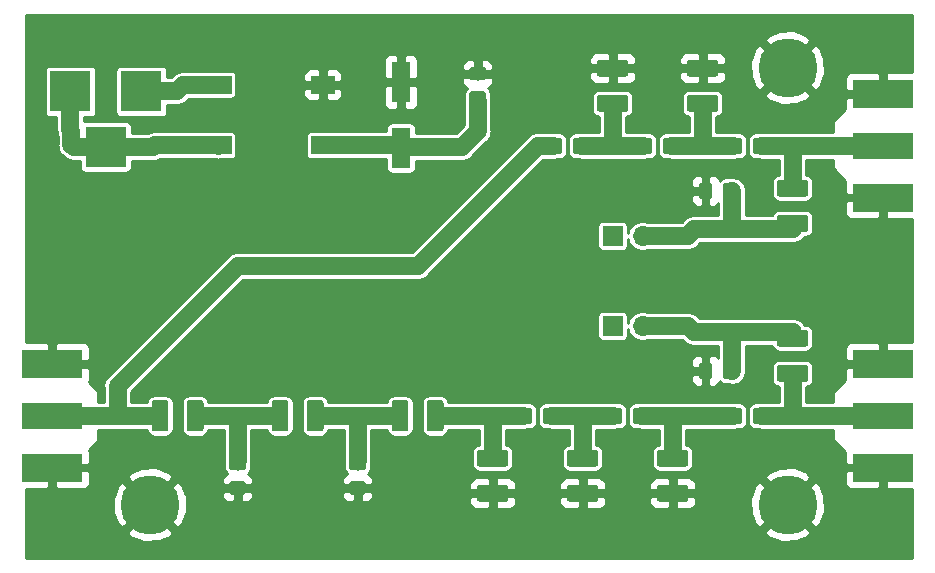
<source format=gtl>
G04 #@! TF.GenerationSoftware,KiCad,Pcbnew,(6.0.0-rc1-dev)*
G04 #@! TF.CreationDate,2018-08-10T22:57:37+02:00*
G04 #@! TF.ProjectId,diplexer,6469706C657865722E6B696361645F70,rev?*
G04 #@! TF.SameCoordinates,PX7270e00PY29020c0*
G04 #@! TF.FileFunction,Copper,L1,Top,Signal*
G04 #@! TF.FilePolarity,Positive*
%FSLAX46Y46*%
G04 Gerber Fmt 4.6, Leading zero omitted, Abs format (unit mm)*
G04 Created by KiCad (PCBNEW (6.0.0-rc1-dev)) date Fri Aug 10 22:57:37 2018*
%MOMM*%
%LPD*%
G01*
G04 APERTURE LIST*
G04 #@! TA.AperFunction,ComponentPad*
%ADD10C,5.000000*%
G04 #@! TD*
G04 #@! TA.AperFunction,SMDPad,CuDef*
%ADD11R,1.600000X3.500000*%
G04 #@! TD*
G04 #@! TA.AperFunction,Conductor*
%ADD12C,0.100000*%
G04 #@! TD*
G04 #@! TA.AperFunction,SMDPad,CuDef*
%ADD13C,1.150000*%
G04 #@! TD*
G04 #@! TA.AperFunction,SMDPad,CuDef*
%ADD14C,1.425000*%
G04 #@! TD*
G04 #@! TA.AperFunction,ComponentPad*
%ADD15R,3.500000X3.500000*%
G04 #@! TD*
G04 #@! TA.AperFunction,SMDPad,CuDef*
%ADD16R,5.080000X2.290000*%
G04 #@! TD*
G04 #@! TA.AperFunction,SMDPad,CuDef*
%ADD17R,5.080000X2.420000*%
G04 #@! TD*
G04 #@! TA.AperFunction,ComponentPad*
%ADD18O,1.700000X1.700000*%
G04 #@! TD*
G04 #@! TA.AperFunction,ComponentPad*
%ADD19R,1.700000X1.700000*%
G04 #@! TD*
G04 #@! TA.AperFunction,SMDPad,CuDef*
%ADD20R,2.000000X1.500000*%
G04 #@! TD*
G04 #@! TA.AperFunction,ViaPad*
%ADD21C,0.800000*%
G04 #@! TD*
G04 #@! TA.AperFunction,Conductor*
%ADD22C,1.250000*%
G04 #@! TD*
G04 #@! TA.AperFunction,Conductor*
%ADD23C,1.500000*%
G04 #@! TD*
G04 #@! TA.AperFunction,Conductor*
%ADD24C,0.254000*%
G04 #@! TD*
G04 APERTURE END LIST*
D10*
G04 #@! TO.P,REF\002A\002A,1*
G04 #@! TO.N,GND*
X11000000Y-42000000D03*
G04 #@! TD*
G04 #@! TO.P,REF\002A\002A,1*
G04 #@! TO.N,GND*
X65000000Y-5000000D03*
G04 #@! TD*
D11*
G04 #@! TO.P,C1,1*
G04 #@! TO.N,VCC*
X32270000Y-11800000D03*
G04 #@! TO.P,C1,2*
G04 #@! TO.N,GND*
X32270000Y-6200000D03*
G04 #@! TD*
D12*
G04 #@! TO.N,Net-(C2-Pad1)*
G04 #@! TO.C,C2*
G36*
X47744505Y-10911204D02*
X47768773Y-10914804D01*
X47792572Y-10920765D01*
X47815671Y-10929030D01*
X47837850Y-10939520D01*
X47858893Y-10952132D01*
X47878599Y-10966747D01*
X47896777Y-10983223D01*
X47913253Y-11001401D01*
X47927868Y-11021107D01*
X47940480Y-11042150D01*
X47950970Y-11064329D01*
X47959235Y-11087428D01*
X47965196Y-11111227D01*
X47968796Y-11135495D01*
X47970000Y-11159999D01*
X47970000Y-12060001D01*
X47968796Y-12084505D01*
X47965196Y-12108773D01*
X47959235Y-12132572D01*
X47950970Y-12155671D01*
X47940480Y-12177850D01*
X47927868Y-12198893D01*
X47913253Y-12218599D01*
X47896777Y-12236777D01*
X47878599Y-12253253D01*
X47858893Y-12267868D01*
X47837850Y-12280480D01*
X47815671Y-12290970D01*
X47792572Y-12299235D01*
X47768773Y-12305196D01*
X47744505Y-12308796D01*
X47720001Y-12310000D01*
X47069999Y-12310000D01*
X47045495Y-12308796D01*
X47021227Y-12305196D01*
X46997428Y-12299235D01*
X46974329Y-12290970D01*
X46952150Y-12280480D01*
X46931107Y-12267868D01*
X46911401Y-12253253D01*
X46893223Y-12236777D01*
X46876747Y-12218599D01*
X46862132Y-12198893D01*
X46849520Y-12177850D01*
X46839030Y-12155671D01*
X46830765Y-12132572D01*
X46824804Y-12108773D01*
X46821204Y-12084505D01*
X46820000Y-12060001D01*
X46820000Y-11159999D01*
X46821204Y-11135495D01*
X46824804Y-11111227D01*
X46830765Y-11087428D01*
X46839030Y-11064329D01*
X46849520Y-11042150D01*
X46862132Y-11021107D01*
X46876747Y-11001401D01*
X46893223Y-10983223D01*
X46911401Y-10966747D01*
X46931107Y-10952132D01*
X46952150Y-10939520D01*
X46974329Y-10929030D01*
X46997428Y-10920765D01*
X47021227Y-10914804D01*
X47045495Y-10911204D01*
X47069999Y-10910000D01*
X47720001Y-10910000D01*
X47744505Y-10911204D01*
X47744505Y-10911204D01*
G37*
D13*
G04 #@! TD*
G04 #@! TO.P,C2,1*
G04 #@! TO.N,Net-(C2-Pad1)*
X47395000Y-11610000D03*
D12*
G04 #@! TO.N,Net-(C2-Pad2)*
G04 #@! TO.C,C2*
G36*
X45694505Y-10911204D02*
X45718773Y-10914804D01*
X45742572Y-10920765D01*
X45765671Y-10929030D01*
X45787850Y-10939520D01*
X45808893Y-10952132D01*
X45828599Y-10966747D01*
X45846777Y-10983223D01*
X45863253Y-11001401D01*
X45877868Y-11021107D01*
X45890480Y-11042150D01*
X45900970Y-11064329D01*
X45909235Y-11087428D01*
X45915196Y-11111227D01*
X45918796Y-11135495D01*
X45920000Y-11159999D01*
X45920000Y-12060001D01*
X45918796Y-12084505D01*
X45915196Y-12108773D01*
X45909235Y-12132572D01*
X45900970Y-12155671D01*
X45890480Y-12177850D01*
X45877868Y-12198893D01*
X45863253Y-12218599D01*
X45846777Y-12236777D01*
X45828599Y-12253253D01*
X45808893Y-12267868D01*
X45787850Y-12280480D01*
X45765671Y-12290970D01*
X45742572Y-12299235D01*
X45718773Y-12305196D01*
X45694505Y-12308796D01*
X45670001Y-12310000D01*
X45019999Y-12310000D01*
X44995495Y-12308796D01*
X44971227Y-12305196D01*
X44947428Y-12299235D01*
X44924329Y-12290970D01*
X44902150Y-12280480D01*
X44881107Y-12267868D01*
X44861401Y-12253253D01*
X44843223Y-12236777D01*
X44826747Y-12218599D01*
X44812132Y-12198893D01*
X44799520Y-12177850D01*
X44789030Y-12155671D01*
X44780765Y-12132572D01*
X44774804Y-12108773D01*
X44771204Y-12084505D01*
X44770000Y-12060001D01*
X44770000Y-11159999D01*
X44771204Y-11135495D01*
X44774804Y-11111227D01*
X44780765Y-11087428D01*
X44789030Y-11064329D01*
X44799520Y-11042150D01*
X44812132Y-11021107D01*
X44826747Y-11001401D01*
X44843223Y-10983223D01*
X44861401Y-10966747D01*
X44881107Y-10952132D01*
X44902150Y-10939520D01*
X44924329Y-10929030D01*
X44947428Y-10920765D01*
X44971227Y-10914804D01*
X44995495Y-10911204D01*
X45019999Y-10910000D01*
X45670001Y-10910000D01*
X45694505Y-10911204D01*
X45694505Y-10911204D01*
G37*
D13*
G04 #@! TD*
G04 #@! TO.P,C2,2*
G04 #@! TO.N,Net-(C2-Pad2)*
X45345000Y-11610000D03*
D12*
G04 #@! TO.N,GND*
G04 #@! TO.C,C3*
G36*
X39224505Y-4931204D02*
X39248773Y-4934804D01*
X39272572Y-4940765D01*
X39295671Y-4949030D01*
X39317850Y-4959520D01*
X39338893Y-4972132D01*
X39358599Y-4986747D01*
X39376777Y-5003223D01*
X39393253Y-5021401D01*
X39407868Y-5041107D01*
X39420480Y-5062150D01*
X39430970Y-5084329D01*
X39439235Y-5107428D01*
X39445196Y-5131227D01*
X39448796Y-5155495D01*
X39450000Y-5179999D01*
X39450000Y-5830001D01*
X39448796Y-5854505D01*
X39445196Y-5878773D01*
X39439235Y-5902572D01*
X39430970Y-5925671D01*
X39420480Y-5947850D01*
X39407868Y-5968893D01*
X39393253Y-5988599D01*
X39376777Y-6006777D01*
X39358599Y-6023253D01*
X39338893Y-6037868D01*
X39317850Y-6050480D01*
X39295671Y-6060970D01*
X39272572Y-6069235D01*
X39248773Y-6075196D01*
X39224505Y-6078796D01*
X39200001Y-6080000D01*
X38299999Y-6080000D01*
X38275495Y-6078796D01*
X38251227Y-6075196D01*
X38227428Y-6069235D01*
X38204329Y-6060970D01*
X38182150Y-6050480D01*
X38161107Y-6037868D01*
X38141401Y-6023253D01*
X38123223Y-6006777D01*
X38106747Y-5988599D01*
X38092132Y-5968893D01*
X38079520Y-5947850D01*
X38069030Y-5925671D01*
X38060765Y-5902572D01*
X38054804Y-5878773D01*
X38051204Y-5854505D01*
X38050000Y-5830001D01*
X38050000Y-5179999D01*
X38051204Y-5155495D01*
X38054804Y-5131227D01*
X38060765Y-5107428D01*
X38069030Y-5084329D01*
X38079520Y-5062150D01*
X38092132Y-5041107D01*
X38106747Y-5021401D01*
X38123223Y-5003223D01*
X38141401Y-4986747D01*
X38161107Y-4972132D01*
X38182150Y-4959520D01*
X38204329Y-4949030D01*
X38227428Y-4940765D01*
X38251227Y-4934804D01*
X38275495Y-4931204D01*
X38299999Y-4930000D01*
X39200001Y-4930000D01*
X39224505Y-4931204D01*
X39224505Y-4931204D01*
G37*
D13*
G04 #@! TD*
G04 #@! TO.P,C3,2*
G04 #@! TO.N,GND*
X38750000Y-5505000D03*
D12*
G04 #@! TO.N,VCC*
G04 #@! TO.C,C3*
G36*
X39224505Y-6981204D02*
X39248773Y-6984804D01*
X39272572Y-6990765D01*
X39295671Y-6999030D01*
X39317850Y-7009520D01*
X39338893Y-7022132D01*
X39358599Y-7036747D01*
X39376777Y-7053223D01*
X39393253Y-7071401D01*
X39407868Y-7091107D01*
X39420480Y-7112150D01*
X39430970Y-7134329D01*
X39439235Y-7157428D01*
X39445196Y-7181227D01*
X39448796Y-7205495D01*
X39450000Y-7229999D01*
X39450000Y-7880001D01*
X39448796Y-7904505D01*
X39445196Y-7928773D01*
X39439235Y-7952572D01*
X39430970Y-7975671D01*
X39420480Y-7997850D01*
X39407868Y-8018893D01*
X39393253Y-8038599D01*
X39376777Y-8056777D01*
X39358599Y-8073253D01*
X39338893Y-8087868D01*
X39317850Y-8100480D01*
X39295671Y-8110970D01*
X39272572Y-8119235D01*
X39248773Y-8125196D01*
X39224505Y-8128796D01*
X39200001Y-8130000D01*
X38299999Y-8130000D01*
X38275495Y-8128796D01*
X38251227Y-8125196D01*
X38227428Y-8119235D01*
X38204329Y-8110970D01*
X38182150Y-8100480D01*
X38161107Y-8087868D01*
X38141401Y-8073253D01*
X38123223Y-8056777D01*
X38106747Y-8038599D01*
X38092132Y-8018893D01*
X38079520Y-7997850D01*
X38069030Y-7975671D01*
X38060765Y-7952572D01*
X38054804Y-7928773D01*
X38051204Y-7904505D01*
X38050000Y-7880001D01*
X38050000Y-7229999D01*
X38051204Y-7205495D01*
X38054804Y-7181227D01*
X38060765Y-7157428D01*
X38069030Y-7134329D01*
X38079520Y-7112150D01*
X38092132Y-7091107D01*
X38106747Y-7071401D01*
X38123223Y-7053223D01*
X38141401Y-7036747D01*
X38161107Y-7022132D01*
X38182150Y-7009520D01*
X38204329Y-6999030D01*
X38227428Y-6990765D01*
X38251227Y-6984804D01*
X38275495Y-6981204D01*
X38299999Y-6980000D01*
X39200001Y-6980000D01*
X39224505Y-6981204D01*
X39224505Y-6981204D01*
G37*
D13*
G04 #@! TD*
G04 #@! TO.P,C3,1*
G04 #@! TO.N,VCC*
X38750000Y-7555000D03*
D12*
G04 #@! TO.N,Net-(C4-Pad1)*
G04 #@! TO.C,C4*
G36*
X18904505Y-37951204D02*
X18928773Y-37954804D01*
X18952572Y-37960765D01*
X18975671Y-37969030D01*
X18997850Y-37979520D01*
X19018893Y-37992132D01*
X19038599Y-38006747D01*
X19056777Y-38023223D01*
X19073253Y-38041401D01*
X19087868Y-38061107D01*
X19100480Y-38082150D01*
X19110970Y-38104329D01*
X19119235Y-38127428D01*
X19125196Y-38151227D01*
X19128796Y-38175495D01*
X19130000Y-38199999D01*
X19130000Y-38850001D01*
X19128796Y-38874505D01*
X19125196Y-38898773D01*
X19119235Y-38922572D01*
X19110970Y-38945671D01*
X19100480Y-38967850D01*
X19087868Y-38988893D01*
X19073253Y-39008599D01*
X19056777Y-39026777D01*
X19038599Y-39043253D01*
X19018893Y-39057868D01*
X18997850Y-39070480D01*
X18975671Y-39080970D01*
X18952572Y-39089235D01*
X18928773Y-39095196D01*
X18904505Y-39098796D01*
X18880001Y-39100000D01*
X17979999Y-39100000D01*
X17955495Y-39098796D01*
X17931227Y-39095196D01*
X17907428Y-39089235D01*
X17884329Y-39080970D01*
X17862150Y-39070480D01*
X17841107Y-39057868D01*
X17821401Y-39043253D01*
X17803223Y-39026777D01*
X17786747Y-39008599D01*
X17772132Y-38988893D01*
X17759520Y-38967850D01*
X17749030Y-38945671D01*
X17740765Y-38922572D01*
X17734804Y-38898773D01*
X17731204Y-38874505D01*
X17730000Y-38850001D01*
X17730000Y-38199999D01*
X17731204Y-38175495D01*
X17734804Y-38151227D01*
X17740765Y-38127428D01*
X17749030Y-38104329D01*
X17759520Y-38082150D01*
X17772132Y-38061107D01*
X17786747Y-38041401D01*
X17803223Y-38023223D01*
X17821401Y-38006747D01*
X17841107Y-37992132D01*
X17862150Y-37979520D01*
X17884329Y-37969030D01*
X17907428Y-37960765D01*
X17931227Y-37954804D01*
X17955495Y-37951204D01*
X17979999Y-37950000D01*
X18880001Y-37950000D01*
X18904505Y-37951204D01*
X18904505Y-37951204D01*
G37*
D13*
G04 #@! TD*
G04 #@! TO.P,C4,1*
G04 #@! TO.N,Net-(C4-Pad1)*
X18430000Y-38525000D03*
D12*
G04 #@! TO.N,GND*
G04 #@! TO.C,C4*
G36*
X18904505Y-40001204D02*
X18928773Y-40004804D01*
X18952572Y-40010765D01*
X18975671Y-40019030D01*
X18997850Y-40029520D01*
X19018893Y-40042132D01*
X19038599Y-40056747D01*
X19056777Y-40073223D01*
X19073253Y-40091401D01*
X19087868Y-40111107D01*
X19100480Y-40132150D01*
X19110970Y-40154329D01*
X19119235Y-40177428D01*
X19125196Y-40201227D01*
X19128796Y-40225495D01*
X19130000Y-40249999D01*
X19130000Y-40900001D01*
X19128796Y-40924505D01*
X19125196Y-40948773D01*
X19119235Y-40972572D01*
X19110970Y-40995671D01*
X19100480Y-41017850D01*
X19087868Y-41038893D01*
X19073253Y-41058599D01*
X19056777Y-41076777D01*
X19038599Y-41093253D01*
X19018893Y-41107868D01*
X18997850Y-41120480D01*
X18975671Y-41130970D01*
X18952572Y-41139235D01*
X18928773Y-41145196D01*
X18904505Y-41148796D01*
X18880001Y-41150000D01*
X17979999Y-41150000D01*
X17955495Y-41148796D01*
X17931227Y-41145196D01*
X17907428Y-41139235D01*
X17884329Y-41130970D01*
X17862150Y-41120480D01*
X17841107Y-41107868D01*
X17821401Y-41093253D01*
X17803223Y-41076777D01*
X17786747Y-41058599D01*
X17772132Y-41038893D01*
X17759520Y-41017850D01*
X17749030Y-40995671D01*
X17740765Y-40972572D01*
X17734804Y-40948773D01*
X17731204Y-40924505D01*
X17730000Y-40900001D01*
X17730000Y-40249999D01*
X17731204Y-40225495D01*
X17734804Y-40201227D01*
X17740765Y-40177428D01*
X17749030Y-40154329D01*
X17759520Y-40132150D01*
X17772132Y-40111107D01*
X17786747Y-40091401D01*
X17803223Y-40073223D01*
X17821401Y-40056747D01*
X17841107Y-40042132D01*
X17862150Y-40029520D01*
X17884329Y-40019030D01*
X17907428Y-40010765D01*
X17931227Y-40004804D01*
X17955495Y-40001204D01*
X17979999Y-40000000D01*
X18880001Y-40000000D01*
X18904505Y-40001204D01*
X18904505Y-40001204D01*
G37*
D13*
G04 #@! TD*
G04 #@! TO.P,C4,2*
G04 #@! TO.N,GND*
X18430000Y-40575000D03*
D12*
G04 #@! TO.N,Net-(C2-Pad1)*
G04 #@! TO.C,C5*
G36*
X53314505Y-10911204D02*
X53338773Y-10914804D01*
X53362572Y-10920765D01*
X53385671Y-10929030D01*
X53407850Y-10939520D01*
X53428893Y-10952132D01*
X53448599Y-10966747D01*
X53466777Y-10983223D01*
X53483253Y-11001401D01*
X53497868Y-11021107D01*
X53510480Y-11042150D01*
X53520970Y-11064329D01*
X53529235Y-11087428D01*
X53535196Y-11111227D01*
X53538796Y-11135495D01*
X53540000Y-11159999D01*
X53540000Y-12060001D01*
X53538796Y-12084505D01*
X53535196Y-12108773D01*
X53529235Y-12132572D01*
X53520970Y-12155671D01*
X53510480Y-12177850D01*
X53497868Y-12198893D01*
X53483253Y-12218599D01*
X53466777Y-12236777D01*
X53448599Y-12253253D01*
X53428893Y-12267868D01*
X53407850Y-12280480D01*
X53385671Y-12290970D01*
X53362572Y-12299235D01*
X53338773Y-12305196D01*
X53314505Y-12308796D01*
X53290001Y-12310000D01*
X52639999Y-12310000D01*
X52615495Y-12308796D01*
X52591227Y-12305196D01*
X52567428Y-12299235D01*
X52544329Y-12290970D01*
X52522150Y-12280480D01*
X52501107Y-12267868D01*
X52481401Y-12253253D01*
X52463223Y-12236777D01*
X52446747Y-12218599D01*
X52432132Y-12198893D01*
X52419520Y-12177850D01*
X52409030Y-12155671D01*
X52400765Y-12132572D01*
X52394804Y-12108773D01*
X52391204Y-12084505D01*
X52390000Y-12060001D01*
X52390000Y-11159999D01*
X52391204Y-11135495D01*
X52394804Y-11111227D01*
X52400765Y-11087428D01*
X52409030Y-11064329D01*
X52419520Y-11042150D01*
X52432132Y-11021107D01*
X52446747Y-11001401D01*
X52463223Y-10983223D01*
X52481401Y-10966747D01*
X52501107Y-10952132D01*
X52522150Y-10939520D01*
X52544329Y-10929030D01*
X52567428Y-10920765D01*
X52591227Y-10914804D01*
X52615495Y-10911204D01*
X52639999Y-10910000D01*
X53290001Y-10910000D01*
X53314505Y-10911204D01*
X53314505Y-10911204D01*
G37*
D13*
G04 #@! TD*
G04 #@! TO.P,C5,2*
G04 #@! TO.N,Net-(C2-Pad1)*
X52965000Y-11610000D03*
D12*
G04 #@! TO.N,Net-(C5-Pad1)*
G04 #@! TO.C,C5*
G36*
X55364505Y-10911204D02*
X55388773Y-10914804D01*
X55412572Y-10920765D01*
X55435671Y-10929030D01*
X55457850Y-10939520D01*
X55478893Y-10952132D01*
X55498599Y-10966747D01*
X55516777Y-10983223D01*
X55533253Y-11001401D01*
X55547868Y-11021107D01*
X55560480Y-11042150D01*
X55570970Y-11064329D01*
X55579235Y-11087428D01*
X55585196Y-11111227D01*
X55588796Y-11135495D01*
X55590000Y-11159999D01*
X55590000Y-12060001D01*
X55588796Y-12084505D01*
X55585196Y-12108773D01*
X55579235Y-12132572D01*
X55570970Y-12155671D01*
X55560480Y-12177850D01*
X55547868Y-12198893D01*
X55533253Y-12218599D01*
X55516777Y-12236777D01*
X55498599Y-12253253D01*
X55478893Y-12267868D01*
X55457850Y-12280480D01*
X55435671Y-12290970D01*
X55412572Y-12299235D01*
X55388773Y-12305196D01*
X55364505Y-12308796D01*
X55340001Y-12310000D01*
X54689999Y-12310000D01*
X54665495Y-12308796D01*
X54641227Y-12305196D01*
X54617428Y-12299235D01*
X54594329Y-12290970D01*
X54572150Y-12280480D01*
X54551107Y-12267868D01*
X54531401Y-12253253D01*
X54513223Y-12236777D01*
X54496747Y-12218599D01*
X54482132Y-12198893D01*
X54469520Y-12177850D01*
X54459030Y-12155671D01*
X54450765Y-12132572D01*
X54444804Y-12108773D01*
X54441204Y-12084505D01*
X54440000Y-12060001D01*
X54440000Y-11159999D01*
X54441204Y-11135495D01*
X54444804Y-11111227D01*
X54450765Y-11087428D01*
X54459030Y-11064329D01*
X54469520Y-11042150D01*
X54482132Y-11021107D01*
X54496747Y-11001401D01*
X54513223Y-10983223D01*
X54531401Y-10966747D01*
X54551107Y-10952132D01*
X54572150Y-10939520D01*
X54594329Y-10929030D01*
X54617428Y-10920765D01*
X54641227Y-10914804D01*
X54665495Y-10911204D01*
X54689999Y-10910000D01*
X55340001Y-10910000D01*
X55364505Y-10911204D01*
X55364505Y-10911204D01*
G37*
D13*
G04 #@! TD*
G04 #@! TO.P,C5,1*
G04 #@! TO.N,Net-(C5-Pad1)*
X55015000Y-11610000D03*
D12*
G04 #@! TO.N,Net-(C6-Pad1)*
G04 #@! TO.C,C6*
G36*
X62984505Y-10911204D02*
X63008773Y-10914804D01*
X63032572Y-10920765D01*
X63055671Y-10929030D01*
X63077850Y-10939520D01*
X63098893Y-10952132D01*
X63118599Y-10966747D01*
X63136777Y-10983223D01*
X63153253Y-11001401D01*
X63167868Y-11021107D01*
X63180480Y-11042150D01*
X63190970Y-11064329D01*
X63199235Y-11087428D01*
X63205196Y-11111227D01*
X63208796Y-11135495D01*
X63210000Y-11159999D01*
X63210000Y-12060001D01*
X63208796Y-12084505D01*
X63205196Y-12108773D01*
X63199235Y-12132572D01*
X63190970Y-12155671D01*
X63180480Y-12177850D01*
X63167868Y-12198893D01*
X63153253Y-12218599D01*
X63136777Y-12236777D01*
X63118599Y-12253253D01*
X63098893Y-12267868D01*
X63077850Y-12280480D01*
X63055671Y-12290970D01*
X63032572Y-12299235D01*
X63008773Y-12305196D01*
X62984505Y-12308796D01*
X62960001Y-12310000D01*
X62309999Y-12310000D01*
X62285495Y-12308796D01*
X62261227Y-12305196D01*
X62237428Y-12299235D01*
X62214329Y-12290970D01*
X62192150Y-12280480D01*
X62171107Y-12267868D01*
X62151401Y-12253253D01*
X62133223Y-12236777D01*
X62116747Y-12218599D01*
X62102132Y-12198893D01*
X62089520Y-12177850D01*
X62079030Y-12155671D01*
X62070765Y-12132572D01*
X62064804Y-12108773D01*
X62061204Y-12084505D01*
X62060000Y-12060001D01*
X62060000Y-11159999D01*
X62061204Y-11135495D01*
X62064804Y-11111227D01*
X62070765Y-11087428D01*
X62079030Y-11064329D01*
X62089520Y-11042150D01*
X62102132Y-11021107D01*
X62116747Y-11001401D01*
X62133223Y-10983223D01*
X62151401Y-10966747D01*
X62171107Y-10952132D01*
X62192150Y-10939520D01*
X62214329Y-10929030D01*
X62237428Y-10920765D01*
X62261227Y-10914804D01*
X62285495Y-10911204D01*
X62309999Y-10910000D01*
X62960001Y-10910000D01*
X62984505Y-10911204D01*
X62984505Y-10911204D01*
G37*
D13*
G04 #@! TD*
G04 #@! TO.P,C6,1*
G04 #@! TO.N,Net-(C6-Pad1)*
X62635000Y-11610000D03*
D12*
G04 #@! TO.N,Net-(C5-Pad1)*
G04 #@! TO.C,C6*
G36*
X60934505Y-10911204D02*
X60958773Y-10914804D01*
X60982572Y-10920765D01*
X61005671Y-10929030D01*
X61027850Y-10939520D01*
X61048893Y-10952132D01*
X61068599Y-10966747D01*
X61086777Y-10983223D01*
X61103253Y-11001401D01*
X61117868Y-11021107D01*
X61130480Y-11042150D01*
X61140970Y-11064329D01*
X61149235Y-11087428D01*
X61155196Y-11111227D01*
X61158796Y-11135495D01*
X61160000Y-11159999D01*
X61160000Y-12060001D01*
X61158796Y-12084505D01*
X61155196Y-12108773D01*
X61149235Y-12132572D01*
X61140970Y-12155671D01*
X61130480Y-12177850D01*
X61117868Y-12198893D01*
X61103253Y-12218599D01*
X61086777Y-12236777D01*
X61068599Y-12253253D01*
X61048893Y-12267868D01*
X61027850Y-12280480D01*
X61005671Y-12290970D01*
X60982572Y-12299235D01*
X60958773Y-12305196D01*
X60934505Y-12308796D01*
X60910001Y-12310000D01*
X60259999Y-12310000D01*
X60235495Y-12308796D01*
X60211227Y-12305196D01*
X60187428Y-12299235D01*
X60164329Y-12290970D01*
X60142150Y-12280480D01*
X60121107Y-12267868D01*
X60101401Y-12253253D01*
X60083223Y-12236777D01*
X60066747Y-12218599D01*
X60052132Y-12198893D01*
X60039520Y-12177850D01*
X60029030Y-12155671D01*
X60020765Y-12132572D01*
X60014804Y-12108773D01*
X60011204Y-12084505D01*
X60010000Y-12060001D01*
X60010000Y-11159999D01*
X60011204Y-11135495D01*
X60014804Y-11111227D01*
X60020765Y-11087428D01*
X60029030Y-11064329D01*
X60039520Y-11042150D01*
X60052132Y-11021107D01*
X60066747Y-11001401D01*
X60083223Y-10983223D01*
X60101401Y-10966747D01*
X60121107Y-10952132D01*
X60142150Y-10939520D01*
X60164329Y-10929030D01*
X60187428Y-10920765D01*
X60211227Y-10914804D01*
X60235495Y-10911204D01*
X60259999Y-10910000D01*
X60910001Y-10910000D01*
X60934505Y-10911204D01*
X60934505Y-10911204D01*
G37*
D13*
G04 #@! TD*
G04 #@! TO.P,C6,2*
G04 #@! TO.N,Net-(C5-Pad1)*
X60585000Y-11610000D03*
D12*
G04 #@! TO.N,GND*
G04 #@! TO.C,C7*
G36*
X29064505Y-40001204D02*
X29088773Y-40004804D01*
X29112572Y-40010765D01*
X29135671Y-40019030D01*
X29157850Y-40029520D01*
X29178893Y-40042132D01*
X29198599Y-40056747D01*
X29216777Y-40073223D01*
X29233253Y-40091401D01*
X29247868Y-40111107D01*
X29260480Y-40132150D01*
X29270970Y-40154329D01*
X29279235Y-40177428D01*
X29285196Y-40201227D01*
X29288796Y-40225495D01*
X29290000Y-40249999D01*
X29290000Y-40900001D01*
X29288796Y-40924505D01*
X29285196Y-40948773D01*
X29279235Y-40972572D01*
X29270970Y-40995671D01*
X29260480Y-41017850D01*
X29247868Y-41038893D01*
X29233253Y-41058599D01*
X29216777Y-41076777D01*
X29198599Y-41093253D01*
X29178893Y-41107868D01*
X29157850Y-41120480D01*
X29135671Y-41130970D01*
X29112572Y-41139235D01*
X29088773Y-41145196D01*
X29064505Y-41148796D01*
X29040001Y-41150000D01*
X28139999Y-41150000D01*
X28115495Y-41148796D01*
X28091227Y-41145196D01*
X28067428Y-41139235D01*
X28044329Y-41130970D01*
X28022150Y-41120480D01*
X28001107Y-41107868D01*
X27981401Y-41093253D01*
X27963223Y-41076777D01*
X27946747Y-41058599D01*
X27932132Y-41038893D01*
X27919520Y-41017850D01*
X27909030Y-40995671D01*
X27900765Y-40972572D01*
X27894804Y-40948773D01*
X27891204Y-40924505D01*
X27890000Y-40900001D01*
X27890000Y-40249999D01*
X27891204Y-40225495D01*
X27894804Y-40201227D01*
X27900765Y-40177428D01*
X27909030Y-40154329D01*
X27919520Y-40132150D01*
X27932132Y-40111107D01*
X27946747Y-40091401D01*
X27963223Y-40073223D01*
X27981401Y-40056747D01*
X28001107Y-40042132D01*
X28022150Y-40029520D01*
X28044329Y-40019030D01*
X28067428Y-40010765D01*
X28091227Y-40004804D01*
X28115495Y-40001204D01*
X28139999Y-40000000D01*
X29040001Y-40000000D01*
X29064505Y-40001204D01*
X29064505Y-40001204D01*
G37*
D13*
G04 #@! TD*
G04 #@! TO.P,C7,2*
G04 #@! TO.N,GND*
X28590000Y-40575000D03*
D12*
G04 #@! TO.N,Net-(C7-Pad1)*
G04 #@! TO.C,C7*
G36*
X29064505Y-37951204D02*
X29088773Y-37954804D01*
X29112572Y-37960765D01*
X29135671Y-37969030D01*
X29157850Y-37979520D01*
X29178893Y-37992132D01*
X29198599Y-38006747D01*
X29216777Y-38023223D01*
X29233253Y-38041401D01*
X29247868Y-38061107D01*
X29260480Y-38082150D01*
X29270970Y-38104329D01*
X29279235Y-38127428D01*
X29285196Y-38151227D01*
X29288796Y-38175495D01*
X29290000Y-38199999D01*
X29290000Y-38850001D01*
X29288796Y-38874505D01*
X29285196Y-38898773D01*
X29279235Y-38922572D01*
X29270970Y-38945671D01*
X29260480Y-38967850D01*
X29247868Y-38988893D01*
X29233253Y-39008599D01*
X29216777Y-39026777D01*
X29198599Y-39043253D01*
X29178893Y-39057868D01*
X29157850Y-39070480D01*
X29135671Y-39080970D01*
X29112572Y-39089235D01*
X29088773Y-39095196D01*
X29064505Y-39098796D01*
X29040001Y-39100000D01*
X28139999Y-39100000D01*
X28115495Y-39098796D01*
X28091227Y-39095196D01*
X28067428Y-39089235D01*
X28044329Y-39080970D01*
X28022150Y-39070480D01*
X28001107Y-39057868D01*
X27981401Y-39043253D01*
X27963223Y-39026777D01*
X27946747Y-39008599D01*
X27932132Y-38988893D01*
X27919520Y-38967850D01*
X27909030Y-38945671D01*
X27900765Y-38922572D01*
X27894804Y-38898773D01*
X27891204Y-38874505D01*
X27890000Y-38850001D01*
X27890000Y-38199999D01*
X27891204Y-38175495D01*
X27894804Y-38151227D01*
X27900765Y-38127428D01*
X27909030Y-38104329D01*
X27919520Y-38082150D01*
X27932132Y-38061107D01*
X27946747Y-38041401D01*
X27963223Y-38023223D01*
X27981401Y-38006747D01*
X28001107Y-37992132D01*
X28022150Y-37979520D01*
X28044329Y-37969030D01*
X28067428Y-37960765D01*
X28091227Y-37954804D01*
X28115495Y-37951204D01*
X28139999Y-37950000D01*
X29040001Y-37950000D01*
X29064505Y-37951204D01*
X29064505Y-37951204D01*
G37*
D13*
G04 #@! TD*
G04 #@! TO.P,C7,1*
G04 #@! TO.N,Net-(C7-Pad1)*
X28590000Y-38525000D03*
D12*
G04 #@! TO.N,Net-(C8-Pad1)*
G04 #@! TO.C,C8*
G36*
X60444505Y-14721204D02*
X60468773Y-14724804D01*
X60492572Y-14730765D01*
X60515671Y-14739030D01*
X60537850Y-14749520D01*
X60558893Y-14762132D01*
X60578599Y-14776747D01*
X60596777Y-14793223D01*
X60613253Y-14811401D01*
X60627868Y-14831107D01*
X60640480Y-14852150D01*
X60650970Y-14874329D01*
X60659235Y-14897428D01*
X60665196Y-14921227D01*
X60668796Y-14945495D01*
X60670000Y-14969999D01*
X60670000Y-15870001D01*
X60668796Y-15894505D01*
X60665196Y-15918773D01*
X60659235Y-15942572D01*
X60650970Y-15965671D01*
X60640480Y-15987850D01*
X60627868Y-16008893D01*
X60613253Y-16028599D01*
X60596777Y-16046777D01*
X60578599Y-16063253D01*
X60558893Y-16077868D01*
X60537850Y-16090480D01*
X60515671Y-16100970D01*
X60492572Y-16109235D01*
X60468773Y-16115196D01*
X60444505Y-16118796D01*
X60420001Y-16120000D01*
X59769999Y-16120000D01*
X59745495Y-16118796D01*
X59721227Y-16115196D01*
X59697428Y-16109235D01*
X59674329Y-16100970D01*
X59652150Y-16090480D01*
X59631107Y-16077868D01*
X59611401Y-16063253D01*
X59593223Y-16046777D01*
X59576747Y-16028599D01*
X59562132Y-16008893D01*
X59549520Y-15987850D01*
X59539030Y-15965671D01*
X59530765Y-15942572D01*
X59524804Y-15918773D01*
X59521204Y-15894505D01*
X59520000Y-15870001D01*
X59520000Y-14969999D01*
X59521204Y-14945495D01*
X59524804Y-14921227D01*
X59530765Y-14897428D01*
X59539030Y-14874329D01*
X59549520Y-14852150D01*
X59562132Y-14831107D01*
X59576747Y-14811401D01*
X59593223Y-14793223D01*
X59611401Y-14776747D01*
X59631107Y-14762132D01*
X59652150Y-14749520D01*
X59674329Y-14739030D01*
X59697428Y-14730765D01*
X59721227Y-14724804D01*
X59745495Y-14721204D01*
X59769999Y-14720000D01*
X60420001Y-14720000D01*
X60444505Y-14721204D01*
X60444505Y-14721204D01*
G37*
D13*
G04 #@! TD*
G04 #@! TO.P,C8,1*
G04 #@! TO.N,Net-(C8-Pad1)*
X60095000Y-15420000D03*
D12*
G04 #@! TO.N,GND*
G04 #@! TO.C,C8*
G36*
X58394505Y-14721204D02*
X58418773Y-14724804D01*
X58442572Y-14730765D01*
X58465671Y-14739030D01*
X58487850Y-14749520D01*
X58508893Y-14762132D01*
X58528599Y-14776747D01*
X58546777Y-14793223D01*
X58563253Y-14811401D01*
X58577868Y-14831107D01*
X58590480Y-14852150D01*
X58600970Y-14874329D01*
X58609235Y-14897428D01*
X58615196Y-14921227D01*
X58618796Y-14945495D01*
X58620000Y-14969999D01*
X58620000Y-15870001D01*
X58618796Y-15894505D01*
X58615196Y-15918773D01*
X58609235Y-15942572D01*
X58600970Y-15965671D01*
X58590480Y-15987850D01*
X58577868Y-16008893D01*
X58563253Y-16028599D01*
X58546777Y-16046777D01*
X58528599Y-16063253D01*
X58508893Y-16077868D01*
X58487850Y-16090480D01*
X58465671Y-16100970D01*
X58442572Y-16109235D01*
X58418773Y-16115196D01*
X58394505Y-16118796D01*
X58370001Y-16120000D01*
X57719999Y-16120000D01*
X57695495Y-16118796D01*
X57671227Y-16115196D01*
X57647428Y-16109235D01*
X57624329Y-16100970D01*
X57602150Y-16090480D01*
X57581107Y-16077868D01*
X57561401Y-16063253D01*
X57543223Y-16046777D01*
X57526747Y-16028599D01*
X57512132Y-16008893D01*
X57499520Y-15987850D01*
X57489030Y-15965671D01*
X57480765Y-15942572D01*
X57474804Y-15918773D01*
X57471204Y-15894505D01*
X57470000Y-15870001D01*
X57470000Y-14969999D01*
X57471204Y-14945495D01*
X57474804Y-14921227D01*
X57480765Y-14897428D01*
X57489030Y-14874329D01*
X57499520Y-14852150D01*
X57512132Y-14831107D01*
X57526747Y-14811401D01*
X57543223Y-14793223D01*
X57561401Y-14776747D01*
X57581107Y-14762132D01*
X57602150Y-14749520D01*
X57624329Y-14739030D01*
X57647428Y-14730765D01*
X57671227Y-14724804D01*
X57695495Y-14721204D01*
X57719999Y-14720000D01*
X58370001Y-14720000D01*
X58394505Y-14721204D01*
X58394505Y-14721204D01*
G37*
D13*
G04 #@! TD*
G04 #@! TO.P,C8,2*
G04 #@! TO.N,GND*
X58045000Y-15420000D03*
D12*
G04 #@! TO.N,Net-(C9-Pad2)*
G04 #@! TO.C,C9*
G36*
X43154505Y-33771204D02*
X43178773Y-33774804D01*
X43202572Y-33780765D01*
X43225671Y-33789030D01*
X43247850Y-33799520D01*
X43268893Y-33812132D01*
X43288599Y-33826747D01*
X43306777Y-33843223D01*
X43323253Y-33861401D01*
X43337868Y-33881107D01*
X43350480Y-33902150D01*
X43360970Y-33924329D01*
X43369235Y-33947428D01*
X43375196Y-33971227D01*
X43378796Y-33995495D01*
X43380000Y-34019999D01*
X43380000Y-34920001D01*
X43378796Y-34944505D01*
X43375196Y-34968773D01*
X43369235Y-34992572D01*
X43360970Y-35015671D01*
X43350480Y-35037850D01*
X43337868Y-35058893D01*
X43323253Y-35078599D01*
X43306777Y-35096777D01*
X43288599Y-35113253D01*
X43268893Y-35127868D01*
X43247850Y-35140480D01*
X43225671Y-35150970D01*
X43202572Y-35159235D01*
X43178773Y-35165196D01*
X43154505Y-35168796D01*
X43130001Y-35170000D01*
X42479999Y-35170000D01*
X42455495Y-35168796D01*
X42431227Y-35165196D01*
X42407428Y-35159235D01*
X42384329Y-35150970D01*
X42362150Y-35140480D01*
X42341107Y-35127868D01*
X42321401Y-35113253D01*
X42303223Y-35096777D01*
X42286747Y-35078599D01*
X42272132Y-35058893D01*
X42259520Y-35037850D01*
X42249030Y-35015671D01*
X42240765Y-34992572D01*
X42234804Y-34968773D01*
X42231204Y-34944505D01*
X42230000Y-34920001D01*
X42230000Y-34019999D01*
X42231204Y-33995495D01*
X42234804Y-33971227D01*
X42240765Y-33947428D01*
X42249030Y-33924329D01*
X42259520Y-33902150D01*
X42272132Y-33881107D01*
X42286747Y-33861401D01*
X42303223Y-33843223D01*
X42321401Y-33826747D01*
X42341107Y-33812132D01*
X42362150Y-33799520D01*
X42384329Y-33789030D01*
X42407428Y-33780765D01*
X42431227Y-33774804D01*
X42455495Y-33771204D01*
X42479999Y-33770000D01*
X43130001Y-33770000D01*
X43154505Y-33771204D01*
X43154505Y-33771204D01*
G37*
D13*
G04 #@! TD*
G04 #@! TO.P,C9,2*
G04 #@! TO.N,Net-(C9-Pad2)*
X42805000Y-34470000D03*
D12*
G04 #@! TO.N,Net-(C10-Pad2)*
G04 #@! TO.C,C9*
G36*
X45204505Y-33771204D02*
X45228773Y-33774804D01*
X45252572Y-33780765D01*
X45275671Y-33789030D01*
X45297850Y-33799520D01*
X45318893Y-33812132D01*
X45338599Y-33826747D01*
X45356777Y-33843223D01*
X45373253Y-33861401D01*
X45387868Y-33881107D01*
X45400480Y-33902150D01*
X45410970Y-33924329D01*
X45419235Y-33947428D01*
X45425196Y-33971227D01*
X45428796Y-33995495D01*
X45430000Y-34019999D01*
X45430000Y-34920001D01*
X45428796Y-34944505D01*
X45425196Y-34968773D01*
X45419235Y-34992572D01*
X45410970Y-35015671D01*
X45400480Y-35037850D01*
X45387868Y-35058893D01*
X45373253Y-35078599D01*
X45356777Y-35096777D01*
X45338599Y-35113253D01*
X45318893Y-35127868D01*
X45297850Y-35140480D01*
X45275671Y-35150970D01*
X45252572Y-35159235D01*
X45228773Y-35165196D01*
X45204505Y-35168796D01*
X45180001Y-35170000D01*
X44529999Y-35170000D01*
X44505495Y-35168796D01*
X44481227Y-35165196D01*
X44457428Y-35159235D01*
X44434329Y-35150970D01*
X44412150Y-35140480D01*
X44391107Y-35127868D01*
X44371401Y-35113253D01*
X44353223Y-35096777D01*
X44336747Y-35078599D01*
X44322132Y-35058893D01*
X44309520Y-35037850D01*
X44299030Y-35015671D01*
X44290765Y-34992572D01*
X44284804Y-34968773D01*
X44281204Y-34944505D01*
X44280000Y-34920001D01*
X44280000Y-34019999D01*
X44281204Y-33995495D01*
X44284804Y-33971227D01*
X44290765Y-33947428D01*
X44299030Y-33924329D01*
X44309520Y-33902150D01*
X44322132Y-33881107D01*
X44336747Y-33861401D01*
X44353223Y-33843223D01*
X44371401Y-33826747D01*
X44391107Y-33812132D01*
X44412150Y-33799520D01*
X44434329Y-33789030D01*
X44457428Y-33780765D01*
X44481227Y-33774804D01*
X44505495Y-33771204D01*
X44529999Y-33770000D01*
X45180001Y-33770000D01*
X45204505Y-33771204D01*
X45204505Y-33771204D01*
G37*
D13*
G04 #@! TD*
G04 #@! TO.P,C9,1*
G04 #@! TO.N,Net-(C10-Pad2)*
X44855000Y-34470000D03*
D12*
G04 #@! TO.N,Net-(C10-Pad1)*
G04 #@! TO.C,C10*
G36*
X52824505Y-33771204D02*
X52848773Y-33774804D01*
X52872572Y-33780765D01*
X52895671Y-33789030D01*
X52917850Y-33799520D01*
X52938893Y-33812132D01*
X52958599Y-33826747D01*
X52976777Y-33843223D01*
X52993253Y-33861401D01*
X53007868Y-33881107D01*
X53020480Y-33902150D01*
X53030970Y-33924329D01*
X53039235Y-33947428D01*
X53045196Y-33971227D01*
X53048796Y-33995495D01*
X53050000Y-34019999D01*
X53050000Y-34920001D01*
X53048796Y-34944505D01*
X53045196Y-34968773D01*
X53039235Y-34992572D01*
X53030970Y-35015671D01*
X53020480Y-35037850D01*
X53007868Y-35058893D01*
X52993253Y-35078599D01*
X52976777Y-35096777D01*
X52958599Y-35113253D01*
X52938893Y-35127868D01*
X52917850Y-35140480D01*
X52895671Y-35150970D01*
X52872572Y-35159235D01*
X52848773Y-35165196D01*
X52824505Y-35168796D01*
X52800001Y-35170000D01*
X52149999Y-35170000D01*
X52125495Y-35168796D01*
X52101227Y-35165196D01*
X52077428Y-35159235D01*
X52054329Y-35150970D01*
X52032150Y-35140480D01*
X52011107Y-35127868D01*
X51991401Y-35113253D01*
X51973223Y-35096777D01*
X51956747Y-35078599D01*
X51942132Y-35058893D01*
X51929520Y-35037850D01*
X51919030Y-35015671D01*
X51910765Y-34992572D01*
X51904804Y-34968773D01*
X51901204Y-34944505D01*
X51900000Y-34920001D01*
X51900000Y-34019999D01*
X51901204Y-33995495D01*
X51904804Y-33971227D01*
X51910765Y-33947428D01*
X51919030Y-33924329D01*
X51929520Y-33902150D01*
X51942132Y-33881107D01*
X51956747Y-33861401D01*
X51973223Y-33843223D01*
X51991401Y-33826747D01*
X52011107Y-33812132D01*
X52032150Y-33799520D01*
X52054329Y-33789030D01*
X52077428Y-33780765D01*
X52101227Y-33774804D01*
X52125495Y-33771204D01*
X52149999Y-33770000D01*
X52800001Y-33770000D01*
X52824505Y-33771204D01*
X52824505Y-33771204D01*
G37*
D13*
G04 #@! TD*
G04 #@! TO.P,C10,1*
G04 #@! TO.N,Net-(C10-Pad1)*
X52475000Y-34470000D03*
D12*
G04 #@! TO.N,Net-(C10-Pad2)*
G04 #@! TO.C,C10*
G36*
X50774505Y-33771204D02*
X50798773Y-33774804D01*
X50822572Y-33780765D01*
X50845671Y-33789030D01*
X50867850Y-33799520D01*
X50888893Y-33812132D01*
X50908599Y-33826747D01*
X50926777Y-33843223D01*
X50943253Y-33861401D01*
X50957868Y-33881107D01*
X50970480Y-33902150D01*
X50980970Y-33924329D01*
X50989235Y-33947428D01*
X50995196Y-33971227D01*
X50998796Y-33995495D01*
X51000000Y-34019999D01*
X51000000Y-34920001D01*
X50998796Y-34944505D01*
X50995196Y-34968773D01*
X50989235Y-34992572D01*
X50980970Y-35015671D01*
X50970480Y-35037850D01*
X50957868Y-35058893D01*
X50943253Y-35078599D01*
X50926777Y-35096777D01*
X50908599Y-35113253D01*
X50888893Y-35127868D01*
X50867850Y-35140480D01*
X50845671Y-35150970D01*
X50822572Y-35159235D01*
X50798773Y-35165196D01*
X50774505Y-35168796D01*
X50750001Y-35170000D01*
X50099999Y-35170000D01*
X50075495Y-35168796D01*
X50051227Y-35165196D01*
X50027428Y-35159235D01*
X50004329Y-35150970D01*
X49982150Y-35140480D01*
X49961107Y-35127868D01*
X49941401Y-35113253D01*
X49923223Y-35096777D01*
X49906747Y-35078599D01*
X49892132Y-35058893D01*
X49879520Y-35037850D01*
X49869030Y-35015671D01*
X49860765Y-34992572D01*
X49854804Y-34968773D01*
X49851204Y-34944505D01*
X49850000Y-34920001D01*
X49850000Y-34019999D01*
X49851204Y-33995495D01*
X49854804Y-33971227D01*
X49860765Y-33947428D01*
X49869030Y-33924329D01*
X49879520Y-33902150D01*
X49892132Y-33881107D01*
X49906747Y-33861401D01*
X49923223Y-33843223D01*
X49941401Y-33826747D01*
X49961107Y-33812132D01*
X49982150Y-33799520D01*
X50004329Y-33789030D01*
X50027428Y-33780765D01*
X50051227Y-33774804D01*
X50075495Y-33771204D01*
X50099999Y-33770000D01*
X50750001Y-33770000D01*
X50774505Y-33771204D01*
X50774505Y-33771204D01*
G37*
D13*
G04 #@! TD*
G04 #@! TO.P,C10,2*
G04 #@! TO.N,Net-(C10-Pad2)*
X50425000Y-34470000D03*
D12*
G04 #@! TO.N,Net-(C10-Pad1)*
G04 #@! TO.C,C11*
G36*
X60934505Y-33771204D02*
X60958773Y-33774804D01*
X60982572Y-33780765D01*
X61005671Y-33789030D01*
X61027850Y-33799520D01*
X61048893Y-33812132D01*
X61068599Y-33826747D01*
X61086777Y-33843223D01*
X61103253Y-33861401D01*
X61117868Y-33881107D01*
X61130480Y-33902150D01*
X61140970Y-33924329D01*
X61149235Y-33947428D01*
X61155196Y-33971227D01*
X61158796Y-33995495D01*
X61160000Y-34019999D01*
X61160000Y-34920001D01*
X61158796Y-34944505D01*
X61155196Y-34968773D01*
X61149235Y-34992572D01*
X61140970Y-35015671D01*
X61130480Y-35037850D01*
X61117868Y-35058893D01*
X61103253Y-35078599D01*
X61086777Y-35096777D01*
X61068599Y-35113253D01*
X61048893Y-35127868D01*
X61027850Y-35140480D01*
X61005671Y-35150970D01*
X60982572Y-35159235D01*
X60958773Y-35165196D01*
X60934505Y-35168796D01*
X60910001Y-35170000D01*
X60259999Y-35170000D01*
X60235495Y-35168796D01*
X60211227Y-35165196D01*
X60187428Y-35159235D01*
X60164329Y-35150970D01*
X60142150Y-35140480D01*
X60121107Y-35127868D01*
X60101401Y-35113253D01*
X60083223Y-35096777D01*
X60066747Y-35078599D01*
X60052132Y-35058893D01*
X60039520Y-35037850D01*
X60029030Y-35015671D01*
X60020765Y-34992572D01*
X60014804Y-34968773D01*
X60011204Y-34944505D01*
X60010000Y-34920001D01*
X60010000Y-34019999D01*
X60011204Y-33995495D01*
X60014804Y-33971227D01*
X60020765Y-33947428D01*
X60029030Y-33924329D01*
X60039520Y-33902150D01*
X60052132Y-33881107D01*
X60066747Y-33861401D01*
X60083223Y-33843223D01*
X60101401Y-33826747D01*
X60121107Y-33812132D01*
X60142150Y-33799520D01*
X60164329Y-33789030D01*
X60187428Y-33780765D01*
X60211227Y-33774804D01*
X60235495Y-33771204D01*
X60259999Y-33770000D01*
X60910001Y-33770000D01*
X60934505Y-33771204D01*
X60934505Y-33771204D01*
G37*
D13*
G04 #@! TD*
G04 #@! TO.P,C11,2*
G04 #@! TO.N,Net-(C10-Pad1)*
X60585000Y-34470000D03*
D12*
G04 #@! TO.N,Net-(C11-Pad1)*
G04 #@! TO.C,C11*
G36*
X62984505Y-33771204D02*
X63008773Y-33774804D01*
X63032572Y-33780765D01*
X63055671Y-33789030D01*
X63077850Y-33799520D01*
X63098893Y-33812132D01*
X63118599Y-33826747D01*
X63136777Y-33843223D01*
X63153253Y-33861401D01*
X63167868Y-33881107D01*
X63180480Y-33902150D01*
X63190970Y-33924329D01*
X63199235Y-33947428D01*
X63205196Y-33971227D01*
X63208796Y-33995495D01*
X63210000Y-34019999D01*
X63210000Y-34920001D01*
X63208796Y-34944505D01*
X63205196Y-34968773D01*
X63199235Y-34992572D01*
X63190970Y-35015671D01*
X63180480Y-35037850D01*
X63167868Y-35058893D01*
X63153253Y-35078599D01*
X63136777Y-35096777D01*
X63118599Y-35113253D01*
X63098893Y-35127868D01*
X63077850Y-35140480D01*
X63055671Y-35150970D01*
X63032572Y-35159235D01*
X63008773Y-35165196D01*
X62984505Y-35168796D01*
X62960001Y-35170000D01*
X62309999Y-35170000D01*
X62285495Y-35168796D01*
X62261227Y-35165196D01*
X62237428Y-35159235D01*
X62214329Y-35150970D01*
X62192150Y-35140480D01*
X62171107Y-35127868D01*
X62151401Y-35113253D01*
X62133223Y-35096777D01*
X62116747Y-35078599D01*
X62102132Y-35058893D01*
X62089520Y-35037850D01*
X62079030Y-35015671D01*
X62070765Y-34992572D01*
X62064804Y-34968773D01*
X62061204Y-34944505D01*
X62060000Y-34920001D01*
X62060000Y-34019999D01*
X62061204Y-33995495D01*
X62064804Y-33971227D01*
X62070765Y-33947428D01*
X62079030Y-33924329D01*
X62089520Y-33902150D01*
X62102132Y-33881107D01*
X62116747Y-33861401D01*
X62133223Y-33843223D01*
X62151401Y-33826747D01*
X62171107Y-33812132D01*
X62192150Y-33799520D01*
X62214329Y-33789030D01*
X62237428Y-33780765D01*
X62261227Y-33774804D01*
X62285495Y-33771204D01*
X62309999Y-33770000D01*
X62960001Y-33770000D01*
X62984505Y-33771204D01*
X62984505Y-33771204D01*
G37*
D13*
G04 #@! TD*
G04 #@! TO.P,C11,1*
G04 #@! TO.N,Net-(C11-Pad1)*
X62635000Y-34470000D03*
D12*
G04 #@! TO.N,Net-(C12-Pad1)*
G04 #@! TO.C,C12*
G36*
X60444505Y-29961204D02*
X60468773Y-29964804D01*
X60492572Y-29970765D01*
X60515671Y-29979030D01*
X60537850Y-29989520D01*
X60558893Y-30002132D01*
X60578599Y-30016747D01*
X60596777Y-30033223D01*
X60613253Y-30051401D01*
X60627868Y-30071107D01*
X60640480Y-30092150D01*
X60650970Y-30114329D01*
X60659235Y-30137428D01*
X60665196Y-30161227D01*
X60668796Y-30185495D01*
X60670000Y-30209999D01*
X60670000Y-31110001D01*
X60668796Y-31134505D01*
X60665196Y-31158773D01*
X60659235Y-31182572D01*
X60650970Y-31205671D01*
X60640480Y-31227850D01*
X60627868Y-31248893D01*
X60613253Y-31268599D01*
X60596777Y-31286777D01*
X60578599Y-31303253D01*
X60558893Y-31317868D01*
X60537850Y-31330480D01*
X60515671Y-31340970D01*
X60492572Y-31349235D01*
X60468773Y-31355196D01*
X60444505Y-31358796D01*
X60420001Y-31360000D01*
X59769999Y-31360000D01*
X59745495Y-31358796D01*
X59721227Y-31355196D01*
X59697428Y-31349235D01*
X59674329Y-31340970D01*
X59652150Y-31330480D01*
X59631107Y-31317868D01*
X59611401Y-31303253D01*
X59593223Y-31286777D01*
X59576747Y-31268599D01*
X59562132Y-31248893D01*
X59549520Y-31227850D01*
X59539030Y-31205671D01*
X59530765Y-31182572D01*
X59524804Y-31158773D01*
X59521204Y-31134505D01*
X59520000Y-31110001D01*
X59520000Y-30209999D01*
X59521204Y-30185495D01*
X59524804Y-30161227D01*
X59530765Y-30137428D01*
X59539030Y-30114329D01*
X59549520Y-30092150D01*
X59562132Y-30071107D01*
X59576747Y-30051401D01*
X59593223Y-30033223D01*
X59611401Y-30016747D01*
X59631107Y-30002132D01*
X59652150Y-29989520D01*
X59674329Y-29979030D01*
X59697428Y-29970765D01*
X59721227Y-29964804D01*
X59745495Y-29961204D01*
X59769999Y-29960000D01*
X60420001Y-29960000D01*
X60444505Y-29961204D01*
X60444505Y-29961204D01*
G37*
D13*
G04 #@! TD*
G04 #@! TO.P,C12,1*
G04 #@! TO.N,Net-(C12-Pad1)*
X60095000Y-30660000D03*
D12*
G04 #@! TO.N,GND*
G04 #@! TO.C,C12*
G36*
X58394505Y-29961204D02*
X58418773Y-29964804D01*
X58442572Y-29970765D01*
X58465671Y-29979030D01*
X58487850Y-29989520D01*
X58508893Y-30002132D01*
X58528599Y-30016747D01*
X58546777Y-30033223D01*
X58563253Y-30051401D01*
X58577868Y-30071107D01*
X58590480Y-30092150D01*
X58600970Y-30114329D01*
X58609235Y-30137428D01*
X58615196Y-30161227D01*
X58618796Y-30185495D01*
X58620000Y-30209999D01*
X58620000Y-31110001D01*
X58618796Y-31134505D01*
X58615196Y-31158773D01*
X58609235Y-31182572D01*
X58600970Y-31205671D01*
X58590480Y-31227850D01*
X58577868Y-31248893D01*
X58563253Y-31268599D01*
X58546777Y-31286777D01*
X58528599Y-31303253D01*
X58508893Y-31317868D01*
X58487850Y-31330480D01*
X58465671Y-31340970D01*
X58442572Y-31349235D01*
X58418773Y-31355196D01*
X58394505Y-31358796D01*
X58370001Y-31360000D01*
X57719999Y-31360000D01*
X57695495Y-31358796D01*
X57671227Y-31355196D01*
X57647428Y-31349235D01*
X57624329Y-31340970D01*
X57602150Y-31330480D01*
X57581107Y-31317868D01*
X57561401Y-31303253D01*
X57543223Y-31286777D01*
X57526747Y-31268599D01*
X57512132Y-31248893D01*
X57499520Y-31227850D01*
X57489030Y-31205671D01*
X57480765Y-31182572D01*
X57474804Y-31158773D01*
X57471204Y-31134505D01*
X57470000Y-31110001D01*
X57470000Y-30209999D01*
X57471204Y-30185495D01*
X57474804Y-30161227D01*
X57480765Y-30137428D01*
X57489030Y-30114329D01*
X57499520Y-30092150D01*
X57512132Y-30071107D01*
X57526747Y-30051401D01*
X57543223Y-30033223D01*
X57561401Y-30016747D01*
X57581107Y-30002132D01*
X57602150Y-29989520D01*
X57624329Y-29979030D01*
X57647428Y-29970765D01*
X57671227Y-29964804D01*
X57695495Y-29961204D01*
X57719999Y-29960000D01*
X58370001Y-29960000D01*
X58394505Y-29961204D01*
X58394505Y-29961204D01*
G37*
D13*
G04 #@! TD*
G04 #@! TO.P,C12,2*
G04 #@! TO.N,GND*
X58045000Y-30660000D03*
D12*
G04 #@! TO.N,Net-(C4-Pad1)*
G04 #@! TO.C,L1*
G36*
X15324504Y-33146204D02*
X15348773Y-33149804D01*
X15372571Y-33155765D01*
X15395671Y-33164030D01*
X15417849Y-33174520D01*
X15438893Y-33187133D01*
X15458598Y-33201747D01*
X15476777Y-33218223D01*
X15493253Y-33236402D01*
X15507867Y-33256107D01*
X15520480Y-33277151D01*
X15530970Y-33299329D01*
X15539235Y-33322429D01*
X15545196Y-33346227D01*
X15548796Y-33370496D01*
X15550000Y-33395000D01*
X15550000Y-35545000D01*
X15548796Y-35569504D01*
X15545196Y-35593773D01*
X15539235Y-35617571D01*
X15530970Y-35640671D01*
X15520480Y-35662849D01*
X15507867Y-35683893D01*
X15493253Y-35703598D01*
X15476777Y-35721777D01*
X15458598Y-35738253D01*
X15438893Y-35752867D01*
X15417849Y-35765480D01*
X15395671Y-35775970D01*
X15372571Y-35784235D01*
X15348773Y-35790196D01*
X15324504Y-35793796D01*
X15300000Y-35795000D01*
X14375000Y-35795000D01*
X14350496Y-35793796D01*
X14326227Y-35790196D01*
X14302429Y-35784235D01*
X14279329Y-35775970D01*
X14257151Y-35765480D01*
X14236107Y-35752867D01*
X14216402Y-35738253D01*
X14198223Y-35721777D01*
X14181747Y-35703598D01*
X14167133Y-35683893D01*
X14154520Y-35662849D01*
X14144030Y-35640671D01*
X14135765Y-35617571D01*
X14129804Y-35593773D01*
X14126204Y-35569504D01*
X14125000Y-35545000D01*
X14125000Y-33395000D01*
X14126204Y-33370496D01*
X14129804Y-33346227D01*
X14135765Y-33322429D01*
X14144030Y-33299329D01*
X14154520Y-33277151D01*
X14167133Y-33256107D01*
X14181747Y-33236402D01*
X14198223Y-33218223D01*
X14216402Y-33201747D01*
X14236107Y-33187133D01*
X14257151Y-33174520D01*
X14279329Y-33164030D01*
X14302429Y-33155765D01*
X14326227Y-33149804D01*
X14350496Y-33146204D01*
X14375000Y-33145000D01*
X15300000Y-33145000D01*
X15324504Y-33146204D01*
X15324504Y-33146204D01*
G37*
D14*
G04 #@! TD*
G04 #@! TO.P,L1,2*
G04 #@! TO.N,Net-(C4-Pad1)*
X14837500Y-34470000D03*
D12*
G04 #@! TO.N,Net-(C2-Pad2)*
G04 #@! TO.C,L1*
G36*
X12349504Y-33146204D02*
X12373773Y-33149804D01*
X12397571Y-33155765D01*
X12420671Y-33164030D01*
X12442849Y-33174520D01*
X12463893Y-33187133D01*
X12483598Y-33201747D01*
X12501777Y-33218223D01*
X12518253Y-33236402D01*
X12532867Y-33256107D01*
X12545480Y-33277151D01*
X12555970Y-33299329D01*
X12564235Y-33322429D01*
X12570196Y-33346227D01*
X12573796Y-33370496D01*
X12575000Y-33395000D01*
X12575000Y-35545000D01*
X12573796Y-35569504D01*
X12570196Y-35593773D01*
X12564235Y-35617571D01*
X12555970Y-35640671D01*
X12545480Y-35662849D01*
X12532867Y-35683893D01*
X12518253Y-35703598D01*
X12501777Y-35721777D01*
X12483598Y-35738253D01*
X12463893Y-35752867D01*
X12442849Y-35765480D01*
X12420671Y-35775970D01*
X12397571Y-35784235D01*
X12373773Y-35790196D01*
X12349504Y-35793796D01*
X12325000Y-35795000D01*
X11400000Y-35795000D01*
X11375496Y-35793796D01*
X11351227Y-35790196D01*
X11327429Y-35784235D01*
X11304329Y-35775970D01*
X11282151Y-35765480D01*
X11261107Y-35752867D01*
X11241402Y-35738253D01*
X11223223Y-35721777D01*
X11206747Y-35703598D01*
X11192133Y-35683893D01*
X11179520Y-35662849D01*
X11169030Y-35640671D01*
X11160765Y-35617571D01*
X11154804Y-35593773D01*
X11151204Y-35569504D01*
X11150000Y-35545000D01*
X11150000Y-33395000D01*
X11151204Y-33370496D01*
X11154804Y-33346227D01*
X11160765Y-33322429D01*
X11169030Y-33299329D01*
X11179520Y-33277151D01*
X11192133Y-33256107D01*
X11206747Y-33236402D01*
X11223223Y-33218223D01*
X11241402Y-33201747D01*
X11261107Y-33187133D01*
X11282151Y-33174520D01*
X11304329Y-33164030D01*
X11327429Y-33155765D01*
X11351227Y-33149804D01*
X11375496Y-33146204D01*
X11400000Y-33145000D01*
X12325000Y-33145000D01*
X12349504Y-33146204D01*
X12349504Y-33146204D01*
G37*
D14*
G04 #@! TD*
G04 #@! TO.P,L1,1*
G04 #@! TO.N,Net-(C2-Pad2)*
X11862500Y-34470000D03*
D12*
G04 #@! TO.N,Net-(C2-Pad1)*
G04 #@! TO.C,L2*
G36*
X51279504Y-7306204D02*
X51303773Y-7309804D01*
X51327571Y-7315765D01*
X51350671Y-7324030D01*
X51372849Y-7334520D01*
X51393893Y-7347133D01*
X51413598Y-7361747D01*
X51431777Y-7378223D01*
X51448253Y-7396402D01*
X51462867Y-7416107D01*
X51475480Y-7437151D01*
X51485970Y-7459329D01*
X51494235Y-7482429D01*
X51500196Y-7506227D01*
X51503796Y-7530496D01*
X51505000Y-7555000D01*
X51505000Y-8480000D01*
X51503796Y-8504504D01*
X51500196Y-8528773D01*
X51494235Y-8552571D01*
X51485970Y-8575671D01*
X51475480Y-8597849D01*
X51462867Y-8618893D01*
X51448253Y-8638598D01*
X51431777Y-8656777D01*
X51413598Y-8673253D01*
X51393893Y-8687867D01*
X51372849Y-8700480D01*
X51350671Y-8710970D01*
X51327571Y-8719235D01*
X51303773Y-8725196D01*
X51279504Y-8728796D01*
X51255000Y-8730000D01*
X49105000Y-8730000D01*
X49080496Y-8728796D01*
X49056227Y-8725196D01*
X49032429Y-8719235D01*
X49009329Y-8710970D01*
X48987151Y-8700480D01*
X48966107Y-8687867D01*
X48946402Y-8673253D01*
X48928223Y-8656777D01*
X48911747Y-8638598D01*
X48897133Y-8618893D01*
X48884520Y-8597849D01*
X48874030Y-8575671D01*
X48865765Y-8552571D01*
X48859804Y-8528773D01*
X48856204Y-8504504D01*
X48855000Y-8480000D01*
X48855000Y-7555000D01*
X48856204Y-7530496D01*
X48859804Y-7506227D01*
X48865765Y-7482429D01*
X48874030Y-7459329D01*
X48884520Y-7437151D01*
X48897133Y-7416107D01*
X48911747Y-7396402D01*
X48928223Y-7378223D01*
X48946402Y-7361747D01*
X48966107Y-7347133D01*
X48987151Y-7334520D01*
X49009329Y-7324030D01*
X49032429Y-7315765D01*
X49056227Y-7309804D01*
X49080496Y-7306204D01*
X49105000Y-7305000D01*
X51255000Y-7305000D01*
X51279504Y-7306204D01*
X51279504Y-7306204D01*
G37*
D14*
G04 #@! TD*
G04 #@! TO.P,L2,1*
G04 #@! TO.N,Net-(C2-Pad1)*
X50180000Y-8017500D03*
D12*
G04 #@! TO.N,GND*
G04 #@! TO.C,L2*
G36*
X51279504Y-4331204D02*
X51303773Y-4334804D01*
X51327571Y-4340765D01*
X51350671Y-4349030D01*
X51372849Y-4359520D01*
X51393893Y-4372133D01*
X51413598Y-4386747D01*
X51431777Y-4403223D01*
X51448253Y-4421402D01*
X51462867Y-4441107D01*
X51475480Y-4462151D01*
X51485970Y-4484329D01*
X51494235Y-4507429D01*
X51500196Y-4531227D01*
X51503796Y-4555496D01*
X51505000Y-4580000D01*
X51505000Y-5505000D01*
X51503796Y-5529504D01*
X51500196Y-5553773D01*
X51494235Y-5577571D01*
X51485970Y-5600671D01*
X51475480Y-5622849D01*
X51462867Y-5643893D01*
X51448253Y-5663598D01*
X51431777Y-5681777D01*
X51413598Y-5698253D01*
X51393893Y-5712867D01*
X51372849Y-5725480D01*
X51350671Y-5735970D01*
X51327571Y-5744235D01*
X51303773Y-5750196D01*
X51279504Y-5753796D01*
X51255000Y-5755000D01*
X49105000Y-5755000D01*
X49080496Y-5753796D01*
X49056227Y-5750196D01*
X49032429Y-5744235D01*
X49009329Y-5735970D01*
X48987151Y-5725480D01*
X48966107Y-5712867D01*
X48946402Y-5698253D01*
X48928223Y-5681777D01*
X48911747Y-5663598D01*
X48897133Y-5643893D01*
X48884520Y-5622849D01*
X48874030Y-5600671D01*
X48865765Y-5577571D01*
X48859804Y-5553773D01*
X48856204Y-5529504D01*
X48855000Y-5505000D01*
X48855000Y-4580000D01*
X48856204Y-4555496D01*
X48859804Y-4531227D01*
X48865765Y-4507429D01*
X48874030Y-4484329D01*
X48884520Y-4462151D01*
X48897133Y-4441107D01*
X48911747Y-4421402D01*
X48928223Y-4403223D01*
X48946402Y-4386747D01*
X48966107Y-4372133D01*
X48987151Y-4359520D01*
X49009329Y-4349030D01*
X49032429Y-4340765D01*
X49056227Y-4334804D01*
X49080496Y-4331204D01*
X49105000Y-4330000D01*
X51255000Y-4330000D01*
X51279504Y-4331204D01*
X51279504Y-4331204D01*
G37*
D14*
G04 #@! TD*
G04 #@! TO.P,L2,2*
G04 #@! TO.N,GND*
X50180000Y-5042500D03*
D12*
G04 #@! TO.N,Net-(C7-Pad1)*
G04 #@! TO.C,L3*
G36*
X25484504Y-33146204D02*
X25508773Y-33149804D01*
X25532571Y-33155765D01*
X25555671Y-33164030D01*
X25577849Y-33174520D01*
X25598893Y-33187133D01*
X25618598Y-33201747D01*
X25636777Y-33218223D01*
X25653253Y-33236402D01*
X25667867Y-33256107D01*
X25680480Y-33277151D01*
X25690970Y-33299329D01*
X25699235Y-33322429D01*
X25705196Y-33346227D01*
X25708796Y-33370496D01*
X25710000Y-33395000D01*
X25710000Y-35545000D01*
X25708796Y-35569504D01*
X25705196Y-35593773D01*
X25699235Y-35617571D01*
X25690970Y-35640671D01*
X25680480Y-35662849D01*
X25667867Y-35683893D01*
X25653253Y-35703598D01*
X25636777Y-35721777D01*
X25618598Y-35738253D01*
X25598893Y-35752867D01*
X25577849Y-35765480D01*
X25555671Y-35775970D01*
X25532571Y-35784235D01*
X25508773Y-35790196D01*
X25484504Y-35793796D01*
X25460000Y-35795000D01*
X24535000Y-35795000D01*
X24510496Y-35793796D01*
X24486227Y-35790196D01*
X24462429Y-35784235D01*
X24439329Y-35775970D01*
X24417151Y-35765480D01*
X24396107Y-35752867D01*
X24376402Y-35738253D01*
X24358223Y-35721777D01*
X24341747Y-35703598D01*
X24327133Y-35683893D01*
X24314520Y-35662849D01*
X24304030Y-35640671D01*
X24295765Y-35617571D01*
X24289804Y-35593773D01*
X24286204Y-35569504D01*
X24285000Y-35545000D01*
X24285000Y-33395000D01*
X24286204Y-33370496D01*
X24289804Y-33346227D01*
X24295765Y-33322429D01*
X24304030Y-33299329D01*
X24314520Y-33277151D01*
X24327133Y-33256107D01*
X24341747Y-33236402D01*
X24358223Y-33218223D01*
X24376402Y-33201747D01*
X24396107Y-33187133D01*
X24417151Y-33174520D01*
X24439329Y-33164030D01*
X24462429Y-33155765D01*
X24486227Y-33149804D01*
X24510496Y-33146204D01*
X24535000Y-33145000D01*
X25460000Y-33145000D01*
X25484504Y-33146204D01*
X25484504Y-33146204D01*
G37*
D14*
G04 #@! TD*
G04 #@! TO.P,L3,2*
G04 #@! TO.N,Net-(C7-Pad1)*
X24997500Y-34470000D03*
D12*
G04 #@! TO.N,Net-(C4-Pad1)*
G04 #@! TO.C,L3*
G36*
X22509504Y-33146204D02*
X22533773Y-33149804D01*
X22557571Y-33155765D01*
X22580671Y-33164030D01*
X22602849Y-33174520D01*
X22623893Y-33187133D01*
X22643598Y-33201747D01*
X22661777Y-33218223D01*
X22678253Y-33236402D01*
X22692867Y-33256107D01*
X22705480Y-33277151D01*
X22715970Y-33299329D01*
X22724235Y-33322429D01*
X22730196Y-33346227D01*
X22733796Y-33370496D01*
X22735000Y-33395000D01*
X22735000Y-35545000D01*
X22733796Y-35569504D01*
X22730196Y-35593773D01*
X22724235Y-35617571D01*
X22715970Y-35640671D01*
X22705480Y-35662849D01*
X22692867Y-35683893D01*
X22678253Y-35703598D01*
X22661777Y-35721777D01*
X22643598Y-35738253D01*
X22623893Y-35752867D01*
X22602849Y-35765480D01*
X22580671Y-35775970D01*
X22557571Y-35784235D01*
X22533773Y-35790196D01*
X22509504Y-35793796D01*
X22485000Y-35795000D01*
X21560000Y-35795000D01*
X21535496Y-35793796D01*
X21511227Y-35790196D01*
X21487429Y-35784235D01*
X21464329Y-35775970D01*
X21442151Y-35765480D01*
X21421107Y-35752867D01*
X21401402Y-35738253D01*
X21383223Y-35721777D01*
X21366747Y-35703598D01*
X21352133Y-35683893D01*
X21339520Y-35662849D01*
X21329030Y-35640671D01*
X21320765Y-35617571D01*
X21314804Y-35593773D01*
X21311204Y-35569504D01*
X21310000Y-35545000D01*
X21310000Y-33395000D01*
X21311204Y-33370496D01*
X21314804Y-33346227D01*
X21320765Y-33322429D01*
X21329030Y-33299329D01*
X21339520Y-33277151D01*
X21352133Y-33256107D01*
X21366747Y-33236402D01*
X21383223Y-33218223D01*
X21401402Y-33201747D01*
X21421107Y-33187133D01*
X21442151Y-33174520D01*
X21464329Y-33164030D01*
X21487429Y-33155765D01*
X21511227Y-33149804D01*
X21535496Y-33146204D01*
X21560000Y-33145000D01*
X22485000Y-33145000D01*
X22509504Y-33146204D01*
X22509504Y-33146204D01*
G37*
D14*
G04 #@! TD*
G04 #@! TO.P,L3,1*
G04 #@! TO.N,Net-(C4-Pad1)*
X22022500Y-34470000D03*
D12*
G04 #@! TO.N,Net-(C5-Pad1)*
G04 #@! TO.C,L4*
G36*
X58899504Y-7306204D02*
X58923773Y-7309804D01*
X58947571Y-7315765D01*
X58970671Y-7324030D01*
X58992849Y-7334520D01*
X59013893Y-7347133D01*
X59033598Y-7361747D01*
X59051777Y-7378223D01*
X59068253Y-7396402D01*
X59082867Y-7416107D01*
X59095480Y-7437151D01*
X59105970Y-7459329D01*
X59114235Y-7482429D01*
X59120196Y-7506227D01*
X59123796Y-7530496D01*
X59125000Y-7555000D01*
X59125000Y-8480000D01*
X59123796Y-8504504D01*
X59120196Y-8528773D01*
X59114235Y-8552571D01*
X59105970Y-8575671D01*
X59095480Y-8597849D01*
X59082867Y-8618893D01*
X59068253Y-8638598D01*
X59051777Y-8656777D01*
X59033598Y-8673253D01*
X59013893Y-8687867D01*
X58992849Y-8700480D01*
X58970671Y-8710970D01*
X58947571Y-8719235D01*
X58923773Y-8725196D01*
X58899504Y-8728796D01*
X58875000Y-8730000D01*
X56725000Y-8730000D01*
X56700496Y-8728796D01*
X56676227Y-8725196D01*
X56652429Y-8719235D01*
X56629329Y-8710970D01*
X56607151Y-8700480D01*
X56586107Y-8687867D01*
X56566402Y-8673253D01*
X56548223Y-8656777D01*
X56531747Y-8638598D01*
X56517133Y-8618893D01*
X56504520Y-8597849D01*
X56494030Y-8575671D01*
X56485765Y-8552571D01*
X56479804Y-8528773D01*
X56476204Y-8504504D01*
X56475000Y-8480000D01*
X56475000Y-7555000D01*
X56476204Y-7530496D01*
X56479804Y-7506227D01*
X56485765Y-7482429D01*
X56494030Y-7459329D01*
X56504520Y-7437151D01*
X56517133Y-7416107D01*
X56531747Y-7396402D01*
X56548223Y-7378223D01*
X56566402Y-7361747D01*
X56586107Y-7347133D01*
X56607151Y-7334520D01*
X56629329Y-7324030D01*
X56652429Y-7315765D01*
X56676227Y-7309804D01*
X56700496Y-7306204D01*
X56725000Y-7305000D01*
X58875000Y-7305000D01*
X58899504Y-7306204D01*
X58899504Y-7306204D01*
G37*
D14*
G04 #@! TD*
G04 #@! TO.P,L4,1*
G04 #@! TO.N,Net-(C5-Pad1)*
X57800000Y-8017500D03*
D12*
G04 #@! TO.N,GND*
G04 #@! TO.C,L4*
G36*
X58899504Y-4331204D02*
X58923773Y-4334804D01*
X58947571Y-4340765D01*
X58970671Y-4349030D01*
X58992849Y-4359520D01*
X59013893Y-4372133D01*
X59033598Y-4386747D01*
X59051777Y-4403223D01*
X59068253Y-4421402D01*
X59082867Y-4441107D01*
X59095480Y-4462151D01*
X59105970Y-4484329D01*
X59114235Y-4507429D01*
X59120196Y-4531227D01*
X59123796Y-4555496D01*
X59125000Y-4580000D01*
X59125000Y-5505000D01*
X59123796Y-5529504D01*
X59120196Y-5553773D01*
X59114235Y-5577571D01*
X59105970Y-5600671D01*
X59095480Y-5622849D01*
X59082867Y-5643893D01*
X59068253Y-5663598D01*
X59051777Y-5681777D01*
X59033598Y-5698253D01*
X59013893Y-5712867D01*
X58992849Y-5725480D01*
X58970671Y-5735970D01*
X58947571Y-5744235D01*
X58923773Y-5750196D01*
X58899504Y-5753796D01*
X58875000Y-5755000D01*
X56725000Y-5755000D01*
X56700496Y-5753796D01*
X56676227Y-5750196D01*
X56652429Y-5744235D01*
X56629329Y-5735970D01*
X56607151Y-5725480D01*
X56586107Y-5712867D01*
X56566402Y-5698253D01*
X56548223Y-5681777D01*
X56531747Y-5663598D01*
X56517133Y-5643893D01*
X56504520Y-5622849D01*
X56494030Y-5600671D01*
X56485765Y-5577571D01*
X56479804Y-5553773D01*
X56476204Y-5529504D01*
X56475000Y-5505000D01*
X56475000Y-4580000D01*
X56476204Y-4555496D01*
X56479804Y-4531227D01*
X56485765Y-4507429D01*
X56494030Y-4484329D01*
X56504520Y-4462151D01*
X56517133Y-4441107D01*
X56531747Y-4421402D01*
X56548223Y-4403223D01*
X56566402Y-4386747D01*
X56586107Y-4372133D01*
X56607151Y-4359520D01*
X56629329Y-4349030D01*
X56652429Y-4340765D01*
X56676227Y-4334804D01*
X56700496Y-4331204D01*
X56725000Y-4330000D01*
X58875000Y-4330000D01*
X58899504Y-4331204D01*
X58899504Y-4331204D01*
G37*
D14*
G04 #@! TD*
G04 #@! TO.P,L4,2*
G04 #@! TO.N,GND*
X57800000Y-5042500D03*
D12*
G04 #@! TO.N,Net-(C9-Pad2)*
G04 #@! TO.C,L5*
G36*
X35644504Y-33146204D02*
X35668773Y-33149804D01*
X35692571Y-33155765D01*
X35715671Y-33164030D01*
X35737849Y-33174520D01*
X35758893Y-33187133D01*
X35778598Y-33201747D01*
X35796777Y-33218223D01*
X35813253Y-33236402D01*
X35827867Y-33256107D01*
X35840480Y-33277151D01*
X35850970Y-33299329D01*
X35859235Y-33322429D01*
X35865196Y-33346227D01*
X35868796Y-33370496D01*
X35870000Y-33395000D01*
X35870000Y-35545000D01*
X35868796Y-35569504D01*
X35865196Y-35593773D01*
X35859235Y-35617571D01*
X35850970Y-35640671D01*
X35840480Y-35662849D01*
X35827867Y-35683893D01*
X35813253Y-35703598D01*
X35796777Y-35721777D01*
X35778598Y-35738253D01*
X35758893Y-35752867D01*
X35737849Y-35765480D01*
X35715671Y-35775970D01*
X35692571Y-35784235D01*
X35668773Y-35790196D01*
X35644504Y-35793796D01*
X35620000Y-35795000D01*
X34695000Y-35795000D01*
X34670496Y-35793796D01*
X34646227Y-35790196D01*
X34622429Y-35784235D01*
X34599329Y-35775970D01*
X34577151Y-35765480D01*
X34556107Y-35752867D01*
X34536402Y-35738253D01*
X34518223Y-35721777D01*
X34501747Y-35703598D01*
X34487133Y-35683893D01*
X34474520Y-35662849D01*
X34464030Y-35640671D01*
X34455765Y-35617571D01*
X34449804Y-35593773D01*
X34446204Y-35569504D01*
X34445000Y-35545000D01*
X34445000Y-33395000D01*
X34446204Y-33370496D01*
X34449804Y-33346227D01*
X34455765Y-33322429D01*
X34464030Y-33299329D01*
X34474520Y-33277151D01*
X34487133Y-33256107D01*
X34501747Y-33236402D01*
X34518223Y-33218223D01*
X34536402Y-33201747D01*
X34556107Y-33187133D01*
X34577151Y-33174520D01*
X34599329Y-33164030D01*
X34622429Y-33155765D01*
X34646227Y-33149804D01*
X34670496Y-33146204D01*
X34695000Y-33145000D01*
X35620000Y-33145000D01*
X35644504Y-33146204D01*
X35644504Y-33146204D01*
G37*
D14*
G04 #@! TD*
G04 #@! TO.P,L5,2*
G04 #@! TO.N,Net-(C9-Pad2)*
X35157500Y-34470000D03*
D12*
G04 #@! TO.N,Net-(C7-Pad1)*
G04 #@! TO.C,L5*
G36*
X32669504Y-33146204D02*
X32693773Y-33149804D01*
X32717571Y-33155765D01*
X32740671Y-33164030D01*
X32762849Y-33174520D01*
X32783893Y-33187133D01*
X32803598Y-33201747D01*
X32821777Y-33218223D01*
X32838253Y-33236402D01*
X32852867Y-33256107D01*
X32865480Y-33277151D01*
X32875970Y-33299329D01*
X32884235Y-33322429D01*
X32890196Y-33346227D01*
X32893796Y-33370496D01*
X32895000Y-33395000D01*
X32895000Y-35545000D01*
X32893796Y-35569504D01*
X32890196Y-35593773D01*
X32884235Y-35617571D01*
X32875970Y-35640671D01*
X32865480Y-35662849D01*
X32852867Y-35683893D01*
X32838253Y-35703598D01*
X32821777Y-35721777D01*
X32803598Y-35738253D01*
X32783893Y-35752867D01*
X32762849Y-35765480D01*
X32740671Y-35775970D01*
X32717571Y-35784235D01*
X32693773Y-35790196D01*
X32669504Y-35793796D01*
X32645000Y-35795000D01*
X31720000Y-35795000D01*
X31695496Y-35793796D01*
X31671227Y-35790196D01*
X31647429Y-35784235D01*
X31624329Y-35775970D01*
X31602151Y-35765480D01*
X31581107Y-35752867D01*
X31561402Y-35738253D01*
X31543223Y-35721777D01*
X31526747Y-35703598D01*
X31512133Y-35683893D01*
X31499520Y-35662849D01*
X31489030Y-35640671D01*
X31480765Y-35617571D01*
X31474804Y-35593773D01*
X31471204Y-35569504D01*
X31470000Y-35545000D01*
X31470000Y-33395000D01*
X31471204Y-33370496D01*
X31474804Y-33346227D01*
X31480765Y-33322429D01*
X31489030Y-33299329D01*
X31499520Y-33277151D01*
X31512133Y-33256107D01*
X31526747Y-33236402D01*
X31543223Y-33218223D01*
X31561402Y-33201747D01*
X31581107Y-33187133D01*
X31602151Y-33174520D01*
X31624329Y-33164030D01*
X31647429Y-33155765D01*
X31671227Y-33149804D01*
X31695496Y-33146204D01*
X31720000Y-33145000D01*
X32645000Y-33145000D01*
X32669504Y-33146204D01*
X32669504Y-33146204D01*
G37*
D14*
G04 #@! TD*
G04 #@! TO.P,L5,1*
G04 #@! TO.N,Net-(C7-Pad1)*
X32182500Y-34470000D03*
D12*
G04 #@! TO.N,Net-(C9-Pad2)*
G04 #@! TO.C,L6*
G36*
X41119504Y-37351204D02*
X41143773Y-37354804D01*
X41167571Y-37360765D01*
X41190671Y-37369030D01*
X41212849Y-37379520D01*
X41233893Y-37392133D01*
X41253598Y-37406747D01*
X41271777Y-37423223D01*
X41288253Y-37441402D01*
X41302867Y-37461107D01*
X41315480Y-37482151D01*
X41325970Y-37504329D01*
X41334235Y-37527429D01*
X41340196Y-37551227D01*
X41343796Y-37575496D01*
X41345000Y-37600000D01*
X41345000Y-38525000D01*
X41343796Y-38549504D01*
X41340196Y-38573773D01*
X41334235Y-38597571D01*
X41325970Y-38620671D01*
X41315480Y-38642849D01*
X41302867Y-38663893D01*
X41288253Y-38683598D01*
X41271777Y-38701777D01*
X41253598Y-38718253D01*
X41233893Y-38732867D01*
X41212849Y-38745480D01*
X41190671Y-38755970D01*
X41167571Y-38764235D01*
X41143773Y-38770196D01*
X41119504Y-38773796D01*
X41095000Y-38775000D01*
X38945000Y-38775000D01*
X38920496Y-38773796D01*
X38896227Y-38770196D01*
X38872429Y-38764235D01*
X38849329Y-38755970D01*
X38827151Y-38745480D01*
X38806107Y-38732867D01*
X38786402Y-38718253D01*
X38768223Y-38701777D01*
X38751747Y-38683598D01*
X38737133Y-38663893D01*
X38724520Y-38642849D01*
X38714030Y-38620671D01*
X38705765Y-38597571D01*
X38699804Y-38573773D01*
X38696204Y-38549504D01*
X38695000Y-38525000D01*
X38695000Y-37600000D01*
X38696204Y-37575496D01*
X38699804Y-37551227D01*
X38705765Y-37527429D01*
X38714030Y-37504329D01*
X38724520Y-37482151D01*
X38737133Y-37461107D01*
X38751747Y-37441402D01*
X38768223Y-37423223D01*
X38786402Y-37406747D01*
X38806107Y-37392133D01*
X38827151Y-37379520D01*
X38849329Y-37369030D01*
X38872429Y-37360765D01*
X38896227Y-37354804D01*
X38920496Y-37351204D01*
X38945000Y-37350000D01*
X41095000Y-37350000D01*
X41119504Y-37351204D01*
X41119504Y-37351204D01*
G37*
D14*
G04 #@! TD*
G04 #@! TO.P,L6,1*
G04 #@! TO.N,Net-(C9-Pad2)*
X40020000Y-38062500D03*
D12*
G04 #@! TO.N,GND*
G04 #@! TO.C,L6*
G36*
X41119504Y-40326204D02*
X41143773Y-40329804D01*
X41167571Y-40335765D01*
X41190671Y-40344030D01*
X41212849Y-40354520D01*
X41233893Y-40367133D01*
X41253598Y-40381747D01*
X41271777Y-40398223D01*
X41288253Y-40416402D01*
X41302867Y-40436107D01*
X41315480Y-40457151D01*
X41325970Y-40479329D01*
X41334235Y-40502429D01*
X41340196Y-40526227D01*
X41343796Y-40550496D01*
X41345000Y-40575000D01*
X41345000Y-41500000D01*
X41343796Y-41524504D01*
X41340196Y-41548773D01*
X41334235Y-41572571D01*
X41325970Y-41595671D01*
X41315480Y-41617849D01*
X41302867Y-41638893D01*
X41288253Y-41658598D01*
X41271777Y-41676777D01*
X41253598Y-41693253D01*
X41233893Y-41707867D01*
X41212849Y-41720480D01*
X41190671Y-41730970D01*
X41167571Y-41739235D01*
X41143773Y-41745196D01*
X41119504Y-41748796D01*
X41095000Y-41750000D01*
X38945000Y-41750000D01*
X38920496Y-41748796D01*
X38896227Y-41745196D01*
X38872429Y-41739235D01*
X38849329Y-41730970D01*
X38827151Y-41720480D01*
X38806107Y-41707867D01*
X38786402Y-41693253D01*
X38768223Y-41676777D01*
X38751747Y-41658598D01*
X38737133Y-41638893D01*
X38724520Y-41617849D01*
X38714030Y-41595671D01*
X38705765Y-41572571D01*
X38699804Y-41548773D01*
X38696204Y-41524504D01*
X38695000Y-41500000D01*
X38695000Y-40575000D01*
X38696204Y-40550496D01*
X38699804Y-40526227D01*
X38705765Y-40502429D01*
X38714030Y-40479329D01*
X38724520Y-40457151D01*
X38737133Y-40436107D01*
X38751747Y-40416402D01*
X38768223Y-40398223D01*
X38786402Y-40381747D01*
X38806107Y-40367133D01*
X38827151Y-40354520D01*
X38849329Y-40344030D01*
X38872429Y-40335765D01*
X38896227Y-40329804D01*
X38920496Y-40326204D01*
X38945000Y-40325000D01*
X41095000Y-40325000D01*
X41119504Y-40326204D01*
X41119504Y-40326204D01*
G37*
D14*
G04 #@! TD*
G04 #@! TO.P,L6,2*
G04 #@! TO.N,GND*
X40020000Y-41037500D03*
D12*
G04 #@! TO.N,Net-(C6-Pad1)*
G04 #@! TO.C,L7*
G36*
X66519504Y-14491204D02*
X66543773Y-14494804D01*
X66567571Y-14500765D01*
X66590671Y-14509030D01*
X66612849Y-14519520D01*
X66633893Y-14532133D01*
X66653598Y-14546747D01*
X66671777Y-14563223D01*
X66688253Y-14581402D01*
X66702867Y-14601107D01*
X66715480Y-14622151D01*
X66725970Y-14644329D01*
X66734235Y-14667429D01*
X66740196Y-14691227D01*
X66743796Y-14715496D01*
X66745000Y-14740000D01*
X66745000Y-15665000D01*
X66743796Y-15689504D01*
X66740196Y-15713773D01*
X66734235Y-15737571D01*
X66725970Y-15760671D01*
X66715480Y-15782849D01*
X66702867Y-15803893D01*
X66688253Y-15823598D01*
X66671777Y-15841777D01*
X66653598Y-15858253D01*
X66633893Y-15872867D01*
X66612849Y-15885480D01*
X66590671Y-15895970D01*
X66567571Y-15904235D01*
X66543773Y-15910196D01*
X66519504Y-15913796D01*
X66495000Y-15915000D01*
X64345000Y-15915000D01*
X64320496Y-15913796D01*
X64296227Y-15910196D01*
X64272429Y-15904235D01*
X64249329Y-15895970D01*
X64227151Y-15885480D01*
X64206107Y-15872867D01*
X64186402Y-15858253D01*
X64168223Y-15841777D01*
X64151747Y-15823598D01*
X64137133Y-15803893D01*
X64124520Y-15782849D01*
X64114030Y-15760671D01*
X64105765Y-15737571D01*
X64099804Y-15713773D01*
X64096204Y-15689504D01*
X64095000Y-15665000D01*
X64095000Y-14740000D01*
X64096204Y-14715496D01*
X64099804Y-14691227D01*
X64105765Y-14667429D01*
X64114030Y-14644329D01*
X64124520Y-14622151D01*
X64137133Y-14601107D01*
X64151747Y-14581402D01*
X64168223Y-14563223D01*
X64186402Y-14546747D01*
X64206107Y-14532133D01*
X64227151Y-14519520D01*
X64249329Y-14509030D01*
X64272429Y-14500765D01*
X64296227Y-14494804D01*
X64320496Y-14491204D01*
X64345000Y-14490000D01*
X66495000Y-14490000D01*
X66519504Y-14491204D01*
X66519504Y-14491204D01*
G37*
D14*
G04 #@! TD*
G04 #@! TO.P,L7,2*
G04 #@! TO.N,Net-(C6-Pad1)*
X65420000Y-15202500D03*
D12*
G04 #@! TO.N,Net-(C8-Pad1)*
G04 #@! TO.C,L7*
G36*
X66519504Y-17466204D02*
X66543773Y-17469804D01*
X66567571Y-17475765D01*
X66590671Y-17484030D01*
X66612849Y-17494520D01*
X66633893Y-17507133D01*
X66653598Y-17521747D01*
X66671777Y-17538223D01*
X66688253Y-17556402D01*
X66702867Y-17576107D01*
X66715480Y-17597151D01*
X66725970Y-17619329D01*
X66734235Y-17642429D01*
X66740196Y-17666227D01*
X66743796Y-17690496D01*
X66745000Y-17715000D01*
X66745000Y-18640000D01*
X66743796Y-18664504D01*
X66740196Y-18688773D01*
X66734235Y-18712571D01*
X66725970Y-18735671D01*
X66715480Y-18757849D01*
X66702867Y-18778893D01*
X66688253Y-18798598D01*
X66671777Y-18816777D01*
X66653598Y-18833253D01*
X66633893Y-18847867D01*
X66612849Y-18860480D01*
X66590671Y-18870970D01*
X66567571Y-18879235D01*
X66543773Y-18885196D01*
X66519504Y-18888796D01*
X66495000Y-18890000D01*
X64345000Y-18890000D01*
X64320496Y-18888796D01*
X64296227Y-18885196D01*
X64272429Y-18879235D01*
X64249329Y-18870970D01*
X64227151Y-18860480D01*
X64206107Y-18847867D01*
X64186402Y-18833253D01*
X64168223Y-18816777D01*
X64151747Y-18798598D01*
X64137133Y-18778893D01*
X64124520Y-18757849D01*
X64114030Y-18735671D01*
X64105765Y-18712571D01*
X64099804Y-18688773D01*
X64096204Y-18664504D01*
X64095000Y-18640000D01*
X64095000Y-17715000D01*
X64096204Y-17690496D01*
X64099804Y-17666227D01*
X64105765Y-17642429D01*
X64114030Y-17619329D01*
X64124520Y-17597151D01*
X64137133Y-17576107D01*
X64151747Y-17556402D01*
X64168223Y-17538223D01*
X64186402Y-17521747D01*
X64206107Y-17507133D01*
X64227151Y-17494520D01*
X64249329Y-17484030D01*
X64272429Y-17475765D01*
X64296227Y-17469804D01*
X64320496Y-17466204D01*
X64345000Y-17465000D01*
X66495000Y-17465000D01*
X66519504Y-17466204D01*
X66519504Y-17466204D01*
G37*
D14*
G04 #@! TD*
G04 #@! TO.P,L7,1*
G04 #@! TO.N,Net-(C8-Pad1)*
X65420000Y-18177500D03*
D12*
G04 #@! TO.N,Net-(C10-Pad2)*
G04 #@! TO.C,L8*
G36*
X48739504Y-37351204D02*
X48763773Y-37354804D01*
X48787571Y-37360765D01*
X48810671Y-37369030D01*
X48832849Y-37379520D01*
X48853893Y-37392133D01*
X48873598Y-37406747D01*
X48891777Y-37423223D01*
X48908253Y-37441402D01*
X48922867Y-37461107D01*
X48935480Y-37482151D01*
X48945970Y-37504329D01*
X48954235Y-37527429D01*
X48960196Y-37551227D01*
X48963796Y-37575496D01*
X48965000Y-37600000D01*
X48965000Y-38525000D01*
X48963796Y-38549504D01*
X48960196Y-38573773D01*
X48954235Y-38597571D01*
X48945970Y-38620671D01*
X48935480Y-38642849D01*
X48922867Y-38663893D01*
X48908253Y-38683598D01*
X48891777Y-38701777D01*
X48873598Y-38718253D01*
X48853893Y-38732867D01*
X48832849Y-38745480D01*
X48810671Y-38755970D01*
X48787571Y-38764235D01*
X48763773Y-38770196D01*
X48739504Y-38773796D01*
X48715000Y-38775000D01*
X46565000Y-38775000D01*
X46540496Y-38773796D01*
X46516227Y-38770196D01*
X46492429Y-38764235D01*
X46469329Y-38755970D01*
X46447151Y-38745480D01*
X46426107Y-38732867D01*
X46406402Y-38718253D01*
X46388223Y-38701777D01*
X46371747Y-38683598D01*
X46357133Y-38663893D01*
X46344520Y-38642849D01*
X46334030Y-38620671D01*
X46325765Y-38597571D01*
X46319804Y-38573773D01*
X46316204Y-38549504D01*
X46315000Y-38525000D01*
X46315000Y-37600000D01*
X46316204Y-37575496D01*
X46319804Y-37551227D01*
X46325765Y-37527429D01*
X46334030Y-37504329D01*
X46344520Y-37482151D01*
X46357133Y-37461107D01*
X46371747Y-37441402D01*
X46388223Y-37423223D01*
X46406402Y-37406747D01*
X46426107Y-37392133D01*
X46447151Y-37379520D01*
X46469329Y-37369030D01*
X46492429Y-37360765D01*
X46516227Y-37354804D01*
X46540496Y-37351204D01*
X46565000Y-37350000D01*
X48715000Y-37350000D01*
X48739504Y-37351204D01*
X48739504Y-37351204D01*
G37*
D14*
G04 #@! TD*
G04 #@! TO.P,L8,1*
G04 #@! TO.N,Net-(C10-Pad2)*
X47640000Y-38062500D03*
D12*
G04 #@! TO.N,GND*
G04 #@! TO.C,L8*
G36*
X48739504Y-40326204D02*
X48763773Y-40329804D01*
X48787571Y-40335765D01*
X48810671Y-40344030D01*
X48832849Y-40354520D01*
X48853893Y-40367133D01*
X48873598Y-40381747D01*
X48891777Y-40398223D01*
X48908253Y-40416402D01*
X48922867Y-40436107D01*
X48935480Y-40457151D01*
X48945970Y-40479329D01*
X48954235Y-40502429D01*
X48960196Y-40526227D01*
X48963796Y-40550496D01*
X48965000Y-40575000D01*
X48965000Y-41500000D01*
X48963796Y-41524504D01*
X48960196Y-41548773D01*
X48954235Y-41572571D01*
X48945970Y-41595671D01*
X48935480Y-41617849D01*
X48922867Y-41638893D01*
X48908253Y-41658598D01*
X48891777Y-41676777D01*
X48873598Y-41693253D01*
X48853893Y-41707867D01*
X48832849Y-41720480D01*
X48810671Y-41730970D01*
X48787571Y-41739235D01*
X48763773Y-41745196D01*
X48739504Y-41748796D01*
X48715000Y-41750000D01*
X46565000Y-41750000D01*
X46540496Y-41748796D01*
X46516227Y-41745196D01*
X46492429Y-41739235D01*
X46469329Y-41730970D01*
X46447151Y-41720480D01*
X46426107Y-41707867D01*
X46406402Y-41693253D01*
X46388223Y-41676777D01*
X46371747Y-41658598D01*
X46357133Y-41638893D01*
X46344520Y-41617849D01*
X46334030Y-41595671D01*
X46325765Y-41572571D01*
X46319804Y-41548773D01*
X46316204Y-41524504D01*
X46315000Y-41500000D01*
X46315000Y-40575000D01*
X46316204Y-40550496D01*
X46319804Y-40526227D01*
X46325765Y-40502429D01*
X46334030Y-40479329D01*
X46344520Y-40457151D01*
X46357133Y-40436107D01*
X46371747Y-40416402D01*
X46388223Y-40398223D01*
X46406402Y-40381747D01*
X46426107Y-40367133D01*
X46447151Y-40354520D01*
X46469329Y-40344030D01*
X46492429Y-40335765D01*
X46516227Y-40329804D01*
X46540496Y-40326204D01*
X46565000Y-40325000D01*
X48715000Y-40325000D01*
X48739504Y-40326204D01*
X48739504Y-40326204D01*
G37*
D14*
G04 #@! TD*
G04 #@! TO.P,L8,2*
G04 #@! TO.N,GND*
X47640000Y-41037500D03*
D12*
G04 #@! TO.N,GND*
G04 #@! TO.C,L9*
G36*
X56359504Y-40326204D02*
X56383773Y-40329804D01*
X56407571Y-40335765D01*
X56430671Y-40344030D01*
X56452849Y-40354520D01*
X56473893Y-40367133D01*
X56493598Y-40381747D01*
X56511777Y-40398223D01*
X56528253Y-40416402D01*
X56542867Y-40436107D01*
X56555480Y-40457151D01*
X56565970Y-40479329D01*
X56574235Y-40502429D01*
X56580196Y-40526227D01*
X56583796Y-40550496D01*
X56585000Y-40575000D01*
X56585000Y-41500000D01*
X56583796Y-41524504D01*
X56580196Y-41548773D01*
X56574235Y-41572571D01*
X56565970Y-41595671D01*
X56555480Y-41617849D01*
X56542867Y-41638893D01*
X56528253Y-41658598D01*
X56511777Y-41676777D01*
X56493598Y-41693253D01*
X56473893Y-41707867D01*
X56452849Y-41720480D01*
X56430671Y-41730970D01*
X56407571Y-41739235D01*
X56383773Y-41745196D01*
X56359504Y-41748796D01*
X56335000Y-41750000D01*
X54185000Y-41750000D01*
X54160496Y-41748796D01*
X54136227Y-41745196D01*
X54112429Y-41739235D01*
X54089329Y-41730970D01*
X54067151Y-41720480D01*
X54046107Y-41707867D01*
X54026402Y-41693253D01*
X54008223Y-41676777D01*
X53991747Y-41658598D01*
X53977133Y-41638893D01*
X53964520Y-41617849D01*
X53954030Y-41595671D01*
X53945765Y-41572571D01*
X53939804Y-41548773D01*
X53936204Y-41524504D01*
X53935000Y-41500000D01*
X53935000Y-40575000D01*
X53936204Y-40550496D01*
X53939804Y-40526227D01*
X53945765Y-40502429D01*
X53954030Y-40479329D01*
X53964520Y-40457151D01*
X53977133Y-40436107D01*
X53991747Y-40416402D01*
X54008223Y-40398223D01*
X54026402Y-40381747D01*
X54046107Y-40367133D01*
X54067151Y-40354520D01*
X54089329Y-40344030D01*
X54112429Y-40335765D01*
X54136227Y-40329804D01*
X54160496Y-40326204D01*
X54185000Y-40325000D01*
X56335000Y-40325000D01*
X56359504Y-40326204D01*
X56359504Y-40326204D01*
G37*
D14*
G04 #@! TD*
G04 #@! TO.P,L9,2*
G04 #@! TO.N,GND*
X55260000Y-41037500D03*
D12*
G04 #@! TO.N,Net-(C10-Pad1)*
G04 #@! TO.C,L9*
G36*
X56359504Y-37351204D02*
X56383773Y-37354804D01*
X56407571Y-37360765D01*
X56430671Y-37369030D01*
X56452849Y-37379520D01*
X56473893Y-37392133D01*
X56493598Y-37406747D01*
X56511777Y-37423223D01*
X56528253Y-37441402D01*
X56542867Y-37461107D01*
X56555480Y-37482151D01*
X56565970Y-37504329D01*
X56574235Y-37527429D01*
X56580196Y-37551227D01*
X56583796Y-37575496D01*
X56585000Y-37600000D01*
X56585000Y-38525000D01*
X56583796Y-38549504D01*
X56580196Y-38573773D01*
X56574235Y-38597571D01*
X56565970Y-38620671D01*
X56555480Y-38642849D01*
X56542867Y-38663893D01*
X56528253Y-38683598D01*
X56511777Y-38701777D01*
X56493598Y-38718253D01*
X56473893Y-38732867D01*
X56452849Y-38745480D01*
X56430671Y-38755970D01*
X56407571Y-38764235D01*
X56383773Y-38770196D01*
X56359504Y-38773796D01*
X56335000Y-38775000D01*
X54185000Y-38775000D01*
X54160496Y-38773796D01*
X54136227Y-38770196D01*
X54112429Y-38764235D01*
X54089329Y-38755970D01*
X54067151Y-38745480D01*
X54046107Y-38732867D01*
X54026402Y-38718253D01*
X54008223Y-38701777D01*
X53991747Y-38683598D01*
X53977133Y-38663893D01*
X53964520Y-38642849D01*
X53954030Y-38620671D01*
X53945765Y-38597571D01*
X53939804Y-38573773D01*
X53936204Y-38549504D01*
X53935000Y-38525000D01*
X53935000Y-37600000D01*
X53936204Y-37575496D01*
X53939804Y-37551227D01*
X53945765Y-37527429D01*
X53954030Y-37504329D01*
X53964520Y-37482151D01*
X53977133Y-37461107D01*
X53991747Y-37441402D01*
X54008223Y-37423223D01*
X54026402Y-37406747D01*
X54046107Y-37392133D01*
X54067151Y-37379520D01*
X54089329Y-37369030D01*
X54112429Y-37360765D01*
X54136227Y-37354804D01*
X54160496Y-37351204D01*
X54185000Y-37350000D01*
X56335000Y-37350000D01*
X56359504Y-37351204D01*
X56359504Y-37351204D01*
G37*
D14*
G04 #@! TD*
G04 #@! TO.P,L9,1*
G04 #@! TO.N,Net-(C10-Pad1)*
X55260000Y-38062500D03*
D12*
G04 #@! TO.N,Net-(C12-Pad1)*
G04 #@! TO.C,L10*
G36*
X66519504Y-27191204D02*
X66543773Y-27194804D01*
X66567571Y-27200765D01*
X66590671Y-27209030D01*
X66612849Y-27219520D01*
X66633893Y-27232133D01*
X66653598Y-27246747D01*
X66671777Y-27263223D01*
X66688253Y-27281402D01*
X66702867Y-27301107D01*
X66715480Y-27322151D01*
X66725970Y-27344329D01*
X66734235Y-27367429D01*
X66740196Y-27391227D01*
X66743796Y-27415496D01*
X66745000Y-27440000D01*
X66745000Y-28365000D01*
X66743796Y-28389504D01*
X66740196Y-28413773D01*
X66734235Y-28437571D01*
X66725970Y-28460671D01*
X66715480Y-28482849D01*
X66702867Y-28503893D01*
X66688253Y-28523598D01*
X66671777Y-28541777D01*
X66653598Y-28558253D01*
X66633893Y-28572867D01*
X66612849Y-28585480D01*
X66590671Y-28595970D01*
X66567571Y-28604235D01*
X66543773Y-28610196D01*
X66519504Y-28613796D01*
X66495000Y-28615000D01*
X64345000Y-28615000D01*
X64320496Y-28613796D01*
X64296227Y-28610196D01*
X64272429Y-28604235D01*
X64249329Y-28595970D01*
X64227151Y-28585480D01*
X64206107Y-28572867D01*
X64186402Y-28558253D01*
X64168223Y-28541777D01*
X64151747Y-28523598D01*
X64137133Y-28503893D01*
X64124520Y-28482849D01*
X64114030Y-28460671D01*
X64105765Y-28437571D01*
X64099804Y-28413773D01*
X64096204Y-28389504D01*
X64095000Y-28365000D01*
X64095000Y-27440000D01*
X64096204Y-27415496D01*
X64099804Y-27391227D01*
X64105765Y-27367429D01*
X64114030Y-27344329D01*
X64124520Y-27322151D01*
X64137133Y-27301107D01*
X64151747Y-27281402D01*
X64168223Y-27263223D01*
X64186402Y-27246747D01*
X64206107Y-27232133D01*
X64227151Y-27219520D01*
X64249329Y-27209030D01*
X64272429Y-27200765D01*
X64296227Y-27194804D01*
X64320496Y-27191204D01*
X64345000Y-27190000D01*
X66495000Y-27190000D01*
X66519504Y-27191204D01*
X66519504Y-27191204D01*
G37*
D14*
G04 #@! TD*
G04 #@! TO.P,L10,1*
G04 #@! TO.N,Net-(C12-Pad1)*
X65420000Y-27902500D03*
D12*
G04 #@! TO.N,Net-(C11-Pad1)*
G04 #@! TO.C,L10*
G36*
X66519504Y-30166204D02*
X66543773Y-30169804D01*
X66567571Y-30175765D01*
X66590671Y-30184030D01*
X66612849Y-30194520D01*
X66633893Y-30207133D01*
X66653598Y-30221747D01*
X66671777Y-30238223D01*
X66688253Y-30256402D01*
X66702867Y-30276107D01*
X66715480Y-30297151D01*
X66725970Y-30319329D01*
X66734235Y-30342429D01*
X66740196Y-30366227D01*
X66743796Y-30390496D01*
X66745000Y-30415000D01*
X66745000Y-31340000D01*
X66743796Y-31364504D01*
X66740196Y-31388773D01*
X66734235Y-31412571D01*
X66725970Y-31435671D01*
X66715480Y-31457849D01*
X66702867Y-31478893D01*
X66688253Y-31498598D01*
X66671777Y-31516777D01*
X66653598Y-31533253D01*
X66633893Y-31547867D01*
X66612849Y-31560480D01*
X66590671Y-31570970D01*
X66567571Y-31579235D01*
X66543773Y-31585196D01*
X66519504Y-31588796D01*
X66495000Y-31590000D01*
X64345000Y-31590000D01*
X64320496Y-31588796D01*
X64296227Y-31585196D01*
X64272429Y-31579235D01*
X64249329Y-31570970D01*
X64227151Y-31560480D01*
X64206107Y-31547867D01*
X64186402Y-31533253D01*
X64168223Y-31516777D01*
X64151747Y-31498598D01*
X64137133Y-31478893D01*
X64124520Y-31457849D01*
X64114030Y-31435671D01*
X64105765Y-31412571D01*
X64099804Y-31388773D01*
X64096204Y-31364504D01*
X64095000Y-31340000D01*
X64095000Y-30415000D01*
X64096204Y-30390496D01*
X64099804Y-30366227D01*
X64105765Y-30342429D01*
X64114030Y-30319329D01*
X64124520Y-30297151D01*
X64137133Y-30276107D01*
X64151747Y-30256402D01*
X64168223Y-30238223D01*
X64186402Y-30221747D01*
X64206107Y-30207133D01*
X64227151Y-30194520D01*
X64249329Y-30184030D01*
X64272429Y-30175765D01*
X64296227Y-30169804D01*
X64320496Y-30166204D01*
X64345000Y-30165000D01*
X66495000Y-30165000D01*
X66519504Y-30166204D01*
X66519504Y-30166204D01*
G37*
D14*
G04 #@! TD*
G04 #@! TO.P,L10,2*
G04 #@! TO.N,Net-(C11-Pad1)*
X65420000Y-30877500D03*
D15*
G04 #@! TO.P,J1,1*
G04 #@! TO.N,Net-(D1-Pad3)*
X10270000Y-7000000D03*
G04 #@! TO.P,J1,2*
G04 #@! TO.N,Net-(D1-Pad4)*
X4270000Y-7000000D03*
G04 #@! TO.P,J1,3*
X7270000Y-11700000D03*
G04 #@! TD*
D16*
G04 #@! TO.P,J2,1*
G04 #@! TO.N,Net-(C2-Pad2)*
X2740000Y-34470000D03*
D17*
G04 #@! TO.P,J2,2*
G04 #@! TO.N,GND*
X2740000Y-30090000D03*
X2740000Y-38850000D03*
G04 #@! TD*
G04 #@! TO.P,J3,2*
G04 #@! TO.N,GND*
X73040000Y-7230000D03*
X73040000Y-15990000D03*
D16*
G04 #@! TO.P,J3,1*
G04 #@! TO.N,Net-(C6-Pad1)*
X73040000Y-11610000D03*
G04 #@! TD*
G04 #@! TO.P,J4,1*
G04 #@! TO.N,Net-(C11-Pad1)*
X73040000Y-34470000D03*
D17*
G04 #@! TO.P,J4,2*
G04 #@! TO.N,GND*
X73040000Y-38850000D03*
X73040000Y-30090000D03*
G04 #@! TD*
D18*
G04 #@! TO.P,JP2,2*
G04 #@! TO.N,Net-(C12-Pad1)*
X52720000Y-26850000D03*
D19*
G04 #@! TO.P,JP2,1*
G04 #@! TO.N,VCC*
X50180000Y-26850000D03*
G04 #@! TD*
G04 #@! TO.P,JP1,1*
G04 #@! TO.N,VCC*
X50180000Y-19230000D03*
D18*
G04 #@! TO.P,JP1,2*
G04 #@! TO.N,Net-(C8-Pad1)*
X52720000Y-19230000D03*
G04 #@! TD*
D20*
G04 #@! TO.P,D1,1*
G04 #@! TO.N,VCC*
X25640000Y-11550000D03*
G04 #@! TO.P,D1,2*
G04 #@! TO.N,GND*
X25640000Y-6450000D03*
G04 #@! TO.P,D1,3*
G04 #@! TO.N,Net-(D1-Pad3)*
X16900000Y-6450000D03*
G04 #@! TO.P,D1,4*
G04 #@! TO.N,Net-(D1-Pad4)*
X16900000Y-11550000D03*
G04 #@! TD*
D10*
G04 #@! TO.P,REF\002A\002A,1*
G04 #@! TO.N,GND*
X65000000Y-42000000D03*
G04 #@! TD*
D21*
G04 #@! TO.N,VCC*
X38750000Y-10340000D03*
G04 #@! TO.N,GND*
X47640000Y-8435000D03*
X1000000Y-1000000D03*
X2000000Y-1000000D03*
X3000000Y-1000000D03*
X4000000Y-1000000D03*
X5000000Y-1000000D03*
X6000000Y-1000000D03*
X7000000Y-1000000D03*
X8000000Y-1000000D03*
X9000000Y-1000000D03*
X10000000Y-1000000D03*
X11000000Y-1000000D03*
X12000000Y-1000000D03*
X13000000Y-1000000D03*
X14000000Y-1000000D03*
X15000000Y-1000000D03*
X16000000Y-1000000D03*
X17000000Y-1000000D03*
X18000000Y-1000000D03*
X19000000Y-1000000D03*
X20000000Y-1000000D03*
X21000000Y-1000000D03*
X22000000Y-1000000D03*
X23000000Y-1000000D03*
X24000000Y-1000000D03*
X25000000Y-1000000D03*
X26000000Y-1000000D03*
X27000000Y-1000000D03*
X28000000Y-1000000D03*
X29000000Y-1000000D03*
X30000000Y-1000000D03*
X31000000Y-1000000D03*
X32000000Y-1000000D03*
X33000000Y-1000000D03*
X34000000Y-1000000D03*
X35000000Y-1000000D03*
X36000000Y-1000000D03*
X37000000Y-1000000D03*
X38000000Y-1000000D03*
X39000000Y-1000000D03*
X40000000Y-1000000D03*
X41000000Y-1000000D03*
X42000000Y-1000000D03*
X43000000Y-1000000D03*
X44000000Y-1000000D03*
X45000000Y-1000000D03*
X46000000Y-1000000D03*
X47000000Y-1000000D03*
X48000000Y-1000000D03*
X49000000Y-1000000D03*
X50000000Y-1000000D03*
X51000000Y-1000000D03*
X52000000Y-1000000D03*
X53000000Y-1000000D03*
X54000000Y-1000000D03*
X55000000Y-1000000D03*
X56000000Y-1000000D03*
X57000000Y-1000000D03*
X58000000Y-1000000D03*
X59000000Y-1000000D03*
X60000000Y-1000000D03*
X61000000Y-1000000D03*
X62000000Y-1000000D03*
X63000000Y-1000000D03*
X64000000Y-1000000D03*
X65000000Y-1000000D03*
X66000000Y-1000000D03*
X67000000Y-1000000D03*
X68000000Y-1000000D03*
X69000000Y-1000000D03*
X70000000Y-1000000D03*
X71000000Y-1000000D03*
X72000000Y-1000000D03*
X73000000Y-1000000D03*
X74000000Y-1000000D03*
X1000000Y-46000000D03*
X2000000Y-46000000D03*
X3000000Y-46000000D03*
X4000000Y-46000000D03*
X5000000Y-46000000D03*
X6000000Y-46000000D03*
X7000000Y-46000000D03*
X8000000Y-46000000D03*
X9000000Y-46000000D03*
X10000000Y-46000000D03*
X11000000Y-46000000D03*
X12000000Y-46000000D03*
X13000000Y-46000000D03*
X14000000Y-46000000D03*
X15000000Y-46000000D03*
X16000000Y-46000000D03*
X17000000Y-46000000D03*
X18000000Y-46000000D03*
X19000000Y-46000000D03*
X20000000Y-46000000D03*
X21000000Y-46000000D03*
X22000000Y-46000000D03*
X23000000Y-46000000D03*
X24000000Y-46000000D03*
X25000000Y-46000000D03*
X26000000Y-46000000D03*
X27000000Y-46000000D03*
X28000000Y-46000000D03*
X29000000Y-46000000D03*
X30000000Y-46000000D03*
X31000000Y-46000000D03*
X32000000Y-46000000D03*
X33000000Y-46000000D03*
X34000000Y-46000000D03*
X35000000Y-46000000D03*
X36000000Y-46000000D03*
X37000000Y-46000000D03*
X38000000Y-46000000D03*
X39000000Y-46000000D03*
X40000000Y-46000000D03*
X41000000Y-46000000D03*
X42000000Y-46000000D03*
X43000000Y-46000000D03*
X44000000Y-46000000D03*
X45000000Y-46000000D03*
X46000000Y-46000000D03*
X47000000Y-46000000D03*
X48000000Y-46000000D03*
X49000000Y-46000000D03*
X50000000Y-46000000D03*
X51000000Y-46000000D03*
X52000000Y-46000000D03*
X53000000Y-46000000D03*
X54000000Y-46000000D03*
X55000000Y-46000000D03*
X56000000Y-46000000D03*
X57000000Y-46000000D03*
X58000000Y-46000000D03*
X59000000Y-46000000D03*
X60000000Y-46000000D03*
X61000000Y-46000000D03*
X62000000Y-46000000D03*
X63000000Y-46000000D03*
X64000000Y-46000000D03*
X65000000Y-46000000D03*
X66000000Y-46000000D03*
X67000000Y-46000000D03*
X68000000Y-46000000D03*
X69000000Y-46000000D03*
X70000000Y-46000000D03*
X71000000Y-46000000D03*
X72000000Y-46000000D03*
X73000000Y-46000000D03*
X74000000Y-46000000D03*
X1000000Y-2000000D03*
X1000000Y-3000000D03*
X1000000Y-4000000D03*
X1000000Y-5000000D03*
X1000000Y-6000000D03*
X1000000Y-8000000D03*
X1000000Y-7000000D03*
X1000000Y-9000000D03*
X1000000Y-10000000D03*
X1000000Y-11000000D03*
X1000000Y-12000000D03*
X1000000Y-13000000D03*
X1000000Y-14000000D03*
X1000000Y-15000000D03*
X1000000Y-16000000D03*
X1000000Y-17000000D03*
X1000000Y-18000000D03*
X1000000Y-19000000D03*
X1000000Y-20000000D03*
X1000000Y-21000000D03*
X1000000Y-22000000D03*
X1000000Y-23000000D03*
X1000000Y-25000000D03*
X1000000Y-24000000D03*
X1000000Y-26000000D03*
X1000000Y-27000000D03*
X1000000Y-42000000D03*
X1000000Y-43000000D03*
X1000000Y-44000000D03*
X75000000Y-1000000D03*
X75000000Y-2000000D03*
X75000000Y-3000000D03*
X75000000Y-4000000D03*
X75000000Y-19000000D03*
X75000000Y-20000000D03*
X75000000Y-21000000D03*
X75000000Y-22000000D03*
X75000000Y-23000000D03*
X75000000Y-24000000D03*
X75000000Y-25000000D03*
X75000000Y-26000000D03*
X75000000Y-27000000D03*
X75000000Y-43000000D03*
X75000000Y-42000000D03*
X75000000Y-44000000D03*
X75000000Y-46000000D03*
X73675000Y-4625000D03*
X72405000Y-4625000D03*
X71135000Y-4625000D03*
X69865000Y-4625000D03*
X73675000Y-18595000D03*
X72405000Y-18595000D03*
X71135000Y-18595000D03*
X69865000Y-18595000D03*
X73675000Y-27485000D03*
X72405000Y-27485000D03*
X71135000Y-27485000D03*
X69865000Y-27485000D03*
X69230000Y-17325000D03*
X69230000Y-16055000D03*
X69230000Y-14785000D03*
X69230000Y-5895000D03*
X69230000Y-7165000D03*
X69230000Y-8435000D03*
X69230000Y-28755000D03*
X69230000Y-30025000D03*
X69230000Y-31295000D03*
X73675000Y-41455000D03*
X72405000Y-41455000D03*
X71135000Y-41455000D03*
X69865000Y-41455000D03*
X69230000Y-40185000D03*
X69230000Y-38915000D03*
X69230000Y-37645000D03*
X1920000Y-41455000D03*
X3190000Y-41455000D03*
X4460000Y-41455000D03*
X5730000Y-41455000D03*
X6365000Y-40185000D03*
X6365000Y-38915000D03*
X6365000Y-37645000D03*
X1920000Y-27485000D03*
X3190000Y-27485000D03*
X4460000Y-27485000D03*
X5730000Y-27485000D03*
X6365000Y-28755000D03*
X6365000Y-30025000D03*
X6365000Y-31295000D03*
X50180000Y-3355000D03*
X57800000Y-3355000D03*
X55260000Y-42725000D03*
X47640000Y-42725000D03*
X40020000Y-42725000D03*
X28590000Y-42090000D03*
X18430000Y-42090000D03*
X55895000Y-15420000D03*
X19065000Y-19865000D03*
X20335000Y-19865000D03*
X21605000Y-19865000D03*
X22875000Y-19865000D03*
X24145000Y-19865000D03*
X25415000Y-19865000D03*
X26685000Y-19865000D03*
X27955000Y-19865000D03*
X29225000Y-19865000D03*
X30495000Y-19865000D03*
X31765000Y-19865000D03*
X33035000Y-19865000D03*
X34305000Y-18595000D03*
X35575000Y-17325000D03*
X36845000Y-16055000D03*
X38115000Y-14785000D03*
X39385000Y-13515000D03*
X40655000Y-12245000D03*
X17795000Y-19865000D03*
X16525000Y-21135000D03*
X15255000Y-22405000D03*
X13985000Y-23675000D03*
X12715000Y-24945000D03*
X11445000Y-26215000D03*
X10175000Y-27485000D03*
X8905000Y-28755000D03*
X7635000Y-30025000D03*
X10810000Y-31930000D03*
X12080000Y-30660000D03*
X13350000Y-29390000D03*
X14620000Y-28120000D03*
X15890000Y-26850000D03*
X17160000Y-25580000D03*
X18430000Y-24310000D03*
X19700000Y-23675000D03*
X20970000Y-23675000D03*
X22240000Y-23675000D03*
X23510000Y-23675000D03*
X24780000Y-23675000D03*
X26050000Y-23675000D03*
X27320000Y-23675000D03*
X28590000Y-23675000D03*
X29860000Y-23675000D03*
X31130000Y-23675000D03*
X32400000Y-23675000D03*
X33670000Y-23675000D03*
X34940000Y-23040000D03*
X36210000Y-21770000D03*
X37480000Y-20500000D03*
X38750000Y-19230000D03*
X40020000Y-17960000D03*
X41290000Y-16690000D03*
X42560000Y-15420000D03*
X43830000Y-14150000D03*
X7000000Y-36375000D03*
X8270000Y-36375000D03*
X9540000Y-36375000D03*
X17160000Y-32565000D03*
X18430000Y-32565000D03*
X19700000Y-32565000D03*
X16525000Y-37010000D03*
X20335000Y-37010000D03*
X27320000Y-32565000D03*
X28590000Y-32565000D03*
X29860000Y-32565000D03*
X26685000Y-37010000D03*
X30495000Y-37010000D03*
X37480000Y-32565000D03*
X38750000Y-32565000D03*
X40020000Y-32565000D03*
X42560000Y-37010000D03*
X20970000Y-31930000D03*
X22240000Y-31930000D03*
X24780000Y-31930000D03*
X26050000Y-31930000D03*
X25415000Y-37010000D03*
X21605000Y-37010000D03*
X22875000Y-37010000D03*
X24145000Y-37010000D03*
X23510000Y-31930000D03*
X15255000Y-37010000D03*
X13985000Y-37010000D03*
X12715000Y-37010000D03*
X11445000Y-37010000D03*
X15890000Y-31930000D03*
X14620000Y-31930000D03*
X13350000Y-31930000D03*
X12080000Y-31930000D03*
X31130000Y-31930000D03*
X32400000Y-31930000D03*
X33670000Y-31930000D03*
X34940000Y-31930000D03*
X36210000Y-31930000D03*
X31765000Y-37010000D03*
X33035000Y-37010000D03*
X34305000Y-37010000D03*
X35575000Y-37010000D03*
X36845000Y-37010000D03*
X36845000Y-38280000D03*
X36845000Y-39550000D03*
X30495000Y-38280000D03*
X30495000Y-39550000D03*
X36845000Y-40820000D03*
X30495000Y-40820000D03*
X26685000Y-38280000D03*
X26685000Y-39550000D03*
X26685000Y-40820000D03*
X16525000Y-38280000D03*
X16525000Y-39550000D03*
X16525000Y-40820000D03*
X20335000Y-38280000D03*
X20335000Y-39550000D03*
X20335000Y-40820000D03*
X42560000Y-38280000D03*
X42560000Y-39550000D03*
X42560000Y-40820000D03*
X43830000Y-37010000D03*
X45100000Y-37010000D03*
X45100000Y-38280000D03*
X45100000Y-39550000D03*
X45100000Y-40820000D03*
X41290000Y-32565000D03*
X42560000Y-32565000D03*
X43830000Y-32565000D03*
X45100000Y-32565000D03*
X46370000Y-32565000D03*
X47640000Y-32565000D03*
X48910000Y-32565000D03*
X50180000Y-32565000D03*
X51450000Y-32565000D03*
X52720000Y-32565000D03*
X53990000Y-32565000D03*
X55260000Y-32565000D03*
X56530000Y-32565000D03*
X57800000Y-32565000D03*
X59070000Y-32565000D03*
X60340000Y-32565000D03*
X61610000Y-32565000D03*
X62880000Y-31295000D03*
X62880000Y-30025000D03*
X50180000Y-40820000D03*
X50180000Y-39550000D03*
X50180000Y-39550000D03*
X50180000Y-39550000D03*
X50180000Y-38280000D03*
X50180000Y-37010000D03*
X51450000Y-37010000D03*
X52720000Y-37010000D03*
X52720000Y-38280000D03*
X52720000Y-39550000D03*
X52720000Y-40820000D03*
X57800000Y-40820000D03*
X57800000Y-39550000D03*
X57800000Y-38280000D03*
X57800000Y-37010000D03*
X59070000Y-37010000D03*
X60340000Y-37010000D03*
X60340000Y-37010000D03*
X60340000Y-37010000D03*
X61610000Y-37010000D03*
X62880000Y-37010000D03*
X64150000Y-37010000D03*
X65420000Y-37010000D03*
X66690000Y-37010000D03*
X67960000Y-37010000D03*
X67960000Y-31295000D03*
X45100000Y-9705000D03*
X46370000Y-9705000D03*
X47640000Y-9705000D03*
X52720000Y-9705000D03*
X53990000Y-9705000D03*
X55260000Y-9705000D03*
X52720000Y-8435000D03*
X52720000Y-7165000D03*
X55260000Y-8435000D03*
X55260000Y-7165000D03*
X60340000Y-7165000D03*
X60340000Y-8435000D03*
X60340000Y-9705000D03*
X61610000Y-9705000D03*
X62880000Y-9705000D03*
X64150000Y-9705000D03*
X64150000Y-9705000D03*
X64150000Y-9705000D03*
X65420000Y-9705000D03*
X66690000Y-9705000D03*
X67960000Y-9705000D03*
X67960000Y-14785000D03*
X62880000Y-13515000D03*
X61610000Y-13515000D03*
X62880000Y-14785000D03*
X60340000Y-13515000D03*
X59070000Y-13515000D03*
X57800000Y-13515000D03*
X56530000Y-13515000D03*
X55260000Y-13515000D03*
X53990000Y-13515000D03*
X53990000Y-13515000D03*
X53990000Y-13515000D03*
X52720000Y-13515000D03*
X47640000Y-13515000D03*
X46370000Y-13515000D03*
X45100000Y-13515000D03*
X41925000Y-10975000D03*
X55895000Y-30660000D03*
X32400000Y-3355000D03*
X38750000Y-3990000D03*
X27955000Y-6530000D03*
X62880000Y-16055000D03*
X62880000Y-32565000D03*
X43830000Y-9705000D03*
X25415000Y-3990000D03*
X27955000Y-3990000D03*
X27955000Y-9070000D03*
X25415000Y-9070000D03*
X75000000Y-45000000D03*
X1000000Y-45000000D03*
G04 #@! TD*
D22*
G04 #@! TO.N,VCC*
X32120000Y-11550000D02*
X32270000Y-11700000D01*
D23*
X25640000Y-11550000D02*
X32120000Y-11550000D01*
X32270000Y-11700000D02*
X37390000Y-11700000D01*
X38750000Y-10340000D02*
X38750000Y-7780000D01*
X37390000Y-11700000D02*
X38750000Y-10340000D01*
G04 #@! TO.N,Net-(C2-Pad2)*
X43830000Y-11610000D02*
X45120000Y-11610000D01*
X8270000Y-31930000D02*
X18430000Y-21770000D01*
X18430000Y-21770000D02*
X33670000Y-21770000D01*
X8270000Y-34470000D02*
X8270000Y-31930000D01*
X33670000Y-21770000D02*
X43830000Y-11610000D01*
X8270000Y-34470000D02*
X11350000Y-34470000D01*
X2740000Y-34470000D02*
X8270000Y-34470000D01*
G04 #@! TO.N,Net-(C2-Pad1)*
X50180000Y-8530000D02*
X50180000Y-11610000D01*
X52740000Y-11610000D02*
X50180000Y-11610000D01*
X50180000Y-11610000D02*
X47620000Y-11610000D01*
G04 #@! TO.N,Net-(C4-Pad1)*
X18430000Y-38300000D02*
X18430000Y-34470000D01*
X18430000Y-34470000D02*
X21510000Y-34470000D01*
X18430000Y-34470000D02*
X15350000Y-34470000D01*
G04 #@! TO.N,Net-(C5-Pad1)*
X60360000Y-11610000D02*
X57800000Y-11610000D01*
X57800000Y-8530000D02*
X57800000Y-11610000D01*
X57800000Y-11610000D02*
X55240000Y-11610000D01*
G04 #@! TO.N,Net-(C6-Pad1)*
X65420000Y-14690000D02*
X65420000Y-11610000D01*
X73490000Y-11610000D02*
X65420000Y-11610000D01*
X65420000Y-11610000D02*
X62860000Y-11610000D01*
G04 #@! TO.N,Net-(C7-Pad1)*
X28590000Y-38300000D02*
X28590000Y-34470000D01*
X31670000Y-34470000D02*
X28590000Y-34470000D01*
X28590000Y-34470000D02*
X25510000Y-34470000D01*
G04 #@! TO.N,Net-(C10-Pad2)*
X47640000Y-34470000D02*
X47640000Y-37550000D01*
X47640000Y-34470000D02*
X45080000Y-34470000D01*
X50200000Y-34470000D02*
X47640000Y-34470000D01*
G04 #@! TO.N,Net-(C9-Pad2)*
X40020000Y-37550000D02*
X40020000Y-34470000D01*
X35670000Y-34470000D02*
X40020000Y-34470000D01*
X40020000Y-34470000D02*
X42580000Y-34470000D01*
G04 #@! TO.N,Net-(C10-Pad1)*
X55260000Y-34470000D02*
X55260000Y-37550000D01*
X55260000Y-34470000D02*
X52700000Y-34470000D01*
X60360000Y-34470000D02*
X55260000Y-34470000D01*
G04 #@! TO.N,Net-(C11-Pad1)*
X65420000Y-31390000D02*
X65420000Y-34470000D01*
X72720000Y-34470000D02*
X65420000Y-34470000D01*
X65420000Y-34470000D02*
X62860000Y-34470000D01*
G04 #@! TO.N,Net-(D1-Pad3)*
X13820000Y-6450000D02*
X16900000Y-6450000D01*
X10270000Y-7000000D02*
X13270000Y-7000000D01*
X13270000Y-7000000D02*
X13820000Y-6450000D01*
D22*
G04 #@! TO.N,Net-(D1-Pad4)*
X16750000Y-11700000D02*
X16900000Y-11550000D01*
D23*
X16900000Y-11550000D02*
X11450000Y-11550000D01*
X11300000Y-11700000D02*
X7270000Y-11700000D01*
X11450000Y-11550000D02*
X11300000Y-11700000D01*
X4270000Y-10250000D02*
X4360000Y-10340000D01*
X4270000Y-7000000D02*
X4270000Y-10250000D01*
X4360000Y-10340000D02*
X4360000Y-11510000D01*
X4550000Y-11700000D02*
X7270000Y-11700000D01*
X4360000Y-11510000D02*
X4550000Y-11700000D01*
G04 #@! TO.N,Net-(C8-Pad1)*
X56530000Y-19230000D02*
X52720000Y-19230000D01*
X57070000Y-18690000D02*
X56530000Y-19230000D01*
X60320000Y-15420000D02*
X60320000Y-18670000D01*
X60320000Y-18670000D02*
X60340000Y-18690000D01*
X65420000Y-18690000D02*
X60340000Y-18690000D01*
X60340000Y-18690000D02*
X57070000Y-18690000D01*
G04 #@! TO.N,Net-(C12-Pad1)*
X56530000Y-26850000D02*
X52720000Y-26850000D01*
X57070000Y-27390000D02*
X56530000Y-26850000D01*
X60320000Y-27410000D02*
X60340000Y-27390000D01*
X60320000Y-30660000D02*
X60320000Y-27410000D01*
X65420000Y-27390000D02*
X60340000Y-27390000D01*
X60340000Y-27390000D02*
X57070000Y-27390000D01*
G04 #@! TD*
D24*
G04 #@! TO.N,GND*
G36*
X75498000Y-5385000D02*
X73446750Y-5385000D01*
X73288000Y-5543750D01*
X73288000Y-6982000D01*
X73308000Y-6982000D01*
X73308000Y-7478000D01*
X73288000Y-7478000D01*
X73288000Y-7498000D01*
X72792000Y-7498000D01*
X72792000Y-7478000D01*
X70023750Y-7478000D01*
X69865000Y-7636750D01*
X69865000Y-8455394D01*
X68910197Y-9410197D01*
X68882667Y-9451399D01*
X68873000Y-9500000D01*
X68873000Y-10433000D01*
X65535920Y-10433000D01*
X65420000Y-10409942D01*
X65304080Y-10433000D01*
X62744080Y-10433000D01*
X62534767Y-10474635D01*
X62309999Y-10474635D01*
X62047722Y-10526805D01*
X61825373Y-10675373D01*
X61676805Y-10897722D01*
X61624635Y-11159999D01*
X61624635Y-12060001D01*
X61676805Y-12322278D01*
X61825373Y-12544627D01*
X62047722Y-12693195D01*
X62309999Y-12745365D01*
X62534767Y-12745365D01*
X62744080Y-12787000D01*
X64243001Y-12787000D01*
X64243000Y-14074924D01*
X64082722Y-14106805D01*
X63860374Y-14255374D01*
X63711805Y-14477722D01*
X63659635Y-14740000D01*
X63659635Y-15665000D01*
X63711805Y-15927278D01*
X63860374Y-16149626D01*
X64082722Y-16298195D01*
X64345000Y-16350365D01*
X66495000Y-16350365D01*
X66757278Y-16298195D01*
X66979626Y-16149626D01*
X67128195Y-15927278D01*
X67180365Y-15665000D01*
X67180365Y-14740000D01*
X67128195Y-14477722D01*
X66979626Y-14255374D01*
X66757278Y-14106805D01*
X66597000Y-14074924D01*
X66597000Y-12787000D01*
X68873000Y-12787000D01*
X68873000Y-13500000D01*
X68882667Y-13548601D01*
X68910197Y-13589803D01*
X69896950Y-14576556D01*
X69865000Y-14653690D01*
X69865000Y-15583250D01*
X70023750Y-15742000D01*
X72792000Y-15742000D01*
X72792000Y-15722000D01*
X73288000Y-15722000D01*
X73288000Y-15742000D01*
X73308000Y-15742000D01*
X73308000Y-16238000D01*
X73288000Y-16238000D01*
X73288000Y-17676250D01*
X73446750Y-17835000D01*
X75498000Y-17835000D01*
X75498001Y-28245000D01*
X73446750Y-28245000D01*
X73288000Y-28403750D01*
X73288000Y-29842000D01*
X73308000Y-29842000D01*
X73308000Y-30338000D01*
X73288000Y-30338000D01*
X73288000Y-30358000D01*
X72792000Y-30358000D01*
X72792000Y-30338000D01*
X70023750Y-30338000D01*
X69865000Y-30496750D01*
X69865000Y-31426310D01*
X69873519Y-31446875D01*
X68910197Y-32410197D01*
X68882667Y-32451399D01*
X68873000Y-32500000D01*
X68873000Y-33293000D01*
X66597000Y-33293000D01*
X66597000Y-32005076D01*
X66757278Y-31973195D01*
X66979626Y-31824626D01*
X67128195Y-31602278D01*
X67180365Y-31340000D01*
X67180365Y-30415000D01*
X67128195Y-30152722D01*
X66979626Y-29930374D01*
X66757278Y-29781805D01*
X66495000Y-29729635D01*
X64345000Y-29729635D01*
X64082722Y-29781805D01*
X63860374Y-29930374D01*
X63711805Y-30152722D01*
X63659635Y-30415000D01*
X63659635Y-31340000D01*
X63711805Y-31602278D01*
X63860374Y-31824626D01*
X64082722Y-31973195D01*
X64243000Y-32005076D01*
X64243001Y-33293000D01*
X62744080Y-33293000D01*
X62534767Y-33334635D01*
X62309999Y-33334635D01*
X62047722Y-33386805D01*
X61825373Y-33535373D01*
X61676805Y-33757722D01*
X61624635Y-34019999D01*
X61624635Y-34920001D01*
X61676805Y-35182278D01*
X61825373Y-35404627D01*
X62047722Y-35553195D01*
X62309999Y-35605365D01*
X62534767Y-35605365D01*
X62744080Y-35647000D01*
X65304080Y-35647000D01*
X65420000Y-35670058D01*
X65535920Y-35647000D01*
X68873000Y-35647000D01*
X68873000Y-36500000D01*
X68882667Y-36548601D01*
X68910197Y-36589803D01*
X69865000Y-37544606D01*
X69865000Y-38443250D01*
X70023750Y-38602000D01*
X72792000Y-38602000D01*
X72792000Y-38582000D01*
X73288000Y-38582000D01*
X73288000Y-38602000D01*
X73308000Y-38602000D01*
X73308000Y-39098000D01*
X73288000Y-39098000D01*
X73288000Y-40536250D01*
X73446750Y-40695000D01*
X75498001Y-40695000D01*
X75498001Y-46498000D01*
X502000Y-46498000D01*
X502000Y-44316148D01*
X9034577Y-44316148D01*
X9327492Y-44723932D01*
X10497207Y-45156626D01*
X11743469Y-45108753D01*
X12672508Y-44723932D01*
X12965423Y-44316148D01*
X63034577Y-44316148D01*
X63327492Y-44723932D01*
X64497207Y-45156626D01*
X65743469Y-45108753D01*
X66672508Y-44723932D01*
X66965423Y-44316148D01*
X65000000Y-42350725D01*
X63034577Y-44316148D01*
X12965423Y-44316148D01*
X11000000Y-42350725D01*
X9034577Y-44316148D01*
X502000Y-44316148D01*
X502000Y-41497207D01*
X7843374Y-41497207D01*
X7891247Y-42743469D01*
X8276068Y-43672508D01*
X8683852Y-43965423D01*
X10649275Y-42000000D01*
X11350725Y-42000000D01*
X13316148Y-43965423D01*
X13723932Y-43672508D01*
X14156626Y-42502793D01*
X14108753Y-41256531D01*
X13994935Y-40981750D01*
X17095000Y-40981750D01*
X17095000Y-41276309D01*
X17191673Y-41509698D01*
X17370301Y-41688327D01*
X17603690Y-41785000D01*
X18023250Y-41785000D01*
X18182000Y-41626250D01*
X18182000Y-40823000D01*
X18678000Y-40823000D01*
X18678000Y-41626250D01*
X18836750Y-41785000D01*
X19256310Y-41785000D01*
X19489699Y-41688327D01*
X19668327Y-41509698D01*
X19765000Y-41276309D01*
X19765000Y-40981750D01*
X27255000Y-40981750D01*
X27255000Y-41276309D01*
X27351673Y-41509698D01*
X27530301Y-41688327D01*
X27763690Y-41785000D01*
X28183250Y-41785000D01*
X28342000Y-41626250D01*
X28342000Y-40823000D01*
X28838000Y-40823000D01*
X28838000Y-41626250D01*
X28996750Y-41785000D01*
X29416310Y-41785000D01*
X29649699Y-41688327D01*
X29828327Y-41509698D01*
X29855436Y-41444250D01*
X38060000Y-41444250D01*
X38060000Y-41876309D01*
X38156673Y-42109698D01*
X38335301Y-42288327D01*
X38568690Y-42385000D01*
X39613250Y-42385000D01*
X39772000Y-42226250D01*
X39772000Y-41285500D01*
X40268000Y-41285500D01*
X40268000Y-42226250D01*
X40426750Y-42385000D01*
X41471310Y-42385000D01*
X41704699Y-42288327D01*
X41883327Y-42109698D01*
X41980000Y-41876309D01*
X41980000Y-41444250D01*
X45680000Y-41444250D01*
X45680000Y-41876309D01*
X45776673Y-42109698D01*
X45955301Y-42288327D01*
X46188690Y-42385000D01*
X47233250Y-42385000D01*
X47392000Y-42226250D01*
X47392000Y-41285500D01*
X47888000Y-41285500D01*
X47888000Y-42226250D01*
X48046750Y-42385000D01*
X49091310Y-42385000D01*
X49324699Y-42288327D01*
X49503327Y-42109698D01*
X49600000Y-41876309D01*
X49600000Y-41444250D01*
X53300000Y-41444250D01*
X53300000Y-41876309D01*
X53396673Y-42109698D01*
X53575301Y-42288327D01*
X53808690Y-42385000D01*
X54853250Y-42385000D01*
X55012000Y-42226250D01*
X55012000Y-41285500D01*
X55508000Y-41285500D01*
X55508000Y-42226250D01*
X55666750Y-42385000D01*
X56711310Y-42385000D01*
X56944699Y-42288327D01*
X57123327Y-42109698D01*
X57220000Y-41876309D01*
X57220000Y-41497207D01*
X61843374Y-41497207D01*
X61891247Y-42743469D01*
X62276068Y-43672508D01*
X62683852Y-43965423D01*
X64649275Y-42000000D01*
X65350725Y-42000000D01*
X67316148Y-43965423D01*
X67723932Y-43672508D01*
X68156626Y-42502793D01*
X68108753Y-41256531D01*
X67723932Y-40327492D01*
X67316148Y-40034577D01*
X65350725Y-42000000D01*
X64649275Y-42000000D01*
X62683852Y-40034577D01*
X62276068Y-40327492D01*
X61843374Y-41497207D01*
X57220000Y-41497207D01*
X57220000Y-41444250D01*
X57061250Y-41285500D01*
X55508000Y-41285500D01*
X55012000Y-41285500D01*
X53458750Y-41285500D01*
X53300000Y-41444250D01*
X49600000Y-41444250D01*
X49441250Y-41285500D01*
X47888000Y-41285500D01*
X47392000Y-41285500D01*
X45838750Y-41285500D01*
X45680000Y-41444250D01*
X41980000Y-41444250D01*
X41821250Y-41285500D01*
X40268000Y-41285500D01*
X39772000Y-41285500D01*
X38218750Y-41285500D01*
X38060000Y-41444250D01*
X29855436Y-41444250D01*
X29925000Y-41276309D01*
X29925000Y-40981750D01*
X29766250Y-40823000D01*
X28838000Y-40823000D01*
X28342000Y-40823000D01*
X27413750Y-40823000D01*
X27255000Y-40981750D01*
X19765000Y-40981750D01*
X19606250Y-40823000D01*
X18678000Y-40823000D01*
X18182000Y-40823000D01*
X17253750Y-40823000D01*
X17095000Y-40981750D01*
X13994935Y-40981750D01*
X13723932Y-40327492D01*
X13316148Y-40034577D01*
X11350725Y-42000000D01*
X10649275Y-42000000D01*
X8683852Y-40034577D01*
X8276068Y-40327492D01*
X7843374Y-41497207D01*
X502000Y-41497207D01*
X502000Y-40695000D01*
X2333250Y-40695000D01*
X2492000Y-40536250D01*
X2492000Y-39098000D01*
X2988000Y-39098000D01*
X2988000Y-40536250D01*
X3146750Y-40695000D01*
X5406309Y-40695000D01*
X5639698Y-40598327D01*
X5818327Y-40419699D01*
X5915000Y-40186310D01*
X5915000Y-39683852D01*
X9034577Y-39683852D01*
X11000000Y-41649275D01*
X12965423Y-39683852D01*
X12672508Y-39276068D01*
X11502793Y-38843374D01*
X10256531Y-38891247D01*
X9327492Y-39276068D01*
X9034577Y-39683852D01*
X5915000Y-39683852D01*
X5915000Y-39256750D01*
X5756250Y-39098000D01*
X2988000Y-39098000D01*
X2492000Y-39098000D01*
X2472000Y-39098000D01*
X2472000Y-38602000D01*
X2492000Y-38602000D01*
X2492000Y-38582000D01*
X2988000Y-38582000D01*
X2988000Y-38602000D01*
X5756250Y-38602000D01*
X5915000Y-38443250D01*
X5915000Y-37513690D01*
X5842045Y-37337561D01*
X6589803Y-36589803D01*
X6617333Y-36548601D01*
X6627000Y-36500000D01*
X6627000Y-35647000D01*
X8154080Y-35647000D01*
X8270000Y-35670058D01*
X8385920Y-35647000D01*
X10734924Y-35647000D01*
X10766805Y-35807278D01*
X10915374Y-36029626D01*
X11137722Y-36178195D01*
X11400000Y-36230365D01*
X12325000Y-36230365D01*
X12587278Y-36178195D01*
X12809626Y-36029626D01*
X12958195Y-35807278D01*
X13010365Y-35545000D01*
X13010365Y-33395000D01*
X13689635Y-33395000D01*
X13689635Y-35545000D01*
X13741805Y-35807278D01*
X13890374Y-36029626D01*
X14112722Y-36178195D01*
X14375000Y-36230365D01*
X15300000Y-36230365D01*
X15562278Y-36178195D01*
X15784626Y-36029626D01*
X15933195Y-35807278D01*
X15965076Y-35647000D01*
X17253001Y-35647000D01*
X17253000Y-38415919D01*
X17294635Y-38625232D01*
X17294635Y-38850001D01*
X17346805Y-39112278D01*
X17495373Y-39334627D01*
X17564885Y-39381073D01*
X17370301Y-39461673D01*
X17191673Y-39640302D01*
X17095000Y-39873691D01*
X17095000Y-40168250D01*
X17253750Y-40327000D01*
X18182000Y-40327000D01*
X18182000Y-40307000D01*
X18678000Y-40307000D01*
X18678000Y-40327000D01*
X19606250Y-40327000D01*
X19765000Y-40168250D01*
X19765000Y-39873691D01*
X19668327Y-39640302D01*
X19489699Y-39461673D01*
X19295115Y-39381073D01*
X19364627Y-39334627D01*
X19513195Y-39112278D01*
X19565365Y-38850001D01*
X19565365Y-38625233D01*
X19607000Y-38415920D01*
X19607000Y-35647000D01*
X20894924Y-35647000D01*
X20926805Y-35807278D01*
X21075374Y-36029626D01*
X21297722Y-36178195D01*
X21560000Y-36230365D01*
X22485000Y-36230365D01*
X22747278Y-36178195D01*
X22969626Y-36029626D01*
X23118195Y-35807278D01*
X23170365Y-35545000D01*
X23170365Y-33395000D01*
X23849635Y-33395000D01*
X23849635Y-35545000D01*
X23901805Y-35807278D01*
X24050374Y-36029626D01*
X24272722Y-36178195D01*
X24535000Y-36230365D01*
X25460000Y-36230365D01*
X25722278Y-36178195D01*
X25944626Y-36029626D01*
X26093195Y-35807278D01*
X26125076Y-35647000D01*
X27413001Y-35647000D01*
X27413000Y-38415919D01*
X27454635Y-38625232D01*
X27454635Y-38850001D01*
X27506805Y-39112278D01*
X27655373Y-39334627D01*
X27724885Y-39381073D01*
X27530301Y-39461673D01*
X27351673Y-39640302D01*
X27255000Y-39873691D01*
X27255000Y-40168250D01*
X27413750Y-40327000D01*
X28342000Y-40327000D01*
X28342000Y-40307000D01*
X28838000Y-40307000D01*
X28838000Y-40327000D01*
X29766250Y-40327000D01*
X29894559Y-40198691D01*
X38060000Y-40198691D01*
X38060000Y-40630750D01*
X38218750Y-40789500D01*
X39772000Y-40789500D01*
X39772000Y-39848750D01*
X40268000Y-39848750D01*
X40268000Y-40789500D01*
X41821250Y-40789500D01*
X41980000Y-40630750D01*
X41980000Y-40198691D01*
X45680000Y-40198691D01*
X45680000Y-40630750D01*
X45838750Y-40789500D01*
X47392000Y-40789500D01*
X47392000Y-39848750D01*
X47888000Y-39848750D01*
X47888000Y-40789500D01*
X49441250Y-40789500D01*
X49600000Y-40630750D01*
X49600000Y-40198691D01*
X53300000Y-40198691D01*
X53300000Y-40630750D01*
X53458750Y-40789500D01*
X55012000Y-40789500D01*
X55012000Y-39848750D01*
X55508000Y-39848750D01*
X55508000Y-40789500D01*
X57061250Y-40789500D01*
X57220000Y-40630750D01*
X57220000Y-40198691D01*
X57123327Y-39965302D01*
X56944699Y-39786673D01*
X56711310Y-39690000D01*
X55666750Y-39690000D01*
X55508000Y-39848750D01*
X55012000Y-39848750D01*
X54853250Y-39690000D01*
X53808690Y-39690000D01*
X53575301Y-39786673D01*
X53396673Y-39965302D01*
X53300000Y-40198691D01*
X49600000Y-40198691D01*
X49503327Y-39965302D01*
X49324699Y-39786673D01*
X49091310Y-39690000D01*
X48046750Y-39690000D01*
X47888000Y-39848750D01*
X47392000Y-39848750D01*
X47233250Y-39690000D01*
X46188690Y-39690000D01*
X45955301Y-39786673D01*
X45776673Y-39965302D01*
X45680000Y-40198691D01*
X41980000Y-40198691D01*
X41883327Y-39965302D01*
X41704699Y-39786673D01*
X41471310Y-39690000D01*
X40426750Y-39690000D01*
X40268000Y-39848750D01*
X39772000Y-39848750D01*
X39613250Y-39690000D01*
X38568690Y-39690000D01*
X38335301Y-39786673D01*
X38156673Y-39965302D01*
X38060000Y-40198691D01*
X29894559Y-40198691D01*
X29925000Y-40168250D01*
X29925000Y-39873691D01*
X29846367Y-39683852D01*
X63034577Y-39683852D01*
X65000000Y-41649275D01*
X66965423Y-39683852D01*
X66672508Y-39276068D01*
X66620286Y-39256750D01*
X69865000Y-39256750D01*
X69865000Y-40186310D01*
X69961673Y-40419699D01*
X70140302Y-40598327D01*
X70373691Y-40695000D01*
X72633250Y-40695000D01*
X72792000Y-40536250D01*
X72792000Y-39098000D01*
X70023750Y-39098000D01*
X69865000Y-39256750D01*
X66620286Y-39256750D01*
X65502793Y-38843374D01*
X64256531Y-38891247D01*
X63327492Y-39276068D01*
X63034577Y-39683852D01*
X29846367Y-39683852D01*
X29828327Y-39640302D01*
X29649699Y-39461673D01*
X29455115Y-39381073D01*
X29524627Y-39334627D01*
X29673195Y-39112278D01*
X29725365Y-38850001D01*
X29725365Y-38625233D01*
X29767000Y-38415920D01*
X29767000Y-35647000D01*
X31054924Y-35647000D01*
X31086805Y-35807278D01*
X31235374Y-36029626D01*
X31457722Y-36178195D01*
X31720000Y-36230365D01*
X32645000Y-36230365D01*
X32907278Y-36178195D01*
X33129626Y-36029626D01*
X33278195Y-35807278D01*
X33330365Y-35545000D01*
X33330365Y-33395000D01*
X34009635Y-33395000D01*
X34009635Y-35545000D01*
X34061805Y-35807278D01*
X34210374Y-36029626D01*
X34432722Y-36178195D01*
X34695000Y-36230365D01*
X35620000Y-36230365D01*
X35882278Y-36178195D01*
X36104626Y-36029626D01*
X36253195Y-35807278D01*
X36285076Y-35647000D01*
X38843001Y-35647000D01*
X38843000Y-36934924D01*
X38682722Y-36966805D01*
X38460374Y-37115374D01*
X38311805Y-37337722D01*
X38259635Y-37600000D01*
X38259635Y-38525000D01*
X38311805Y-38787278D01*
X38460374Y-39009626D01*
X38682722Y-39158195D01*
X38945000Y-39210365D01*
X41095000Y-39210365D01*
X41357278Y-39158195D01*
X41579626Y-39009626D01*
X41728195Y-38787278D01*
X41780365Y-38525000D01*
X41780365Y-37600000D01*
X41728195Y-37337722D01*
X41579626Y-37115374D01*
X41357278Y-36966805D01*
X41197000Y-36934924D01*
X41197000Y-35647000D01*
X42695920Y-35647000D01*
X42905233Y-35605365D01*
X43130001Y-35605365D01*
X43392278Y-35553195D01*
X43614627Y-35404627D01*
X43763195Y-35182278D01*
X43815365Y-34920001D01*
X43815365Y-34019999D01*
X43844635Y-34019999D01*
X43844635Y-34920001D01*
X43896805Y-35182278D01*
X44045373Y-35404627D01*
X44267722Y-35553195D01*
X44529999Y-35605365D01*
X44754767Y-35605365D01*
X44964080Y-35647000D01*
X46463000Y-35647000D01*
X46463001Y-36934924D01*
X46302722Y-36966805D01*
X46080374Y-37115374D01*
X45931805Y-37337722D01*
X45879635Y-37600000D01*
X45879635Y-38525000D01*
X45931805Y-38787278D01*
X46080374Y-39009626D01*
X46302722Y-39158195D01*
X46565000Y-39210365D01*
X48715000Y-39210365D01*
X48977278Y-39158195D01*
X49199626Y-39009626D01*
X49348195Y-38787278D01*
X49400365Y-38525000D01*
X49400365Y-37600000D01*
X49348195Y-37337722D01*
X49199626Y-37115374D01*
X48977278Y-36966805D01*
X48817000Y-36934924D01*
X48817000Y-35647000D01*
X50315920Y-35647000D01*
X50525233Y-35605365D01*
X50750001Y-35605365D01*
X51012278Y-35553195D01*
X51234627Y-35404627D01*
X51383195Y-35182278D01*
X51435365Y-34920001D01*
X51435365Y-34019999D01*
X51464635Y-34019999D01*
X51464635Y-34920001D01*
X51516805Y-35182278D01*
X51665373Y-35404627D01*
X51887722Y-35553195D01*
X52149999Y-35605365D01*
X52374767Y-35605365D01*
X52584080Y-35647000D01*
X54083000Y-35647000D01*
X54083001Y-36934924D01*
X53922722Y-36966805D01*
X53700374Y-37115374D01*
X53551805Y-37337722D01*
X53499635Y-37600000D01*
X53499635Y-38525000D01*
X53551805Y-38787278D01*
X53700374Y-39009626D01*
X53922722Y-39158195D01*
X54185000Y-39210365D01*
X56335000Y-39210365D01*
X56597278Y-39158195D01*
X56819626Y-39009626D01*
X56968195Y-38787278D01*
X57020365Y-38525000D01*
X57020365Y-37600000D01*
X56968195Y-37337722D01*
X56819626Y-37115374D01*
X56597278Y-36966805D01*
X56437000Y-36934924D01*
X56437000Y-35647000D01*
X60475920Y-35647000D01*
X60685233Y-35605365D01*
X60910001Y-35605365D01*
X61172278Y-35553195D01*
X61394627Y-35404627D01*
X61543195Y-35182278D01*
X61595365Y-34920001D01*
X61595365Y-34019999D01*
X61543195Y-33757722D01*
X61394627Y-33535373D01*
X61172278Y-33386805D01*
X60910001Y-33334635D01*
X60685233Y-33334635D01*
X60475920Y-33293000D01*
X55375920Y-33293000D01*
X55260000Y-33269942D01*
X55144080Y-33293000D01*
X52584080Y-33293000D01*
X52374767Y-33334635D01*
X52149999Y-33334635D01*
X51887722Y-33386805D01*
X51665373Y-33535373D01*
X51516805Y-33757722D01*
X51464635Y-34019999D01*
X51435365Y-34019999D01*
X51383195Y-33757722D01*
X51234627Y-33535373D01*
X51012278Y-33386805D01*
X50750001Y-33334635D01*
X50525233Y-33334635D01*
X50315920Y-33293000D01*
X47755920Y-33293000D01*
X47640000Y-33269942D01*
X47524080Y-33293000D01*
X44964080Y-33293000D01*
X44754767Y-33334635D01*
X44529999Y-33334635D01*
X44267722Y-33386805D01*
X44045373Y-33535373D01*
X43896805Y-33757722D01*
X43844635Y-34019999D01*
X43815365Y-34019999D01*
X43763195Y-33757722D01*
X43614627Y-33535373D01*
X43392278Y-33386805D01*
X43130001Y-33334635D01*
X42905233Y-33334635D01*
X42695920Y-33293000D01*
X40135920Y-33293000D01*
X40020000Y-33269942D01*
X39904080Y-33293000D01*
X36285076Y-33293000D01*
X36253195Y-33132722D01*
X36104626Y-32910374D01*
X35882278Y-32761805D01*
X35620000Y-32709635D01*
X34695000Y-32709635D01*
X34432722Y-32761805D01*
X34210374Y-32910374D01*
X34061805Y-33132722D01*
X34009635Y-33395000D01*
X33330365Y-33395000D01*
X33278195Y-33132722D01*
X33129626Y-32910374D01*
X32907278Y-32761805D01*
X32645000Y-32709635D01*
X31720000Y-32709635D01*
X31457722Y-32761805D01*
X31235374Y-32910374D01*
X31086805Y-33132722D01*
X31054924Y-33293000D01*
X28705920Y-33293000D01*
X28590000Y-33269942D01*
X28474080Y-33293000D01*
X26125076Y-33293000D01*
X26093195Y-33132722D01*
X25944626Y-32910374D01*
X25722278Y-32761805D01*
X25460000Y-32709635D01*
X24535000Y-32709635D01*
X24272722Y-32761805D01*
X24050374Y-32910374D01*
X23901805Y-33132722D01*
X23849635Y-33395000D01*
X23170365Y-33395000D01*
X23118195Y-33132722D01*
X22969626Y-32910374D01*
X22747278Y-32761805D01*
X22485000Y-32709635D01*
X21560000Y-32709635D01*
X21297722Y-32761805D01*
X21075374Y-32910374D01*
X20926805Y-33132722D01*
X20894924Y-33293000D01*
X18545920Y-33293000D01*
X18430000Y-33269942D01*
X18314080Y-33293000D01*
X15965076Y-33293000D01*
X15933195Y-33132722D01*
X15784626Y-32910374D01*
X15562278Y-32761805D01*
X15300000Y-32709635D01*
X14375000Y-32709635D01*
X14112722Y-32761805D01*
X13890374Y-32910374D01*
X13741805Y-33132722D01*
X13689635Y-33395000D01*
X13010365Y-33395000D01*
X12958195Y-33132722D01*
X12809626Y-32910374D01*
X12587278Y-32761805D01*
X12325000Y-32709635D01*
X11400000Y-32709635D01*
X11137722Y-32761805D01*
X10915374Y-32910374D01*
X10766805Y-33132722D01*
X10734924Y-33293000D01*
X9447000Y-33293000D01*
X9447000Y-32417528D01*
X10797778Y-31066750D01*
X56835000Y-31066750D01*
X56835000Y-31486310D01*
X56931673Y-31719699D01*
X57110302Y-31898327D01*
X57343691Y-31995000D01*
X57638250Y-31995000D01*
X57797000Y-31836250D01*
X57797000Y-30908000D01*
X56993750Y-30908000D01*
X56835000Y-31066750D01*
X10797778Y-31066750D01*
X12030838Y-29833690D01*
X56835000Y-29833690D01*
X56835000Y-30253250D01*
X56993750Y-30412000D01*
X57797000Y-30412000D01*
X57797000Y-29483750D01*
X57638250Y-29325000D01*
X57343691Y-29325000D01*
X57110302Y-29421673D01*
X56931673Y-29600301D01*
X56835000Y-29833690D01*
X12030838Y-29833690D01*
X15864528Y-26000000D01*
X48894635Y-26000000D01*
X48894635Y-27700000D01*
X48927775Y-27866607D01*
X49022150Y-28007850D01*
X49163393Y-28102225D01*
X49330000Y-28135365D01*
X51030000Y-28135365D01*
X51196607Y-28102225D01*
X51337850Y-28007850D01*
X51432225Y-27866607D01*
X51465365Y-27700000D01*
X51465365Y-27088206D01*
X51517093Y-27348260D01*
X51799335Y-27770665D01*
X52221740Y-28052907D01*
X52594231Y-28127000D01*
X52845769Y-28127000D01*
X53218260Y-28052907D01*
X53257033Y-28027000D01*
X56042471Y-28027000D01*
X56155767Y-28140296D01*
X56221431Y-28238569D01*
X56610758Y-28498709D01*
X56954080Y-28567000D01*
X56954084Y-28567000D01*
X57069999Y-28590057D01*
X57185915Y-28567000D01*
X59143001Y-28567000D01*
X59143000Y-29584974D01*
X58979698Y-29421673D01*
X58746309Y-29325000D01*
X58451750Y-29325000D01*
X58293000Y-29483750D01*
X58293000Y-30412000D01*
X58313000Y-30412000D01*
X58313000Y-30908000D01*
X58293000Y-30908000D01*
X58293000Y-31836250D01*
X58451750Y-31995000D01*
X58746309Y-31995000D01*
X58979698Y-31898327D01*
X59158327Y-31719699D01*
X59238927Y-31525115D01*
X59285373Y-31594627D01*
X59507722Y-31743195D01*
X59769999Y-31795365D01*
X59994767Y-31795365D01*
X60320000Y-31860058D01*
X60779241Y-31768709D01*
X61168569Y-31508569D01*
X61428709Y-31119242D01*
X61497000Y-30775920D01*
X61497000Y-28567000D01*
X63699815Y-28567000D01*
X63711805Y-28627278D01*
X63860374Y-28849626D01*
X64082722Y-28998195D01*
X64345000Y-29050365D01*
X66495000Y-29050365D01*
X66757278Y-28998195D01*
X66979626Y-28849626D01*
X67043728Y-28753690D01*
X69865000Y-28753690D01*
X69865000Y-29683250D01*
X70023750Y-29842000D01*
X72792000Y-29842000D01*
X72792000Y-28403750D01*
X72633250Y-28245000D01*
X70373691Y-28245000D01*
X70140302Y-28341673D01*
X69961673Y-28520301D01*
X69865000Y-28753690D01*
X67043728Y-28753690D01*
X67128195Y-28627278D01*
X67180365Y-28365000D01*
X67180365Y-27440000D01*
X67128195Y-27177722D01*
X66979626Y-26955374D01*
X66757278Y-26806805D01*
X66495000Y-26754635D01*
X66411027Y-26754635D01*
X66268569Y-26541431D01*
X65879242Y-26281291D01*
X65535920Y-26213000D01*
X60455915Y-26213000D01*
X60339999Y-26189943D01*
X60224084Y-26213000D01*
X57557528Y-26213000D01*
X57444234Y-26099706D01*
X57378569Y-26001431D01*
X56989242Y-25741291D01*
X56645920Y-25673000D01*
X56645915Y-25673000D01*
X56530000Y-25649943D01*
X56414085Y-25673000D01*
X53257033Y-25673000D01*
X53218260Y-25647093D01*
X52845769Y-25573000D01*
X52594231Y-25573000D01*
X52221740Y-25647093D01*
X51799335Y-25929335D01*
X51517093Y-26351740D01*
X51465365Y-26611794D01*
X51465365Y-26000000D01*
X51432225Y-25833393D01*
X51337850Y-25692150D01*
X51196607Y-25597775D01*
X51030000Y-25564635D01*
X49330000Y-25564635D01*
X49163393Y-25597775D01*
X49022150Y-25692150D01*
X48927775Y-25833393D01*
X48894635Y-26000000D01*
X15864528Y-26000000D01*
X18917529Y-22947000D01*
X33554085Y-22947000D01*
X33670000Y-22970057D01*
X33785915Y-22947000D01*
X33785920Y-22947000D01*
X34129242Y-22878709D01*
X34518569Y-22618569D01*
X34584235Y-22520293D01*
X38724528Y-18380000D01*
X48894635Y-18380000D01*
X48894635Y-20080000D01*
X48927775Y-20246607D01*
X49022150Y-20387850D01*
X49163393Y-20482225D01*
X49330000Y-20515365D01*
X51030000Y-20515365D01*
X51196607Y-20482225D01*
X51337850Y-20387850D01*
X51432225Y-20246607D01*
X51465365Y-20080000D01*
X51465365Y-19468206D01*
X51517093Y-19728260D01*
X51799335Y-20150665D01*
X52221740Y-20432907D01*
X52594231Y-20507000D01*
X52845769Y-20507000D01*
X53218260Y-20432907D01*
X53257033Y-20407000D01*
X56414085Y-20407000D01*
X56530000Y-20430057D01*
X56645915Y-20407000D01*
X56645920Y-20407000D01*
X56989242Y-20338709D01*
X57378569Y-20078569D01*
X57444234Y-19980294D01*
X57557528Y-19867000D01*
X60224084Y-19867000D01*
X60339999Y-19890057D01*
X60455915Y-19867000D01*
X65535920Y-19867000D01*
X65879242Y-19798709D01*
X66268569Y-19538569D01*
X66411027Y-19325365D01*
X66495000Y-19325365D01*
X66757278Y-19273195D01*
X66979626Y-19124626D01*
X67128195Y-18902278D01*
X67180365Y-18640000D01*
X67180365Y-17715000D01*
X67128195Y-17452722D01*
X66979626Y-17230374D01*
X66757278Y-17081805D01*
X66495000Y-17029635D01*
X64345000Y-17029635D01*
X64082722Y-17081805D01*
X63860374Y-17230374D01*
X63711805Y-17452722D01*
X63699815Y-17513000D01*
X61497000Y-17513000D01*
X61497000Y-16396750D01*
X69865000Y-16396750D01*
X69865000Y-17326310D01*
X69961673Y-17559699D01*
X70140302Y-17738327D01*
X70373691Y-17835000D01*
X72633250Y-17835000D01*
X72792000Y-17676250D01*
X72792000Y-16238000D01*
X70023750Y-16238000D01*
X69865000Y-16396750D01*
X61497000Y-16396750D01*
X61497000Y-15304080D01*
X61428709Y-14960758D01*
X61168569Y-14571431D01*
X60779241Y-14311291D01*
X60320000Y-14219942D01*
X59994767Y-14284635D01*
X59769999Y-14284635D01*
X59507722Y-14336805D01*
X59285373Y-14485373D01*
X59238927Y-14554885D01*
X59158327Y-14360301D01*
X58979698Y-14181673D01*
X58746309Y-14085000D01*
X58451750Y-14085000D01*
X58293000Y-14243750D01*
X58293000Y-15172000D01*
X58313000Y-15172000D01*
X58313000Y-15668000D01*
X58293000Y-15668000D01*
X58293000Y-16596250D01*
X58451750Y-16755000D01*
X58746309Y-16755000D01*
X58979698Y-16658327D01*
X59143000Y-16495026D01*
X59143001Y-17513000D01*
X57185915Y-17513000D01*
X57069999Y-17489943D01*
X56954084Y-17513000D01*
X56954080Y-17513000D01*
X56610758Y-17581291D01*
X56221431Y-17841431D01*
X56155768Y-17939703D01*
X56042471Y-18053000D01*
X53257033Y-18053000D01*
X53218260Y-18027093D01*
X52845769Y-17953000D01*
X52594231Y-17953000D01*
X52221740Y-18027093D01*
X51799335Y-18309335D01*
X51517093Y-18731740D01*
X51465365Y-18991794D01*
X51465365Y-18380000D01*
X51432225Y-18213393D01*
X51337850Y-18072150D01*
X51196607Y-17977775D01*
X51030000Y-17944635D01*
X49330000Y-17944635D01*
X49163393Y-17977775D01*
X49022150Y-18072150D01*
X48927775Y-18213393D01*
X48894635Y-18380000D01*
X38724528Y-18380000D01*
X41277778Y-15826750D01*
X56835000Y-15826750D01*
X56835000Y-16246310D01*
X56931673Y-16479699D01*
X57110302Y-16658327D01*
X57343691Y-16755000D01*
X57638250Y-16755000D01*
X57797000Y-16596250D01*
X57797000Y-15668000D01*
X56993750Y-15668000D01*
X56835000Y-15826750D01*
X41277778Y-15826750D01*
X42510838Y-14593690D01*
X56835000Y-14593690D01*
X56835000Y-15013250D01*
X56993750Y-15172000D01*
X57797000Y-15172000D01*
X57797000Y-14243750D01*
X57638250Y-14085000D01*
X57343691Y-14085000D01*
X57110302Y-14181673D01*
X56931673Y-14360301D01*
X56835000Y-14593690D01*
X42510838Y-14593690D01*
X44317529Y-12787000D01*
X45235920Y-12787000D01*
X45445233Y-12745365D01*
X45670001Y-12745365D01*
X45932278Y-12693195D01*
X46154627Y-12544627D01*
X46303195Y-12322278D01*
X46355365Y-12060001D01*
X46355365Y-11159999D01*
X46384635Y-11159999D01*
X46384635Y-12060001D01*
X46436805Y-12322278D01*
X46585373Y-12544627D01*
X46807722Y-12693195D01*
X47069999Y-12745365D01*
X47294767Y-12745365D01*
X47504080Y-12787000D01*
X50064080Y-12787000D01*
X50180000Y-12810058D01*
X50295920Y-12787000D01*
X52855920Y-12787000D01*
X53065233Y-12745365D01*
X53290001Y-12745365D01*
X53552278Y-12693195D01*
X53774627Y-12544627D01*
X53923195Y-12322278D01*
X53975365Y-12060001D01*
X53975365Y-11159999D01*
X54004635Y-11159999D01*
X54004635Y-12060001D01*
X54056805Y-12322278D01*
X54205373Y-12544627D01*
X54427722Y-12693195D01*
X54689999Y-12745365D01*
X54914767Y-12745365D01*
X55124080Y-12787000D01*
X57684080Y-12787000D01*
X57800000Y-12810058D01*
X57915920Y-12787000D01*
X60475920Y-12787000D01*
X60685233Y-12745365D01*
X60910001Y-12745365D01*
X61172278Y-12693195D01*
X61394627Y-12544627D01*
X61543195Y-12322278D01*
X61595365Y-12060001D01*
X61595365Y-11159999D01*
X61543195Y-10897722D01*
X61394627Y-10675373D01*
X61172278Y-10526805D01*
X60910001Y-10474635D01*
X60685233Y-10474635D01*
X60475920Y-10433000D01*
X58977000Y-10433000D01*
X58977000Y-9145076D01*
X59137278Y-9113195D01*
X59359626Y-8964626D01*
X59508195Y-8742278D01*
X59560365Y-8480000D01*
X59560365Y-7555000D01*
X59512855Y-7316148D01*
X63034577Y-7316148D01*
X63327492Y-7723932D01*
X64497207Y-8156626D01*
X65743469Y-8108753D01*
X66672508Y-7723932D01*
X66965423Y-7316148D01*
X65000000Y-5350725D01*
X63034577Y-7316148D01*
X59512855Y-7316148D01*
X59508195Y-7292722D01*
X59359626Y-7070374D01*
X59137278Y-6921805D01*
X58875000Y-6869635D01*
X56725000Y-6869635D01*
X56462722Y-6921805D01*
X56240374Y-7070374D01*
X56091805Y-7292722D01*
X56039635Y-7555000D01*
X56039635Y-8480000D01*
X56091805Y-8742278D01*
X56240374Y-8964626D01*
X56462722Y-9113195D01*
X56623000Y-9145076D01*
X56623001Y-10433000D01*
X55124080Y-10433000D01*
X54914767Y-10474635D01*
X54689999Y-10474635D01*
X54427722Y-10526805D01*
X54205373Y-10675373D01*
X54056805Y-10897722D01*
X54004635Y-11159999D01*
X53975365Y-11159999D01*
X53923195Y-10897722D01*
X53774627Y-10675373D01*
X53552278Y-10526805D01*
X53290001Y-10474635D01*
X53065233Y-10474635D01*
X52855920Y-10433000D01*
X51357000Y-10433000D01*
X51357000Y-9145076D01*
X51517278Y-9113195D01*
X51739626Y-8964626D01*
X51888195Y-8742278D01*
X51940365Y-8480000D01*
X51940365Y-7555000D01*
X51888195Y-7292722D01*
X51739626Y-7070374D01*
X51517278Y-6921805D01*
X51255000Y-6869635D01*
X49105000Y-6869635D01*
X48842722Y-6921805D01*
X48620374Y-7070374D01*
X48471805Y-7292722D01*
X48419635Y-7555000D01*
X48419635Y-8480000D01*
X48471805Y-8742278D01*
X48620374Y-8964626D01*
X48842722Y-9113195D01*
X49003000Y-9145076D01*
X49003001Y-10433000D01*
X47504080Y-10433000D01*
X47294767Y-10474635D01*
X47069999Y-10474635D01*
X46807722Y-10526805D01*
X46585373Y-10675373D01*
X46436805Y-10897722D01*
X46384635Y-11159999D01*
X46355365Y-11159999D01*
X46303195Y-10897722D01*
X46154627Y-10675373D01*
X45932278Y-10526805D01*
X45670001Y-10474635D01*
X45445233Y-10474635D01*
X45235920Y-10433000D01*
X43945915Y-10433000D01*
X43830000Y-10409943D01*
X43714084Y-10433000D01*
X43714080Y-10433000D01*
X43370758Y-10501291D01*
X42981431Y-10761431D01*
X42915767Y-10859704D01*
X33182472Y-20593000D01*
X18545915Y-20593000D01*
X18430000Y-20569943D01*
X18314084Y-20593000D01*
X18314080Y-20593000D01*
X17970758Y-20661291D01*
X17581431Y-20921431D01*
X17515767Y-21019704D01*
X7519705Y-31015767D01*
X7421432Y-31081431D01*
X7355768Y-31179704D01*
X7161292Y-31470758D01*
X7069943Y-31930000D01*
X7093001Y-32045920D01*
X7093000Y-33293000D01*
X6627000Y-33293000D01*
X6627000Y-32500000D01*
X6617333Y-32451399D01*
X6589803Y-32410197D01*
X5824471Y-31644865D01*
X5915000Y-31426310D01*
X5915000Y-30496750D01*
X5756250Y-30338000D01*
X2988000Y-30338000D01*
X2988000Y-30358000D01*
X2492000Y-30358000D01*
X2492000Y-30338000D01*
X2472000Y-30338000D01*
X2472000Y-29842000D01*
X2492000Y-29842000D01*
X2492000Y-28403750D01*
X2988000Y-28403750D01*
X2988000Y-29842000D01*
X5756250Y-29842000D01*
X5915000Y-29683250D01*
X5915000Y-28753690D01*
X5818327Y-28520301D01*
X5639698Y-28341673D01*
X5406309Y-28245000D01*
X3146750Y-28245000D01*
X2988000Y-28403750D01*
X2492000Y-28403750D01*
X2333250Y-28245000D01*
X502000Y-28245000D01*
X502000Y-5250000D01*
X2084635Y-5250000D01*
X2084635Y-8750000D01*
X2117775Y-8916607D01*
X2212150Y-9057850D01*
X2353393Y-9152225D01*
X2520000Y-9185365D01*
X3093001Y-9185365D01*
X3093001Y-10134080D01*
X3069943Y-10250000D01*
X3101758Y-10409943D01*
X3161292Y-10709242D01*
X3183000Y-10741730D01*
X3183000Y-11394085D01*
X3159943Y-11510000D01*
X3183000Y-11625915D01*
X3183000Y-11625920D01*
X3251291Y-11969242D01*
X3511432Y-12358569D01*
X3609705Y-12424233D01*
X3635765Y-12450293D01*
X3701431Y-12548569D01*
X3968472Y-12727000D01*
X4090758Y-12808709D01*
X4550000Y-12900058D01*
X4665920Y-12877000D01*
X5084635Y-12877000D01*
X5084635Y-13450000D01*
X5117775Y-13616607D01*
X5212150Y-13757850D01*
X5353393Y-13852225D01*
X5520000Y-13885365D01*
X9020000Y-13885365D01*
X9186607Y-13852225D01*
X9327850Y-13757850D01*
X9422225Y-13616607D01*
X9455365Y-13450000D01*
X9455365Y-12877000D01*
X11184085Y-12877000D01*
X11300000Y-12900057D01*
X11415915Y-12877000D01*
X11415920Y-12877000D01*
X11759242Y-12808709D01*
X11881528Y-12727000D01*
X15857946Y-12727000D01*
X15900000Y-12735365D01*
X16562764Y-12735365D01*
X16750000Y-12772608D01*
X16937236Y-12735365D01*
X17900000Y-12735365D01*
X18066607Y-12702225D01*
X18207850Y-12607850D01*
X18302225Y-12466607D01*
X18335365Y-12300000D01*
X18335365Y-10800000D01*
X24204635Y-10800000D01*
X24204635Y-12300000D01*
X24237775Y-12466607D01*
X24332150Y-12607850D01*
X24473393Y-12702225D01*
X24640000Y-12735365D01*
X26640000Y-12735365D01*
X26682054Y-12727000D01*
X31034635Y-12727000D01*
X31034635Y-13550000D01*
X31067775Y-13716607D01*
X31162150Y-13857850D01*
X31303393Y-13952225D01*
X31470000Y-13985365D01*
X33070000Y-13985365D01*
X33236607Y-13952225D01*
X33377850Y-13857850D01*
X33472225Y-13716607D01*
X33505365Y-13550000D01*
X33505365Y-12877000D01*
X37274085Y-12877000D01*
X37390000Y-12900057D01*
X37505915Y-12877000D01*
X37505920Y-12877000D01*
X37849242Y-12808709D01*
X38238569Y-12548569D01*
X38304234Y-12450294D01*
X39500299Y-11254231D01*
X39598569Y-11188569D01*
X39690652Y-11050758D01*
X39852551Y-10808458D01*
X39858709Y-10799242D01*
X39927000Y-10455920D01*
X39927000Y-10455916D01*
X39950057Y-10340001D01*
X39927000Y-10224085D01*
X39927000Y-7664080D01*
X39885365Y-7454767D01*
X39885365Y-7229999D01*
X39833195Y-6967722D01*
X39684627Y-6745373D01*
X39615115Y-6698927D01*
X39809699Y-6618327D01*
X39988327Y-6439698D01*
X40085000Y-6206309D01*
X40085000Y-5911750D01*
X39926250Y-5753000D01*
X38998000Y-5753000D01*
X38998000Y-5773000D01*
X38502000Y-5773000D01*
X38502000Y-5753000D01*
X37573750Y-5753000D01*
X37415000Y-5911750D01*
X37415000Y-6206309D01*
X37511673Y-6439698D01*
X37690301Y-6618327D01*
X37884885Y-6698927D01*
X37815373Y-6745373D01*
X37666805Y-6967722D01*
X37614635Y-7229999D01*
X37614635Y-7454772D01*
X37573001Y-7664080D01*
X37573000Y-9852470D01*
X36902471Y-10523000D01*
X33505365Y-10523000D01*
X33505365Y-10050000D01*
X33472225Y-9883393D01*
X33377850Y-9742150D01*
X33236607Y-9647775D01*
X33070000Y-9614635D01*
X31470000Y-9614635D01*
X31303393Y-9647775D01*
X31162150Y-9742150D01*
X31067775Y-9883393D01*
X31034635Y-10050000D01*
X31034635Y-10373000D01*
X26682054Y-10373000D01*
X26640000Y-10364635D01*
X24640000Y-10364635D01*
X24473393Y-10397775D01*
X24332150Y-10492150D01*
X24237775Y-10633393D01*
X24204635Y-10800000D01*
X18335365Y-10800000D01*
X18302225Y-10633393D01*
X18207850Y-10492150D01*
X18066607Y-10397775D01*
X17900000Y-10364635D01*
X15900000Y-10364635D01*
X15857946Y-10373000D01*
X11565915Y-10373000D01*
X11449999Y-10349943D01*
X11334084Y-10373000D01*
X11334080Y-10373000D01*
X10990758Y-10441291D01*
X10868472Y-10523000D01*
X9455365Y-10523000D01*
X9455365Y-9950000D01*
X9422225Y-9783393D01*
X9327850Y-9642150D01*
X9186607Y-9547775D01*
X9020000Y-9514635D01*
X5520000Y-9514635D01*
X5447000Y-9529156D01*
X5447000Y-9185365D01*
X6020000Y-9185365D01*
X6186607Y-9152225D01*
X6327850Y-9057850D01*
X6422225Y-8916607D01*
X6455365Y-8750000D01*
X6455365Y-5250000D01*
X8084635Y-5250000D01*
X8084635Y-8750000D01*
X8117775Y-8916607D01*
X8212150Y-9057850D01*
X8353393Y-9152225D01*
X8520000Y-9185365D01*
X12020000Y-9185365D01*
X12186607Y-9152225D01*
X12327850Y-9057850D01*
X12422225Y-8916607D01*
X12455365Y-8750000D01*
X12455365Y-8177000D01*
X13154085Y-8177000D01*
X13270000Y-8200057D01*
X13385915Y-8177000D01*
X13385920Y-8177000D01*
X13729242Y-8108709D01*
X14118569Y-7848569D01*
X14184234Y-7750294D01*
X14307528Y-7627000D01*
X15857946Y-7627000D01*
X15900000Y-7635365D01*
X17900000Y-7635365D01*
X18066607Y-7602225D01*
X18207850Y-7507850D01*
X18302225Y-7366607D01*
X18335365Y-7200000D01*
X18335365Y-6856750D01*
X24005000Y-6856750D01*
X24005000Y-7326310D01*
X24101673Y-7559699D01*
X24280302Y-7738327D01*
X24513691Y-7835000D01*
X25233250Y-7835000D01*
X25392000Y-7676250D01*
X25392000Y-6698000D01*
X25888000Y-6698000D01*
X25888000Y-7676250D01*
X26046750Y-7835000D01*
X26766309Y-7835000D01*
X26999698Y-7738327D01*
X27178327Y-7559699D01*
X27275000Y-7326310D01*
X27275000Y-6856750D01*
X27116250Y-6698000D01*
X25888000Y-6698000D01*
X25392000Y-6698000D01*
X24163750Y-6698000D01*
X24005000Y-6856750D01*
X18335365Y-6856750D01*
X18335365Y-6606750D01*
X30835000Y-6606750D01*
X30835000Y-8076309D01*
X30931673Y-8309698D01*
X31110301Y-8488327D01*
X31343690Y-8585000D01*
X31863250Y-8585000D01*
X32022000Y-8426250D01*
X32022000Y-6448000D01*
X32518000Y-6448000D01*
X32518000Y-8426250D01*
X32676750Y-8585000D01*
X33196310Y-8585000D01*
X33429699Y-8488327D01*
X33608327Y-8309698D01*
X33705000Y-8076309D01*
X33705000Y-6606750D01*
X33546250Y-6448000D01*
X32518000Y-6448000D01*
X32022000Y-6448000D01*
X30993750Y-6448000D01*
X30835000Y-6606750D01*
X18335365Y-6606750D01*
X18335365Y-5700000D01*
X18310241Y-5573690D01*
X24005000Y-5573690D01*
X24005000Y-6043250D01*
X24163750Y-6202000D01*
X25392000Y-6202000D01*
X25392000Y-5223750D01*
X25888000Y-5223750D01*
X25888000Y-6202000D01*
X27116250Y-6202000D01*
X27275000Y-6043250D01*
X27275000Y-5573690D01*
X27178327Y-5340301D01*
X26999698Y-5161673D01*
X26766309Y-5065000D01*
X26046750Y-5065000D01*
X25888000Y-5223750D01*
X25392000Y-5223750D01*
X25233250Y-5065000D01*
X24513691Y-5065000D01*
X24280302Y-5161673D01*
X24101673Y-5340301D01*
X24005000Y-5573690D01*
X18310241Y-5573690D01*
X18302225Y-5533393D01*
X18207850Y-5392150D01*
X18066607Y-5297775D01*
X17900000Y-5264635D01*
X15900000Y-5264635D01*
X15857946Y-5273000D01*
X13935915Y-5273000D01*
X13819999Y-5249943D01*
X13704084Y-5273000D01*
X13704080Y-5273000D01*
X13360758Y-5341291D01*
X12971431Y-5601431D01*
X12905767Y-5699704D01*
X12782471Y-5823000D01*
X12455365Y-5823000D01*
X12455365Y-5250000D01*
X12422225Y-5083393D01*
X12327850Y-4942150D01*
X12186607Y-4847775D01*
X12020000Y-4814635D01*
X8520000Y-4814635D01*
X8353393Y-4847775D01*
X8212150Y-4942150D01*
X8117775Y-5083393D01*
X8084635Y-5250000D01*
X6455365Y-5250000D01*
X6422225Y-5083393D01*
X6327850Y-4942150D01*
X6186607Y-4847775D01*
X6020000Y-4814635D01*
X2520000Y-4814635D01*
X2353393Y-4847775D01*
X2212150Y-4942150D01*
X2117775Y-5083393D01*
X2084635Y-5250000D01*
X502000Y-5250000D01*
X502000Y-4323691D01*
X30835000Y-4323691D01*
X30835000Y-5793250D01*
X30993750Y-5952000D01*
X32022000Y-5952000D01*
X32022000Y-3973750D01*
X32518000Y-3973750D01*
X32518000Y-5952000D01*
X33546250Y-5952000D01*
X33705000Y-5793250D01*
X33705000Y-5449250D01*
X48220000Y-5449250D01*
X48220000Y-5881309D01*
X48316673Y-6114698D01*
X48495301Y-6293327D01*
X48728690Y-6390000D01*
X49773250Y-6390000D01*
X49932000Y-6231250D01*
X49932000Y-5290500D01*
X50428000Y-5290500D01*
X50428000Y-6231250D01*
X50586750Y-6390000D01*
X51631310Y-6390000D01*
X51864699Y-6293327D01*
X52043327Y-6114698D01*
X52140000Y-5881309D01*
X52140000Y-5449250D01*
X55840000Y-5449250D01*
X55840000Y-5881309D01*
X55936673Y-6114698D01*
X56115301Y-6293327D01*
X56348690Y-6390000D01*
X57393250Y-6390000D01*
X57552000Y-6231250D01*
X57552000Y-5290500D01*
X58048000Y-5290500D01*
X58048000Y-6231250D01*
X58206750Y-6390000D01*
X59251310Y-6390000D01*
X59484699Y-6293327D01*
X59663327Y-6114698D01*
X59760000Y-5881309D01*
X59760000Y-5449250D01*
X59601250Y-5290500D01*
X58048000Y-5290500D01*
X57552000Y-5290500D01*
X55998750Y-5290500D01*
X55840000Y-5449250D01*
X52140000Y-5449250D01*
X51981250Y-5290500D01*
X50428000Y-5290500D01*
X49932000Y-5290500D01*
X48378750Y-5290500D01*
X48220000Y-5449250D01*
X33705000Y-5449250D01*
X33705000Y-4803691D01*
X37415000Y-4803691D01*
X37415000Y-5098250D01*
X37573750Y-5257000D01*
X38502000Y-5257000D01*
X38502000Y-4453750D01*
X38998000Y-4453750D01*
X38998000Y-5257000D01*
X39926250Y-5257000D01*
X40085000Y-5098250D01*
X40085000Y-4803691D01*
X39988327Y-4570302D01*
X39809699Y-4391673D01*
X39576310Y-4295000D01*
X39156750Y-4295000D01*
X38998000Y-4453750D01*
X38502000Y-4453750D01*
X38343250Y-4295000D01*
X37923690Y-4295000D01*
X37690301Y-4391673D01*
X37511673Y-4570302D01*
X37415000Y-4803691D01*
X33705000Y-4803691D01*
X33705000Y-4323691D01*
X33655295Y-4203691D01*
X48220000Y-4203691D01*
X48220000Y-4635750D01*
X48378750Y-4794500D01*
X49932000Y-4794500D01*
X49932000Y-3853750D01*
X50428000Y-3853750D01*
X50428000Y-4794500D01*
X51981250Y-4794500D01*
X52140000Y-4635750D01*
X52140000Y-4203691D01*
X55840000Y-4203691D01*
X55840000Y-4635750D01*
X55998750Y-4794500D01*
X57552000Y-4794500D01*
X57552000Y-3853750D01*
X58048000Y-3853750D01*
X58048000Y-4794500D01*
X59601250Y-4794500D01*
X59760000Y-4635750D01*
X59760000Y-4497207D01*
X61843374Y-4497207D01*
X61891247Y-5743469D01*
X62276068Y-6672508D01*
X62683852Y-6965423D01*
X64649275Y-5000000D01*
X65350725Y-5000000D01*
X67316148Y-6965423D01*
X67723932Y-6672508D01*
X68012027Y-5893690D01*
X69865000Y-5893690D01*
X69865000Y-6823250D01*
X70023750Y-6982000D01*
X72792000Y-6982000D01*
X72792000Y-5543750D01*
X72633250Y-5385000D01*
X70373691Y-5385000D01*
X70140302Y-5481673D01*
X69961673Y-5660301D01*
X69865000Y-5893690D01*
X68012027Y-5893690D01*
X68156626Y-5502793D01*
X68108753Y-4256531D01*
X67723932Y-3327492D01*
X67316148Y-3034577D01*
X65350725Y-5000000D01*
X64649275Y-5000000D01*
X62683852Y-3034577D01*
X62276068Y-3327492D01*
X61843374Y-4497207D01*
X59760000Y-4497207D01*
X59760000Y-4203691D01*
X59663327Y-3970302D01*
X59484699Y-3791673D01*
X59251310Y-3695000D01*
X58206750Y-3695000D01*
X58048000Y-3853750D01*
X57552000Y-3853750D01*
X57393250Y-3695000D01*
X56348690Y-3695000D01*
X56115301Y-3791673D01*
X55936673Y-3970302D01*
X55840000Y-4203691D01*
X52140000Y-4203691D01*
X52043327Y-3970302D01*
X51864699Y-3791673D01*
X51631310Y-3695000D01*
X50586750Y-3695000D01*
X50428000Y-3853750D01*
X49932000Y-3853750D01*
X49773250Y-3695000D01*
X48728690Y-3695000D01*
X48495301Y-3791673D01*
X48316673Y-3970302D01*
X48220000Y-4203691D01*
X33655295Y-4203691D01*
X33608327Y-4090302D01*
X33429699Y-3911673D01*
X33196310Y-3815000D01*
X32676750Y-3815000D01*
X32518000Y-3973750D01*
X32022000Y-3973750D01*
X31863250Y-3815000D01*
X31343690Y-3815000D01*
X31110301Y-3911673D01*
X30931673Y-4090302D01*
X30835000Y-4323691D01*
X502000Y-4323691D01*
X502000Y-2683852D01*
X63034577Y-2683852D01*
X65000000Y-4649275D01*
X66965423Y-2683852D01*
X66672508Y-2276068D01*
X65502793Y-1843374D01*
X64256531Y-1891247D01*
X63327492Y-2276068D01*
X63034577Y-2683852D01*
X502000Y-2683852D01*
X502000Y-502000D01*
X75498000Y-502000D01*
X75498000Y-5385000D01*
X75498000Y-5385000D01*
G37*
X75498000Y-5385000D02*
X73446750Y-5385000D01*
X73288000Y-5543750D01*
X73288000Y-6982000D01*
X73308000Y-6982000D01*
X73308000Y-7478000D01*
X73288000Y-7478000D01*
X73288000Y-7498000D01*
X72792000Y-7498000D01*
X72792000Y-7478000D01*
X70023750Y-7478000D01*
X69865000Y-7636750D01*
X69865000Y-8455394D01*
X68910197Y-9410197D01*
X68882667Y-9451399D01*
X68873000Y-9500000D01*
X68873000Y-10433000D01*
X65535920Y-10433000D01*
X65420000Y-10409942D01*
X65304080Y-10433000D01*
X62744080Y-10433000D01*
X62534767Y-10474635D01*
X62309999Y-10474635D01*
X62047722Y-10526805D01*
X61825373Y-10675373D01*
X61676805Y-10897722D01*
X61624635Y-11159999D01*
X61624635Y-12060001D01*
X61676805Y-12322278D01*
X61825373Y-12544627D01*
X62047722Y-12693195D01*
X62309999Y-12745365D01*
X62534767Y-12745365D01*
X62744080Y-12787000D01*
X64243001Y-12787000D01*
X64243000Y-14074924D01*
X64082722Y-14106805D01*
X63860374Y-14255374D01*
X63711805Y-14477722D01*
X63659635Y-14740000D01*
X63659635Y-15665000D01*
X63711805Y-15927278D01*
X63860374Y-16149626D01*
X64082722Y-16298195D01*
X64345000Y-16350365D01*
X66495000Y-16350365D01*
X66757278Y-16298195D01*
X66979626Y-16149626D01*
X67128195Y-15927278D01*
X67180365Y-15665000D01*
X67180365Y-14740000D01*
X67128195Y-14477722D01*
X66979626Y-14255374D01*
X66757278Y-14106805D01*
X66597000Y-14074924D01*
X66597000Y-12787000D01*
X68873000Y-12787000D01*
X68873000Y-13500000D01*
X68882667Y-13548601D01*
X68910197Y-13589803D01*
X69896950Y-14576556D01*
X69865000Y-14653690D01*
X69865000Y-15583250D01*
X70023750Y-15742000D01*
X72792000Y-15742000D01*
X72792000Y-15722000D01*
X73288000Y-15722000D01*
X73288000Y-15742000D01*
X73308000Y-15742000D01*
X73308000Y-16238000D01*
X73288000Y-16238000D01*
X73288000Y-17676250D01*
X73446750Y-17835000D01*
X75498000Y-17835000D01*
X75498001Y-28245000D01*
X73446750Y-28245000D01*
X73288000Y-28403750D01*
X73288000Y-29842000D01*
X73308000Y-29842000D01*
X73308000Y-30338000D01*
X73288000Y-30338000D01*
X73288000Y-30358000D01*
X72792000Y-30358000D01*
X72792000Y-30338000D01*
X70023750Y-30338000D01*
X69865000Y-30496750D01*
X69865000Y-31426310D01*
X69873519Y-31446875D01*
X68910197Y-32410197D01*
X68882667Y-32451399D01*
X68873000Y-32500000D01*
X68873000Y-33293000D01*
X66597000Y-33293000D01*
X66597000Y-32005076D01*
X66757278Y-31973195D01*
X66979626Y-31824626D01*
X67128195Y-31602278D01*
X67180365Y-31340000D01*
X67180365Y-30415000D01*
X67128195Y-30152722D01*
X66979626Y-29930374D01*
X66757278Y-29781805D01*
X66495000Y-29729635D01*
X64345000Y-29729635D01*
X64082722Y-29781805D01*
X63860374Y-29930374D01*
X63711805Y-30152722D01*
X63659635Y-30415000D01*
X63659635Y-31340000D01*
X63711805Y-31602278D01*
X63860374Y-31824626D01*
X64082722Y-31973195D01*
X64243000Y-32005076D01*
X64243001Y-33293000D01*
X62744080Y-33293000D01*
X62534767Y-33334635D01*
X62309999Y-33334635D01*
X62047722Y-33386805D01*
X61825373Y-33535373D01*
X61676805Y-33757722D01*
X61624635Y-34019999D01*
X61624635Y-34920001D01*
X61676805Y-35182278D01*
X61825373Y-35404627D01*
X62047722Y-35553195D01*
X62309999Y-35605365D01*
X62534767Y-35605365D01*
X62744080Y-35647000D01*
X65304080Y-35647000D01*
X65420000Y-35670058D01*
X65535920Y-35647000D01*
X68873000Y-35647000D01*
X68873000Y-36500000D01*
X68882667Y-36548601D01*
X68910197Y-36589803D01*
X69865000Y-37544606D01*
X69865000Y-38443250D01*
X70023750Y-38602000D01*
X72792000Y-38602000D01*
X72792000Y-38582000D01*
X73288000Y-38582000D01*
X73288000Y-38602000D01*
X73308000Y-38602000D01*
X73308000Y-39098000D01*
X73288000Y-39098000D01*
X73288000Y-40536250D01*
X73446750Y-40695000D01*
X75498001Y-40695000D01*
X75498001Y-46498000D01*
X502000Y-46498000D01*
X502000Y-44316148D01*
X9034577Y-44316148D01*
X9327492Y-44723932D01*
X10497207Y-45156626D01*
X11743469Y-45108753D01*
X12672508Y-44723932D01*
X12965423Y-44316148D01*
X63034577Y-44316148D01*
X63327492Y-44723932D01*
X64497207Y-45156626D01*
X65743469Y-45108753D01*
X66672508Y-44723932D01*
X66965423Y-44316148D01*
X65000000Y-42350725D01*
X63034577Y-44316148D01*
X12965423Y-44316148D01*
X11000000Y-42350725D01*
X9034577Y-44316148D01*
X502000Y-44316148D01*
X502000Y-41497207D01*
X7843374Y-41497207D01*
X7891247Y-42743469D01*
X8276068Y-43672508D01*
X8683852Y-43965423D01*
X10649275Y-42000000D01*
X11350725Y-42000000D01*
X13316148Y-43965423D01*
X13723932Y-43672508D01*
X14156626Y-42502793D01*
X14108753Y-41256531D01*
X13994935Y-40981750D01*
X17095000Y-40981750D01*
X17095000Y-41276309D01*
X17191673Y-41509698D01*
X17370301Y-41688327D01*
X17603690Y-41785000D01*
X18023250Y-41785000D01*
X18182000Y-41626250D01*
X18182000Y-40823000D01*
X18678000Y-40823000D01*
X18678000Y-41626250D01*
X18836750Y-41785000D01*
X19256310Y-41785000D01*
X19489699Y-41688327D01*
X19668327Y-41509698D01*
X19765000Y-41276309D01*
X19765000Y-40981750D01*
X27255000Y-40981750D01*
X27255000Y-41276309D01*
X27351673Y-41509698D01*
X27530301Y-41688327D01*
X27763690Y-41785000D01*
X28183250Y-41785000D01*
X28342000Y-41626250D01*
X28342000Y-40823000D01*
X28838000Y-40823000D01*
X28838000Y-41626250D01*
X28996750Y-41785000D01*
X29416310Y-41785000D01*
X29649699Y-41688327D01*
X29828327Y-41509698D01*
X29855436Y-41444250D01*
X38060000Y-41444250D01*
X38060000Y-41876309D01*
X38156673Y-42109698D01*
X38335301Y-42288327D01*
X38568690Y-42385000D01*
X39613250Y-42385000D01*
X39772000Y-42226250D01*
X39772000Y-41285500D01*
X40268000Y-41285500D01*
X40268000Y-42226250D01*
X40426750Y-42385000D01*
X41471310Y-42385000D01*
X41704699Y-42288327D01*
X41883327Y-42109698D01*
X41980000Y-41876309D01*
X41980000Y-41444250D01*
X45680000Y-41444250D01*
X45680000Y-41876309D01*
X45776673Y-42109698D01*
X45955301Y-42288327D01*
X46188690Y-42385000D01*
X47233250Y-42385000D01*
X47392000Y-42226250D01*
X47392000Y-41285500D01*
X47888000Y-41285500D01*
X47888000Y-42226250D01*
X48046750Y-42385000D01*
X49091310Y-42385000D01*
X49324699Y-42288327D01*
X49503327Y-42109698D01*
X49600000Y-41876309D01*
X49600000Y-41444250D01*
X53300000Y-41444250D01*
X53300000Y-41876309D01*
X53396673Y-42109698D01*
X53575301Y-42288327D01*
X53808690Y-42385000D01*
X54853250Y-42385000D01*
X55012000Y-42226250D01*
X55012000Y-41285500D01*
X55508000Y-41285500D01*
X55508000Y-42226250D01*
X55666750Y-42385000D01*
X56711310Y-42385000D01*
X56944699Y-42288327D01*
X57123327Y-42109698D01*
X57220000Y-41876309D01*
X57220000Y-41497207D01*
X61843374Y-41497207D01*
X61891247Y-42743469D01*
X62276068Y-43672508D01*
X62683852Y-43965423D01*
X64649275Y-42000000D01*
X65350725Y-42000000D01*
X67316148Y-43965423D01*
X67723932Y-43672508D01*
X68156626Y-42502793D01*
X68108753Y-41256531D01*
X67723932Y-40327492D01*
X67316148Y-40034577D01*
X65350725Y-42000000D01*
X64649275Y-42000000D01*
X62683852Y-40034577D01*
X62276068Y-40327492D01*
X61843374Y-41497207D01*
X57220000Y-41497207D01*
X57220000Y-41444250D01*
X57061250Y-41285500D01*
X55508000Y-41285500D01*
X55012000Y-41285500D01*
X53458750Y-41285500D01*
X53300000Y-41444250D01*
X49600000Y-41444250D01*
X49441250Y-41285500D01*
X47888000Y-41285500D01*
X47392000Y-41285500D01*
X45838750Y-41285500D01*
X45680000Y-41444250D01*
X41980000Y-41444250D01*
X41821250Y-41285500D01*
X40268000Y-41285500D01*
X39772000Y-41285500D01*
X38218750Y-41285500D01*
X38060000Y-41444250D01*
X29855436Y-41444250D01*
X29925000Y-41276309D01*
X29925000Y-40981750D01*
X29766250Y-40823000D01*
X28838000Y-40823000D01*
X28342000Y-40823000D01*
X27413750Y-40823000D01*
X27255000Y-40981750D01*
X19765000Y-40981750D01*
X19606250Y-40823000D01*
X18678000Y-40823000D01*
X18182000Y-40823000D01*
X17253750Y-40823000D01*
X17095000Y-40981750D01*
X13994935Y-40981750D01*
X13723932Y-40327492D01*
X13316148Y-40034577D01*
X11350725Y-42000000D01*
X10649275Y-42000000D01*
X8683852Y-40034577D01*
X8276068Y-40327492D01*
X7843374Y-41497207D01*
X502000Y-41497207D01*
X502000Y-40695000D01*
X2333250Y-40695000D01*
X2492000Y-40536250D01*
X2492000Y-39098000D01*
X2988000Y-39098000D01*
X2988000Y-40536250D01*
X3146750Y-40695000D01*
X5406309Y-40695000D01*
X5639698Y-40598327D01*
X5818327Y-40419699D01*
X5915000Y-40186310D01*
X5915000Y-39683852D01*
X9034577Y-39683852D01*
X11000000Y-41649275D01*
X12965423Y-39683852D01*
X12672508Y-39276068D01*
X11502793Y-38843374D01*
X10256531Y-38891247D01*
X9327492Y-39276068D01*
X9034577Y-39683852D01*
X5915000Y-39683852D01*
X5915000Y-39256750D01*
X5756250Y-39098000D01*
X2988000Y-39098000D01*
X2492000Y-39098000D01*
X2472000Y-39098000D01*
X2472000Y-38602000D01*
X2492000Y-38602000D01*
X2492000Y-38582000D01*
X2988000Y-38582000D01*
X2988000Y-38602000D01*
X5756250Y-38602000D01*
X5915000Y-38443250D01*
X5915000Y-37513690D01*
X5842045Y-37337561D01*
X6589803Y-36589803D01*
X6617333Y-36548601D01*
X6627000Y-36500000D01*
X6627000Y-35647000D01*
X8154080Y-35647000D01*
X8270000Y-35670058D01*
X8385920Y-35647000D01*
X10734924Y-35647000D01*
X10766805Y-35807278D01*
X10915374Y-36029626D01*
X11137722Y-36178195D01*
X11400000Y-36230365D01*
X12325000Y-36230365D01*
X12587278Y-36178195D01*
X12809626Y-36029626D01*
X12958195Y-35807278D01*
X13010365Y-35545000D01*
X13010365Y-33395000D01*
X13689635Y-33395000D01*
X13689635Y-35545000D01*
X13741805Y-35807278D01*
X13890374Y-36029626D01*
X14112722Y-36178195D01*
X14375000Y-36230365D01*
X15300000Y-36230365D01*
X15562278Y-36178195D01*
X15784626Y-36029626D01*
X15933195Y-35807278D01*
X15965076Y-35647000D01*
X17253001Y-35647000D01*
X17253000Y-38415919D01*
X17294635Y-38625232D01*
X17294635Y-38850001D01*
X17346805Y-39112278D01*
X17495373Y-39334627D01*
X17564885Y-39381073D01*
X17370301Y-39461673D01*
X17191673Y-39640302D01*
X17095000Y-39873691D01*
X17095000Y-40168250D01*
X17253750Y-40327000D01*
X18182000Y-40327000D01*
X18182000Y-40307000D01*
X18678000Y-40307000D01*
X18678000Y-40327000D01*
X19606250Y-40327000D01*
X19765000Y-40168250D01*
X19765000Y-39873691D01*
X19668327Y-39640302D01*
X19489699Y-39461673D01*
X19295115Y-39381073D01*
X19364627Y-39334627D01*
X19513195Y-39112278D01*
X19565365Y-38850001D01*
X19565365Y-38625233D01*
X19607000Y-38415920D01*
X19607000Y-35647000D01*
X20894924Y-35647000D01*
X20926805Y-35807278D01*
X21075374Y-36029626D01*
X21297722Y-36178195D01*
X21560000Y-36230365D01*
X22485000Y-36230365D01*
X22747278Y-36178195D01*
X22969626Y-36029626D01*
X23118195Y-35807278D01*
X23170365Y-35545000D01*
X23170365Y-33395000D01*
X23849635Y-33395000D01*
X23849635Y-35545000D01*
X23901805Y-35807278D01*
X24050374Y-36029626D01*
X24272722Y-36178195D01*
X24535000Y-36230365D01*
X25460000Y-36230365D01*
X25722278Y-36178195D01*
X25944626Y-36029626D01*
X26093195Y-35807278D01*
X26125076Y-35647000D01*
X27413001Y-35647000D01*
X27413000Y-38415919D01*
X27454635Y-38625232D01*
X27454635Y-38850001D01*
X27506805Y-39112278D01*
X27655373Y-39334627D01*
X27724885Y-39381073D01*
X27530301Y-39461673D01*
X27351673Y-39640302D01*
X27255000Y-39873691D01*
X27255000Y-40168250D01*
X27413750Y-40327000D01*
X28342000Y-40327000D01*
X28342000Y-40307000D01*
X28838000Y-40307000D01*
X28838000Y-40327000D01*
X29766250Y-40327000D01*
X29894559Y-40198691D01*
X38060000Y-40198691D01*
X38060000Y-40630750D01*
X38218750Y-40789500D01*
X39772000Y-40789500D01*
X39772000Y-39848750D01*
X40268000Y-39848750D01*
X40268000Y-40789500D01*
X41821250Y-40789500D01*
X41980000Y-40630750D01*
X41980000Y-40198691D01*
X45680000Y-40198691D01*
X45680000Y-40630750D01*
X45838750Y-40789500D01*
X47392000Y-40789500D01*
X47392000Y-39848750D01*
X47888000Y-39848750D01*
X47888000Y-40789500D01*
X49441250Y-40789500D01*
X49600000Y-40630750D01*
X49600000Y-40198691D01*
X53300000Y-40198691D01*
X53300000Y-40630750D01*
X53458750Y-40789500D01*
X55012000Y-40789500D01*
X55012000Y-39848750D01*
X55508000Y-39848750D01*
X55508000Y-40789500D01*
X57061250Y-40789500D01*
X57220000Y-40630750D01*
X57220000Y-40198691D01*
X57123327Y-39965302D01*
X56944699Y-39786673D01*
X56711310Y-39690000D01*
X55666750Y-39690000D01*
X55508000Y-39848750D01*
X55012000Y-39848750D01*
X54853250Y-39690000D01*
X53808690Y-39690000D01*
X53575301Y-39786673D01*
X53396673Y-39965302D01*
X53300000Y-40198691D01*
X49600000Y-40198691D01*
X49503327Y-39965302D01*
X49324699Y-39786673D01*
X49091310Y-39690000D01*
X48046750Y-39690000D01*
X47888000Y-39848750D01*
X47392000Y-39848750D01*
X47233250Y-39690000D01*
X46188690Y-39690000D01*
X45955301Y-39786673D01*
X45776673Y-39965302D01*
X45680000Y-40198691D01*
X41980000Y-40198691D01*
X41883327Y-39965302D01*
X41704699Y-39786673D01*
X41471310Y-39690000D01*
X40426750Y-39690000D01*
X40268000Y-39848750D01*
X39772000Y-39848750D01*
X39613250Y-39690000D01*
X38568690Y-39690000D01*
X38335301Y-39786673D01*
X38156673Y-39965302D01*
X38060000Y-40198691D01*
X29894559Y-40198691D01*
X29925000Y-40168250D01*
X29925000Y-39873691D01*
X29846367Y-39683852D01*
X63034577Y-39683852D01*
X65000000Y-41649275D01*
X66965423Y-39683852D01*
X66672508Y-39276068D01*
X66620286Y-39256750D01*
X69865000Y-39256750D01*
X69865000Y-40186310D01*
X69961673Y-40419699D01*
X70140302Y-40598327D01*
X70373691Y-40695000D01*
X72633250Y-40695000D01*
X72792000Y-40536250D01*
X72792000Y-39098000D01*
X70023750Y-39098000D01*
X69865000Y-39256750D01*
X66620286Y-39256750D01*
X65502793Y-38843374D01*
X64256531Y-38891247D01*
X63327492Y-39276068D01*
X63034577Y-39683852D01*
X29846367Y-39683852D01*
X29828327Y-39640302D01*
X29649699Y-39461673D01*
X29455115Y-39381073D01*
X29524627Y-39334627D01*
X29673195Y-39112278D01*
X29725365Y-38850001D01*
X29725365Y-38625233D01*
X29767000Y-38415920D01*
X29767000Y-35647000D01*
X31054924Y-35647000D01*
X31086805Y-35807278D01*
X31235374Y-36029626D01*
X31457722Y-36178195D01*
X31720000Y-36230365D01*
X32645000Y-36230365D01*
X32907278Y-36178195D01*
X33129626Y-36029626D01*
X33278195Y-35807278D01*
X33330365Y-35545000D01*
X33330365Y-33395000D01*
X34009635Y-33395000D01*
X34009635Y-35545000D01*
X34061805Y-35807278D01*
X34210374Y-36029626D01*
X34432722Y-36178195D01*
X34695000Y-36230365D01*
X35620000Y-36230365D01*
X35882278Y-36178195D01*
X36104626Y-36029626D01*
X36253195Y-35807278D01*
X36285076Y-35647000D01*
X38843001Y-35647000D01*
X38843000Y-36934924D01*
X38682722Y-36966805D01*
X38460374Y-37115374D01*
X38311805Y-37337722D01*
X38259635Y-37600000D01*
X38259635Y-38525000D01*
X38311805Y-38787278D01*
X38460374Y-39009626D01*
X38682722Y-39158195D01*
X38945000Y-39210365D01*
X41095000Y-39210365D01*
X41357278Y-39158195D01*
X41579626Y-39009626D01*
X41728195Y-38787278D01*
X41780365Y-38525000D01*
X41780365Y-37600000D01*
X41728195Y-37337722D01*
X41579626Y-37115374D01*
X41357278Y-36966805D01*
X41197000Y-36934924D01*
X41197000Y-35647000D01*
X42695920Y-35647000D01*
X42905233Y-35605365D01*
X43130001Y-35605365D01*
X43392278Y-35553195D01*
X43614627Y-35404627D01*
X43763195Y-35182278D01*
X43815365Y-34920001D01*
X43815365Y-34019999D01*
X43844635Y-34019999D01*
X43844635Y-34920001D01*
X43896805Y-35182278D01*
X44045373Y-35404627D01*
X44267722Y-35553195D01*
X44529999Y-35605365D01*
X44754767Y-35605365D01*
X44964080Y-35647000D01*
X46463000Y-35647000D01*
X46463001Y-36934924D01*
X46302722Y-36966805D01*
X46080374Y-37115374D01*
X45931805Y-37337722D01*
X45879635Y-37600000D01*
X45879635Y-38525000D01*
X45931805Y-38787278D01*
X46080374Y-39009626D01*
X46302722Y-39158195D01*
X46565000Y-39210365D01*
X48715000Y-39210365D01*
X48977278Y-39158195D01*
X49199626Y-39009626D01*
X49348195Y-38787278D01*
X49400365Y-38525000D01*
X49400365Y-37600000D01*
X49348195Y-37337722D01*
X49199626Y-37115374D01*
X48977278Y-36966805D01*
X48817000Y-36934924D01*
X48817000Y-35647000D01*
X50315920Y-35647000D01*
X50525233Y-35605365D01*
X50750001Y-35605365D01*
X51012278Y-35553195D01*
X51234627Y-35404627D01*
X51383195Y-35182278D01*
X51435365Y-34920001D01*
X51435365Y-34019999D01*
X51464635Y-34019999D01*
X51464635Y-34920001D01*
X51516805Y-35182278D01*
X51665373Y-35404627D01*
X51887722Y-35553195D01*
X52149999Y-35605365D01*
X52374767Y-35605365D01*
X52584080Y-35647000D01*
X54083000Y-35647000D01*
X54083001Y-36934924D01*
X53922722Y-36966805D01*
X53700374Y-37115374D01*
X53551805Y-37337722D01*
X53499635Y-37600000D01*
X53499635Y-38525000D01*
X53551805Y-38787278D01*
X53700374Y-39009626D01*
X53922722Y-39158195D01*
X54185000Y-39210365D01*
X56335000Y-39210365D01*
X56597278Y-39158195D01*
X56819626Y-39009626D01*
X56968195Y-38787278D01*
X57020365Y-38525000D01*
X57020365Y-37600000D01*
X56968195Y-37337722D01*
X56819626Y-37115374D01*
X56597278Y-36966805D01*
X56437000Y-36934924D01*
X56437000Y-35647000D01*
X60475920Y-35647000D01*
X60685233Y-35605365D01*
X60910001Y-35605365D01*
X61172278Y-35553195D01*
X61394627Y-35404627D01*
X61543195Y-35182278D01*
X61595365Y-34920001D01*
X61595365Y-34019999D01*
X61543195Y-33757722D01*
X61394627Y-33535373D01*
X61172278Y-33386805D01*
X60910001Y-33334635D01*
X60685233Y-33334635D01*
X60475920Y-33293000D01*
X55375920Y-33293000D01*
X55260000Y-33269942D01*
X55144080Y-33293000D01*
X52584080Y-33293000D01*
X52374767Y-33334635D01*
X52149999Y-33334635D01*
X51887722Y-33386805D01*
X51665373Y-33535373D01*
X51516805Y-33757722D01*
X51464635Y-34019999D01*
X51435365Y-34019999D01*
X51383195Y-33757722D01*
X51234627Y-33535373D01*
X51012278Y-33386805D01*
X50750001Y-33334635D01*
X50525233Y-33334635D01*
X50315920Y-33293000D01*
X47755920Y-33293000D01*
X47640000Y-33269942D01*
X47524080Y-33293000D01*
X44964080Y-33293000D01*
X44754767Y-33334635D01*
X44529999Y-33334635D01*
X44267722Y-33386805D01*
X44045373Y-33535373D01*
X43896805Y-33757722D01*
X43844635Y-34019999D01*
X43815365Y-34019999D01*
X43763195Y-33757722D01*
X43614627Y-33535373D01*
X43392278Y-33386805D01*
X43130001Y-33334635D01*
X42905233Y-33334635D01*
X42695920Y-33293000D01*
X40135920Y-33293000D01*
X40020000Y-33269942D01*
X39904080Y-33293000D01*
X36285076Y-33293000D01*
X36253195Y-33132722D01*
X36104626Y-32910374D01*
X35882278Y-32761805D01*
X35620000Y-32709635D01*
X34695000Y-32709635D01*
X34432722Y-32761805D01*
X34210374Y-32910374D01*
X34061805Y-33132722D01*
X34009635Y-33395000D01*
X33330365Y-33395000D01*
X33278195Y-33132722D01*
X33129626Y-32910374D01*
X32907278Y-32761805D01*
X32645000Y-32709635D01*
X31720000Y-32709635D01*
X31457722Y-32761805D01*
X31235374Y-32910374D01*
X31086805Y-33132722D01*
X31054924Y-33293000D01*
X28705920Y-33293000D01*
X28590000Y-33269942D01*
X28474080Y-33293000D01*
X26125076Y-33293000D01*
X26093195Y-33132722D01*
X25944626Y-32910374D01*
X25722278Y-32761805D01*
X25460000Y-32709635D01*
X24535000Y-32709635D01*
X24272722Y-32761805D01*
X24050374Y-32910374D01*
X23901805Y-33132722D01*
X23849635Y-33395000D01*
X23170365Y-33395000D01*
X23118195Y-33132722D01*
X22969626Y-32910374D01*
X22747278Y-32761805D01*
X22485000Y-32709635D01*
X21560000Y-32709635D01*
X21297722Y-32761805D01*
X21075374Y-32910374D01*
X20926805Y-33132722D01*
X20894924Y-33293000D01*
X18545920Y-33293000D01*
X18430000Y-33269942D01*
X18314080Y-33293000D01*
X15965076Y-33293000D01*
X15933195Y-33132722D01*
X15784626Y-32910374D01*
X15562278Y-32761805D01*
X15300000Y-32709635D01*
X14375000Y-32709635D01*
X14112722Y-32761805D01*
X13890374Y-32910374D01*
X13741805Y-33132722D01*
X13689635Y-33395000D01*
X13010365Y-33395000D01*
X12958195Y-33132722D01*
X12809626Y-32910374D01*
X12587278Y-32761805D01*
X12325000Y-32709635D01*
X11400000Y-32709635D01*
X11137722Y-32761805D01*
X10915374Y-32910374D01*
X10766805Y-33132722D01*
X10734924Y-33293000D01*
X9447000Y-33293000D01*
X9447000Y-32417528D01*
X10797778Y-31066750D01*
X56835000Y-31066750D01*
X56835000Y-31486310D01*
X56931673Y-31719699D01*
X57110302Y-31898327D01*
X57343691Y-31995000D01*
X57638250Y-31995000D01*
X57797000Y-31836250D01*
X57797000Y-30908000D01*
X56993750Y-30908000D01*
X56835000Y-31066750D01*
X10797778Y-31066750D01*
X12030838Y-29833690D01*
X56835000Y-29833690D01*
X56835000Y-30253250D01*
X56993750Y-30412000D01*
X57797000Y-30412000D01*
X57797000Y-29483750D01*
X57638250Y-29325000D01*
X57343691Y-29325000D01*
X57110302Y-29421673D01*
X56931673Y-29600301D01*
X56835000Y-29833690D01*
X12030838Y-29833690D01*
X15864528Y-26000000D01*
X48894635Y-26000000D01*
X48894635Y-27700000D01*
X48927775Y-27866607D01*
X49022150Y-28007850D01*
X49163393Y-28102225D01*
X49330000Y-28135365D01*
X51030000Y-28135365D01*
X51196607Y-28102225D01*
X51337850Y-28007850D01*
X51432225Y-27866607D01*
X51465365Y-27700000D01*
X51465365Y-27088206D01*
X51517093Y-27348260D01*
X51799335Y-27770665D01*
X52221740Y-28052907D01*
X52594231Y-28127000D01*
X52845769Y-28127000D01*
X53218260Y-28052907D01*
X53257033Y-28027000D01*
X56042471Y-28027000D01*
X56155767Y-28140296D01*
X56221431Y-28238569D01*
X56610758Y-28498709D01*
X56954080Y-28567000D01*
X56954084Y-28567000D01*
X57069999Y-28590057D01*
X57185915Y-28567000D01*
X59143001Y-28567000D01*
X59143000Y-29584974D01*
X58979698Y-29421673D01*
X58746309Y-29325000D01*
X58451750Y-29325000D01*
X58293000Y-29483750D01*
X58293000Y-30412000D01*
X58313000Y-30412000D01*
X58313000Y-30908000D01*
X58293000Y-30908000D01*
X58293000Y-31836250D01*
X58451750Y-31995000D01*
X58746309Y-31995000D01*
X58979698Y-31898327D01*
X59158327Y-31719699D01*
X59238927Y-31525115D01*
X59285373Y-31594627D01*
X59507722Y-31743195D01*
X59769999Y-31795365D01*
X59994767Y-31795365D01*
X60320000Y-31860058D01*
X60779241Y-31768709D01*
X61168569Y-31508569D01*
X61428709Y-31119242D01*
X61497000Y-30775920D01*
X61497000Y-28567000D01*
X63699815Y-28567000D01*
X63711805Y-28627278D01*
X63860374Y-28849626D01*
X64082722Y-28998195D01*
X64345000Y-29050365D01*
X66495000Y-29050365D01*
X66757278Y-28998195D01*
X66979626Y-28849626D01*
X67043728Y-28753690D01*
X69865000Y-28753690D01*
X69865000Y-29683250D01*
X70023750Y-29842000D01*
X72792000Y-29842000D01*
X72792000Y-28403750D01*
X72633250Y-28245000D01*
X70373691Y-28245000D01*
X70140302Y-28341673D01*
X69961673Y-28520301D01*
X69865000Y-28753690D01*
X67043728Y-28753690D01*
X67128195Y-28627278D01*
X67180365Y-28365000D01*
X67180365Y-27440000D01*
X67128195Y-27177722D01*
X66979626Y-26955374D01*
X66757278Y-26806805D01*
X66495000Y-26754635D01*
X66411027Y-26754635D01*
X66268569Y-26541431D01*
X65879242Y-26281291D01*
X65535920Y-26213000D01*
X60455915Y-26213000D01*
X60339999Y-26189943D01*
X60224084Y-26213000D01*
X57557528Y-26213000D01*
X57444234Y-26099706D01*
X57378569Y-26001431D01*
X56989242Y-25741291D01*
X56645920Y-25673000D01*
X56645915Y-25673000D01*
X56530000Y-25649943D01*
X56414085Y-25673000D01*
X53257033Y-25673000D01*
X53218260Y-25647093D01*
X52845769Y-25573000D01*
X52594231Y-25573000D01*
X52221740Y-25647093D01*
X51799335Y-25929335D01*
X51517093Y-26351740D01*
X51465365Y-26611794D01*
X51465365Y-26000000D01*
X51432225Y-25833393D01*
X51337850Y-25692150D01*
X51196607Y-25597775D01*
X51030000Y-25564635D01*
X49330000Y-25564635D01*
X49163393Y-25597775D01*
X49022150Y-25692150D01*
X48927775Y-25833393D01*
X48894635Y-26000000D01*
X15864528Y-26000000D01*
X18917529Y-22947000D01*
X33554085Y-22947000D01*
X33670000Y-22970057D01*
X33785915Y-22947000D01*
X33785920Y-22947000D01*
X34129242Y-22878709D01*
X34518569Y-22618569D01*
X34584235Y-22520293D01*
X38724528Y-18380000D01*
X48894635Y-18380000D01*
X48894635Y-20080000D01*
X48927775Y-20246607D01*
X49022150Y-20387850D01*
X49163393Y-20482225D01*
X49330000Y-20515365D01*
X51030000Y-20515365D01*
X51196607Y-20482225D01*
X51337850Y-20387850D01*
X51432225Y-20246607D01*
X51465365Y-20080000D01*
X51465365Y-19468206D01*
X51517093Y-19728260D01*
X51799335Y-20150665D01*
X52221740Y-20432907D01*
X52594231Y-20507000D01*
X52845769Y-20507000D01*
X53218260Y-20432907D01*
X53257033Y-20407000D01*
X56414085Y-20407000D01*
X56530000Y-20430057D01*
X56645915Y-20407000D01*
X56645920Y-20407000D01*
X56989242Y-20338709D01*
X57378569Y-20078569D01*
X57444234Y-19980294D01*
X57557528Y-19867000D01*
X60224084Y-19867000D01*
X60339999Y-19890057D01*
X60455915Y-19867000D01*
X65535920Y-19867000D01*
X65879242Y-19798709D01*
X66268569Y-19538569D01*
X66411027Y-19325365D01*
X66495000Y-19325365D01*
X66757278Y-19273195D01*
X66979626Y-19124626D01*
X67128195Y-18902278D01*
X67180365Y-18640000D01*
X67180365Y-17715000D01*
X67128195Y-17452722D01*
X66979626Y-17230374D01*
X66757278Y-17081805D01*
X66495000Y-17029635D01*
X64345000Y-17029635D01*
X64082722Y-17081805D01*
X63860374Y-17230374D01*
X63711805Y-17452722D01*
X63699815Y-17513000D01*
X61497000Y-17513000D01*
X61497000Y-16396750D01*
X69865000Y-16396750D01*
X69865000Y-17326310D01*
X69961673Y-17559699D01*
X70140302Y-17738327D01*
X70373691Y-17835000D01*
X72633250Y-17835000D01*
X72792000Y-17676250D01*
X72792000Y-16238000D01*
X70023750Y-16238000D01*
X69865000Y-16396750D01*
X61497000Y-16396750D01*
X61497000Y-15304080D01*
X61428709Y-14960758D01*
X61168569Y-14571431D01*
X60779241Y-14311291D01*
X60320000Y-14219942D01*
X59994767Y-14284635D01*
X59769999Y-14284635D01*
X59507722Y-14336805D01*
X59285373Y-14485373D01*
X59238927Y-14554885D01*
X59158327Y-14360301D01*
X58979698Y-14181673D01*
X58746309Y-14085000D01*
X58451750Y-14085000D01*
X58293000Y-14243750D01*
X58293000Y-15172000D01*
X58313000Y-15172000D01*
X58313000Y-15668000D01*
X58293000Y-15668000D01*
X58293000Y-16596250D01*
X58451750Y-16755000D01*
X58746309Y-16755000D01*
X58979698Y-16658327D01*
X59143000Y-16495026D01*
X59143001Y-17513000D01*
X57185915Y-17513000D01*
X57069999Y-17489943D01*
X56954084Y-17513000D01*
X56954080Y-17513000D01*
X56610758Y-17581291D01*
X56221431Y-17841431D01*
X56155768Y-17939703D01*
X56042471Y-18053000D01*
X53257033Y-18053000D01*
X53218260Y-18027093D01*
X52845769Y-17953000D01*
X52594231Y-17953000D01*
X52221740Y-18027093D01*
X51799335Y-18309335D01*
X51517093Y-18731740D01*
X51465365Y-18991794D01*
X51465365Y-18380000D01*
X51432225Y-18213393D01*
X51337850Y-18072150D01*
X51196607Y-17977775D01*
X51030000Y-17944635D01*
X49330000Y-17944635D01*
X49163393Y-17977775D01*
X49022150Y-18072150D01*
X48927775Y-18213393D01*
X48894635Y-18380000D01*
X38724528Y-18380000D01*
X41277778Y-15826750D01*
X56835000Y-15826750D01*
X56835000Y-16246310D01*
X56931673Y-16479699D01*
X57110302Y-16658327D01*
X57343691Y-16755000D01*
X57638250Y-16755000D01*
X57797000Y-16596250D01*
X57797000Y-15668000D01*
X56993750Y-15668000D01*
X56835000Y-15826750D01*
X41277778Y-15826750D01*
X42510838Y-14593690D01*
X56835000Y-14593690D01*
X56835000Y-15013250D01*
X56993750Y-15172000D01*
X57797000Y-15172000D01*
X57797000Y-14243750D01*
X57638250Y-14085000D01*
X57343691Y-14085000D01*
X57110302Y-14181673D01*
X56931673Y-14360301D01*
X56835000Y-14593690D01*
X42510838Y-14593690D01*
X44317529Y-12787000D01*
X45235920Y-12787000D01*
X45445233Y-12745365D01*
X45670001Y-12745365D01*
X45932278Y-12693195D01*
X46154627Y-12544627D01*
X46303195Y-12322278D01*
X46355365Y-12060001D01*
X46355365Y-11159999D01*
X46384635Y-11159999D01*
X46384635Y-12060001D01*
X46436805Y-12322278D01*
X46585373Y-12544627D01*
X46807722Y-12693195D01*
X47069999Y-12745365D01*
X47294767Y-12745365D01*
X47504080Y-12787000D01*
X50064080Y-12787000D01*
X50180000Y-12810058D01*
X50295920Y-12787000D01*
X52855920Y-12787000D01*
X53065233Y-12745365D01*
X53290001Y-12745365D01*
X53552278Y-12693195D01*
X53774627Y-12544627D01*
X53923195Y-12322278D01*
X53975365Y-12060001D01*
X53975365Y-11159999D01*
X54004635Y-11159999D01*
X54004635Y-12060001D01*
X54056805Y-12322278D01*
X54205373Y-12544627D01*
X54427722Y-12693195D01*
X54689999Y-12745365D01*
X54914767Y-12745365D01*
X55124080Y-12787000D01*
X57684080Y-12787000D01*
X57800000Y-12810058D01*
X57915920Y-12787000D01*
X60475920Y-12787000D01*
X60685233Y-12745365D01*
X60910001Y-12745365D01*
X61172278Y-12693195D01*
X61394627Y-12544627D01*
X61543195Y-12322278D01*
X61595365Y-12060001D01*
X61595365Y-11159999D01*
X61543195Y-10897722D01*
X61394627Y-10675373D01*
X61172278Y-10526805D01*
X60910001Y-10474635D01*
X60685233Y-10474635D01*
X60475920Y-10433000D01*
X58977000Y-10433000D01*
X58977000Y-9145076D01*
X59137278Y-9113195D01*
X59359626Y-8964626D01*
X59508195Y-8742278D01*
X59560365Y-8480000D01*
X59560365Y-7555000D01*
X59512855Y-7316148D01*
X63034577Y-7316148D01*
X63327492Y-7723932D01*
X64497207Y-8156626D01*
X65743469Y-8108753D01*
X66672508Y-7723932D01*
X66965423Y-7316148D01*
X65000000Y-5350725D01*
X63034577Y-7316148D01*
X59512855Y-7316148D01*
X59508195Y-7292722D01*
X59359626Y-7070374D01*
X59137278Y-6921805D01*
X58875000Y-6869635D01*
X56725000Y-6869635D01*
X56462722Y-6921805D01*
X56240374Y-7070374D01*
X56091805Y-7292722D01*
X56039635Y-7555000D01*
X56039635Y-8480000D01*
X56091805Y-8742278D01*
X56240374Y-8964626D01*
X56462722Y-9113195D01*
X56623000Y-9145076D01*
X56623001Y-10433000D01*
X55124080Y-10433000D01*
X54914767Y-10474635D01*
X54689999Y-10474635D01*
X54427722Y-10526805D01*
X54205373Y-10675373D01*
X54056805Y-10897722D01*
X54004635Y-11159999D01*
X53975365Y-11159999D01*
X53923195Y-10897722D01*
X53774627Y-10675373D01*
X53552278Y-10526805D01*
X53290001Y-10474635D01*
X53065233Y-10474635D01*
X52855920Y-10433000D01*
X51357000Y-10433000D01*
X51357000Y-9145076D01*
X51517278Y-9113195D01*
X51739626Y-8964626D01*
X51888195Y-8742278D01*
X51940365Y-8480000D01*
X51940365Y-7555000D01*
X51888195Y-7292722D01*
X51739626Y-7070374D01*
X51517278Y-6921805D01*
X51255000Y-6869635D01*
X49105000Y-6869635D01*
X48842722Y-6921805D01*
X48620374Y-7070374D01*
X48471805Y-7292722D01*
X48419635Y-7555000D01*
X48419635Y-8480000D01*
X48471805Y-8742278D01*
X48620374Y-8964626D01*
X48842722Y-9113195D01*
X49003000Y-9145076D01*
X49003001Y-10433000D01*
X47504080Y-10433000D01*
X47294767Y-10474635D01*
X47069999Y-10474635D01*
X46807722Y-10526805D01*
X46585373Y-10675373D01*
X46436805Y-10897722D01*
X46384635Y-11159999D01*
X46355365Y-11159999D01*
X46303195Y-10897722D01*
X46154627Y-10675373D01*
X45932278Y-10526805D01*
X45670001Y-10474635D01*
X45445233Y-10474635D01*
X45235920Y-10433000D01*
X43945915Y-10433000D01*
X43830000Y-10409943D01*
X43714084Y-10433000D01*
X43714080Y-10433000D01*
X43370758Y-10501291D01*
X42981431Y-10761431D01*
X42915767Y-10859704D01*
X33182472Y-20593000D01*
X18545915Y-20593000D01*
X18430000Y-20569943D01*
X18314084Y-20593000D01*
X18314080Y-20593000D01*
X17970758Y-20661291D01*
X17581431Y-20921431D01*
X17515767Y-21019704D01*
X7519705Y-31015767D01*
X7421432Y-31081431D01*
X7355768Y-31179704D01*
X7161292Y-31470758D01*
X7069943Y-31930000D01*
X7093001Y-32045920D01*
X7093000Y-33293000D01*
X6627000Y-33293000D01*
X6627000Y-32500000D01*
X6617333Y-32451399D01*
X6589803Y-32410197D01*
X5824471Y-31644865D01*
X5915000Y-31426310D01*
X5915000Y-30496750D01*
X5756250Y-30338000D01*
X2988000Y-30338000D01*
X2988000Y-30358000D01*
X2492000Y-30358000D01*
X2492000Y-30338000D01*
X2472000Y-30338000D01*
X2472000Y-29842000D01*
X2492000Y-29842000D01*
X2492000Y-28403750D01*
X2988000Y-28403750D01*
X2988000Y-29842000D01*
X5756250Y-29842000D01*
X5915000Y-29683250D01*
X5915000Y-28753690D01*
X5818327Y-28520301D01*
X5639698Y-28341673D01*
X5406309Y-28245000D01*
X3146750Y-28245000D01*
X2988000Y-28403750D01*
X2492000Y-28403750D01*
X2333250Y-28245000D01*
X502000Y-28245000D01*
X502000Y-5250000D01*
X2084635Y-5250000D01*
X2084635Y-8750000D01*
X2117775Y-8916607D01*
X2212150Y-9057850D01*
X2353393Y-9152225D01*
X2520000Y-9185365D01*
X3093001Y-9185365D01*
X3093001Y-10134080D01*
X3069943Y-10250000D01*
X3101758Y-10409943D01*
X3161292Y-10709242D01*
X3183000Y-10741730D01*
X3183000Y-11394085D01*
X3159943Y-11510000D01*
X3183000Y-11625915D01*
X3183000Y-11625920D01*
X3251291Y-11969242D01*
X3511432Y-12358569D01*
X3609705Y-12424233D01*
X3635765Y-12450293D01*
X3701431Y-12548569D01*
X3968472Y-12727000D01*
X4090758Y-12808709D01*
X4550000Y-12900058D01*
X4665920Y-12877000D01*
X5084635Y-12877000D01*
X5084635Y-13450000D01*
X5117775Y-13616607D01*
X5212150Y-13757850D01*
X5353393Y-13852225D01*
X5520000Y-13885365D01*
X9020000Y-13885365D01*
X9186607Y-13852225D01*
X9327850Y-13757850D01*
X9422225Y-13616607D01*
X9455365Y-13450000D01*
X9455365Y-12877000D01*
X11184085Y-12877000D01*
X11300000Y-12900057D01*
X11415915Y-12877000D01*
X11415920Y-12877000D01*
X11759242Y-12808709D01*
X11881528Y-12727000D01*
X15857946Y-12727000D01*
X15900000Y-12735365D01*
X16562764Y-12735365D01*
X16750000Y-12772608D01*
X16937236Y-12735365D01*
X17900000Y-12735365D01*
X18066607Y-12702225D01*
X18207850Y-12607850D01*
X18302225Y-12466607D01*
X18335365Y-12300000D01*
X18335365Y-10800000D01*
X24204635Y-10800000D01*
X24204635Y-12300000D01*
X24237775Y-12466607D01*
X24332150Y-12607850D01*
X24473393Y-12702225D01*
X24640000Y-12735365D01*
X26640000Y-12735365D01*
X26682054Y-12727000D01*
X31034635Y-12727000D01*
X31034635Y-13550000D01*
X31067775Y-13716607D01*
X31162150Y-13857850D01*
X31303393Y-13952225D01*
X31470000Y-13985365D01*
X33070000Y-13985365D01*
X33236607Y-13952225D01*
X33377850Y-13857850D01*
X33472225Y-13716607D01*
X33505365Y-13550000D01*
X33505365Y-12877000D01*
X37274085Y-12877000D01*
X37390000Y-12900057D01*
X37505915Y-12877000D01*
X37505920Y-12877000D01*
X37849242Y-12808709D01*
X38238569Y-12548569D01*
X38304234Y-12450294D01*
X39500299Y-11254231D01*
X39598569Y-11188569D01*
X39690652Y-11050758D01*
X39852551Y-10808458D01*
X39858709Y-10799242D01*
X39927000Y-10455920D01*
X39927000Y-10455916D01*
X39950057Y-10340001D01*
X39927000Y-10224085D01*
X39927000Y-7664080D01*
X39885365Y-7454767D01*
X39885365Y-7229999D01*
X39833195Y-6967722D01*
X39684627Y-6745373D01*
X39615115Y-6698927D01*
X39809699Y-6618327D01*
X39988327Y-6439698D01*
X40085000Y-6206309D01*
X40085000Y-5911750D01*
X39926250Y-5753000D01*
X38998000Y-5753000D01*
X38998000Y-5773000D01*
X38502000Y-5773000D01*
X38502000Y-5753000D01*
X37573750Y-5753000D01*
X37415000Y-5911750D01*
X37415000Y-6206309D01*
X37511673Y-6439698D01*
X37690301Y-6618327D01*
X37884885Y-6698927D01*
X37815373Y-6745373D01*
X37666805Y-6967722D01*
X37614635Y-7229999D01*
X37614635Y-7454772D01*
X37573001Y-7664080D01*
X37573000Y-9852470D01*
X36902471Y-10523000D01*
X33505365Y-10523000D01*
X33505365Y-10050000D01*
X33472225Y-9883393D01*
X33377850Y-9742150D01*
X33236607Y-9647775D01*
X33070000Y-9614635D01*
X31470000Y-9614635D01*
X31303393Y-9647775D01*
X31162150Y-9742150D01*
X31067775Y-9883393D01*
X31034635Y-10050000D01*
X31034635Y-10373000D01*
X26682054Y-10373000D01*
X26640000Y-10364635D01*
X24640000Y-10364635D01*
X24473393Y-10397775D01*
X24332150Y-10492150D01*
X24237775Y-10633393D01*
X24204635Y-10800000D01*
X18335365Y-10800000D01*
X18302225Y-10633393D01*
X18207850Y-10492150D01*
X18066607Y-10397775D01*
X17900000Y-10364635D01*
X15900000Y-10364635D01*
X15857946Y-10373000D01*
X11565915Y-10373000D01*
X11449999Y-10349943D01*
X11334084Y-10373000D01*
X11334080Y-10373000D01*
X10990758Y-10441291D01*
X10868472Y-10523000D01*
X9455365Y-10523000D01*
X9455365Y-9950000D01*
X9422225Y-9783393D01*
X9327850Y-9642150D01*
X9186607Y-9547775D01*
X9020000Y-9514635D01*
X5520000Y-9514635D01*
X5447000Y-9529156D01*
X5447000Y-9185365D01*
X6020000Y-9185365D01*
X6186607Y-9152225D01*
X6327850Y-9057850D01*
X6422225Y-8916607D01*
X6455365Y-8750000D01*
X6455365Y-5250000D01*
X8084635Y-5250000D01*
X8084635Y-8750000D01*
X8117775Y-8916607D01*
X8212150Y-9057850D01*
X8353393Y-9152225D01*
X8520000Y-9185365D01*
X12020000Y-9185365D01*
X12186607Y-9152225D01*
X12327850Y-9057850D01*
X12422225Y-8916607D01*
X12455365Y-8750000D01*
X12455365Y-8177000D01*
X13154085Y-8177000D01*
X13270000Y-8200057D01*
X13385915Y-8177000D01*
X13385920Y-8177000D01*
X13729242Y-8108709D01*
X14118569Y-7848569D01*
X14184234Y-7750294D01*
X14307528Y-7627000D01*
X15857946Y-7627000D01*
X15900000Y-7635365D01*
X17900000Y-7635365D01*
X18066607Y-7602225D01*
X18207850Y-7507850D01*
X18302225Y-7366607D01*
X18335365Y-7200000D01*
X18335365Y-6856750D01*
X24005000Y-6856750D01*
X24005000Y-7326310D01*
X24101673Y-7559699D01*
X24280302Y-7738327D01*
X24513691Y-7835000D01*
X25233250Y-7835000D01*
X25392000Y-7676250D01*
X25392000Y-6698000D01*
X25888000Y-6698000D01*
X25888000Y-7676250D01*
X26046750Y-7835000D01*
X26766309Y-7835000D01*
X26999698Y-7738327D01*
X27178327Y-7559699D01*
X27275000Y-7326310D01*
X27275000Y-6856750D01*
X27116250Y-6698000D01*
X25888000Y-6698000D01*
X25392000Y-6698000D01*
X24163750Y-6698000D01*
X24005000Y-6856750D01*
X18335365Y-6856750D01*
X18335365Y-6606750D01*
X30835000Y-6606750D01*
X30835000Y-8076309D01*
X30931673Y-8309698D01*
X31110301Y-8488327D01*
X31343690Y-8585000D01*
X31863250Y-8585000D01*
X32022000Y-8426250D01*
X32022000Y-6448000D01*
X32518000Y-6448000D01*
X32518000Y-8426250D01*
X32676750Y-8585000D01*
X33196310Y-8585000D01*
X33429699Y-8488327D01*
X33608327Y-8309698D01*
X33705000Y-8076309D01*
X33705000Y-6606750D01*
X33546250Y-6448000D01*
X32518000Y-6448000D01*
X32022000Y-6448000D01*
X30993750Y-6448000D01*
X30835000Y-6606750D01*
X18335365Y-6606750D01*
X18335365Y-5700000D01*
X18310241Y-5573690D01*
X24005000Y-5573690D01*
X24005000Y-6043250D01*
X24163750Y-6202000D01*
X25392000Y-6202000D01*
X25392000Y-5223750D01*
X25888000Y-5223750D01*
X25888000Y-6202000D01*
X27116250Y-6202000D01*
X27275000Y-6043250D01*
X27275000Y-5573690D01*
X27178327Y-5340301D01*
X26999698Y-5161673D01*
X26766309Y-5065000D01*
X26046750Y-5065000D01*
X25888000Y-5223750D01*
X25392000Y-5223750D01*
X25233250Y-5065000D01*
X24513691Y-5065000D01*
X24280302Y-5161673D01*
X24101673Y-5340301D01*
X24005000Y-5573690D01*
X18310241Y-5573690D01*
X18302225Y-5533393D01*
X18207850Y-5392150D01*
X18066607Y-5297775D01*
X17900000Y-5264635D01*
X15900000Y-5264635D01*
X15857946Y-5273000D01*
X13935915Y-5273000D01*
X13819999Y-5249943D01*
X13704084Y-5273000D01*
X13704080Y-5273000D01*
X13360758Y-5341291D01*
X12971431Y-5601431D01*
X12905767Y-5699704D01*
X12782471Y-5823000D01*
X12455365Y-5823000D01*
X12455365Y-5250000D01*
X12422225Y-5083393D01*
X12327850Y-4942150D01*
X12186607Y-4847775D01*
X12020000Y-4814635D01*
X8520000Y-4814635D01*
X8353393Y-4847775D01*
X8212150Y-4942150D01*
X8117775Y-5083393D01*
X8084635Y-5250000D01*
X6455365Y-5250000D01*
X6422225Y-5083393D01*
X6327850Y-4942150D01*
X6186607Y-4847775D01*
X6020000Y-4814635D01*
X2520000Y-4814635D01*
X2353393Y-4847775D01*
X2212150Y-4942150D01*
X2117775Y-5083393D01*
X2084635Y-5250000D01*
X502000Y-5250000D01*
X502000Y-4323691D01*
X30835000Y-4323691D01*
X30835000Y-5793250D01*
X30993750Y-5952000D01*
X32022000Y-5952000D01*
X32022000Y-3973750D01*
X32518000Y-3973750D01*
X32518000Y-5952000D01*
X33546250Y-5952000D01*
X33705000Y-5793250D01*
X33705000Y-5449250D01*
X48220000Y-5449250D01*
X48220000Y-5881309D01*
X48316673Y-6114698D01*
X48495301Y-6293327D01*
X48728690Y-6390000D01*
X49773250Y-6390000D01*
X49932000Y-6231250D01*
X49932000Y-5290500D01*
X50428000Y-5290500D01*
X50428000Y-6231250D01*
X50586750Y-6390000D01*
X51631310Y-6390000D01*
X51864699Y-6293327D01*
X52043327Y-6114698D01*
X52140000Y-5881309D01*
X52140000Y-5449250D01*
X55840000Y-5449250D01*
X55840000Y-5881309D01*
X55936673Y-6114698D01*
X56115301Y-6293327D01*
X56348690Y-6390000D01*
X57393250Y-6390000D01*
X57552000Y-6231250D01*
X57552000Y-5290500D01*
X58048000Y-5290500D01*
X58048000Y-6231250D01*
X58206750Y-6390000D01*
X59251310Y-6390000D01*
X59484699Y-6293327D01*
X59663327Y-6114698D01*
X59760000Y-5881309D01*
X59760000Y-5449250D01*
X59601250Y-5290500D01*
X58048000Y-5290500D01*
X57552000Y-5290500D01*
X55998750Y-5290500D01*
X55840000Y-5449250D01*
X52140000Y-5449250D01*
X51981250Y-5290500D01*
X50428000Y-5290500D01*
X49932000Y-5290500D01*
X48378750Y-5290500D01*
X48220000Y-5449250D01*
X33705000Y-5449250D01*
X33705000Y-4803691D01*
X37415000Y-4803691D01*
X37415000Y-5098250D01*
X37573750Y-5257000D01*
X38502000Y-5257000D01*
X38502000Y-4453750D01*
X38998000Y-4453750D01*
X38998000Y-5257000D01*
X39926250Y-5257000D01*
X40085000Y-5098250D01*
X40085000Y-4803691D01*
X39988327Y-4570302D01*
X39809699Y-4391673D01*
X39576310Y-4295000D01*
X39156750Y-4295000D01*
X38998000Y-4453750D01*
X38502000Y-4453750D01*
X38343250Y-4295000D01*
X37923690Y-4295000D01*
X37690301Y-4391673D01*
X37511673Y-4570302D01*
X37415000Y-4803691D01*
X33705000Y-4803691D01*
X33705000Y-4323691D01*
X33655295Y-4203691D01*
X48220000Y-4203691D01*
X48220000Y-4635750D01*
X48378750Y-4794500D01*
X49932000Y-4794500D01*
X49932000Y-3853750D01*
X50428000Y-3853750D01*
X50428000Y-4794500D01*
X51981250Y-4794500D01*
X52140000Y-4635750D01*
X52140000Y-4203691D01*
X55840000Y-4203691D01*
X55840000Y-4635750D01*
X55998750Y-4794500D01*
X57552000Y-4794500D01*
X57552000Y-3853750D01*
X58048000Y-3853750D01*
X58048000Y-4794500D01*
X59601250Y-4794500D01*
X59760000Y-4635750D01*
X59760000Y-4497207D01*
X61843374Y-4497207D01*
X61891247Y-5743469D01*
X62276068Y-6672508D01*
X62683852Y-6965423D01*
X64649275Y-5000000D01*
X65350725Y-5000000D01*
X67316148Y-6965423D01*
X67723932Y-6672508D01*
X68012027Y-5893690D01*
X69865000Y-5893690D01*
X69865000Y-6823250D01*
X70023750Y-6982000D01*
X72792000Y-6982000D01*
X72792000Y-5543750D01*
X72633250Y-5385000D01*
X70373691Y-5385000D01*
X70140302Y-5481673D01*
X69961673Y-5660301D01*
X69865000Y-5893690D01*
X68012027Y-5893690D01*
X68156626Y-5502793D01*
X68108753Y-4256531D01*
X67723932Y-3327492D01*
X67316148Y-3034577D01*
X65350725Y-5000000D01*
X64649275Y-5000000D01*
X62683852Y-3034577D01*
X62276068Y-3327492D01*
X61843374Y-4497207D01*
X59760000Y-4497207D01*
X59760000Y-4203691D01*
X59663327Y-3970302D01*
X59484699Y-3791673D01*
X59251310Y-3695000D01*
X58206750Y-3695000D01*
X58048000Y-3853750D01*
X57552000Y-3853750D01*
X57393250Y-3695000D01*
X56348690Y-3695000D01*
X56115301Y-3791673D01*
X55936673Y-3970302D01*
X55840000Y-4203691D01*
X52140000Y-4203691D01*
X52043327Y-3970302D01*
X51864699Y-3791673D01*
X51631310Y-3695000D01*
X50586750Y-3695000D01*
X50428000Y-3853750D01*
X49932000Y-3853750D01*
X49773250Y-3695000D01*
X48728690Y-3695000D01*
X48495301Y-3791673D01*
X48316673Y-3970302D01*
X48220000Y-4203691D01*
X33655295Y-4203691D01*
X33608327Y-4090302D01*
X33429699Y-3911673D01*
X33196310Y-3815000D01*
X32676750Y-3815000D01*
X32518000Y-3973750D01*
X32022000Y-3973750D01*
X31863250Y-3815000D01*
X31343690Y-3815000D01*
X31110301Y-3911673D01*
X30931673Y-4090302D01*
X30835000Y-4323691D01*
X502000Y-4323691D01*
X502000Y-2683852D01*
X63034577Y-2683852D01*
X65000000Y-4649275D01*
X66965423Y-2683852D01*
X66672508Y-2276068D01*
X65502793Y-1843374D01*
X64256531Y-1891247D01*
X63327492Y-2276068D01*
X63034577Y-2683852D01*
X502000Y-2683852D01*
X502000Y-502000D01*
X75498000Y-502000D01*
X75498000Y-5385000D01*
G04 #@! TD*
M02*

</source>
